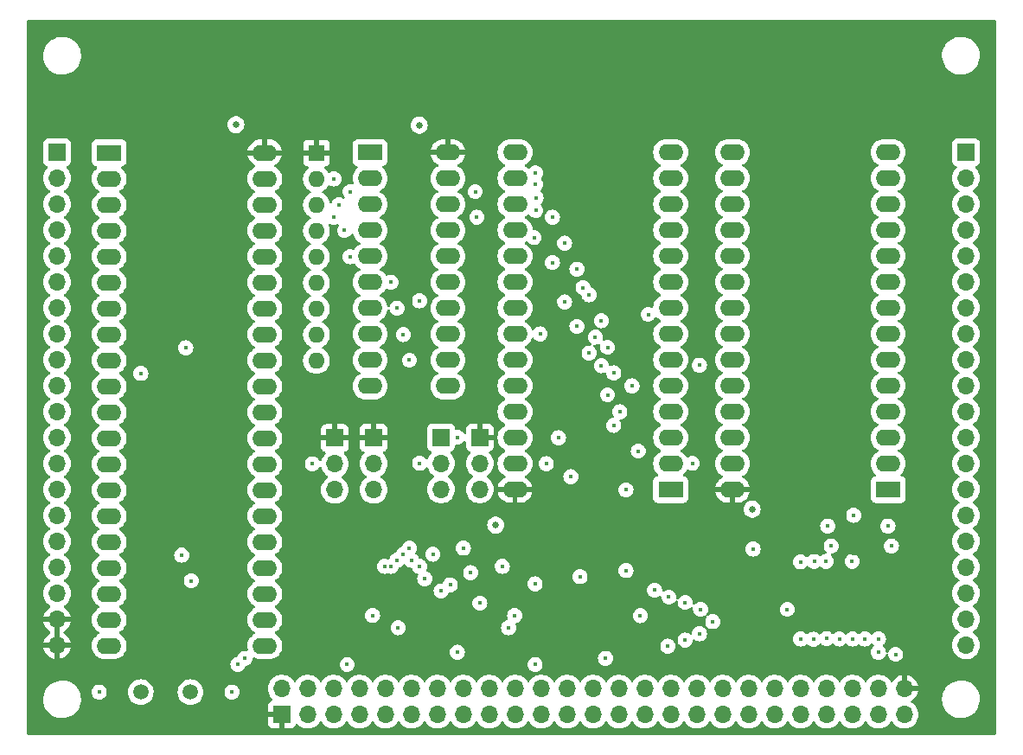
<source format=gbr>
%TF.GenerationSoftware,KiCad,Pcbnew,7.0.7*%
%TF.CreationDate,2023-10-02T10:19:24+01:00*%
%TF.ProjectId,8052-MCU,38303532-2d4d-4435-952e-6b696361645f,0.1*%
%TF.SameCoordinates,Original*%
%TF.FileFunction,Copper,L3,Inr*%
%TF.FilePolarity,Positive*%
%FSLAX46Y46*%
G04 Gerber Fmt 4.6, Leading zero omitted, Abs format (unit mm)*
G04 Created by KiCad (PCBNEW 7.0.7) date 2023-10-02 10:19:24*
%MOMM*%
%LPD*%
G01*
G04 APERTURE LIST*
%TA.AperFunction,ComponentPad*%
%ADD10R,2.400000X1.600000*%
%TD*%
%TA.AperFunction,ComponentPad*%
%ADD11O,2.400000X1.600000*%
%TD*%
%TA.AperFunction,ComponentPad*%
%ADD12R,1.700000X1.700000*%
%TD*%
%TA.AperFunction,ComponentPad*%
%ADD13O,1.700000X1.700000*%
%TD*%
%TA.AperFunction,ComponentPad*%
%ADD14R,1.600000X1.600000*%
%TD*%
%TA.AperFunction,ComponentPad*%
%ADD15O,1.600000X1.600000*%
%TD*%
%TA.AperFunction,ComponentPad*%
%ADD16C,1.500000*%
%TD*%
%TA.AperFunction,ViaPad*%
%ADD17C,0.450000*%
%TD*%
%TA.AperFunction,ViaPad*%
%ADD18C,0.650000*%
%TD*%
G04 APERTURE END LIST*
D10*
%TO.N,GND*%
%TO.C,U2*%
X86650000Y-54975000D03*
D11*
%TO.N,/D0*%
X86650000Y-57515000D03*
%TO.N,/D1*%
X86650000Y-60055000D03*
%TO.N,/D2*%
X86650000Y-62595000D03*
%TO.N,/D3*%
X86650000Y-65135000D03*
%TO.N,/D4*%
X86650000Y-67675000D03*
%TO.N,/D5*%
X86650000Y-70215000D03*
%TO.N,/D6*%
X86650000Y-72755000D03*
%TO.N,/D7*%
X86650000Y-75295000D03*
%TO.N,GND*%
X86650000Y-77835000D03*
%TO.N,/~{LD}*%
X94270000Y-77835000D03*
%TO.N,/A7*%
X94270000Y-75295000D03*
%TO.N,/A6*%
X94270000Y-72755000D03*
%TO.N,/A5*%
X94270000Y-70215000D03*
%TO.N,/A4*%
X94270000Y-67675000D03*
%TO.N,/A3*%
X94270000Y-65135000D03*
%TO.N,/A2*%
X94270000Y-62595000D03*
%TO.N,/A1*%
X94270000Y-60055000D03*
%TO.N,/A0*%
X94270000Y-57515000D03*
%TO.N,+5V*%
X94270000Y-54975000D03*
%TD*%
D12*
%TO.N,/0000H*%
%TO.C,JP2*%
X93600000Y-82870000D03*
D13*
%TO.N,/~{RAM}*%
X93600000Y-85410000D03*
%TO.N,/A15*%
X93600000Y-87950000D03*
%TD*%
D10*
%TO.N,/P1.0*%
%TO.C,U1*%
X61100000Y-55000000D03*
D11*
%TO.N,/P1.1*%
X61100000Y-57540000D03*
%TO.N,/P1.2{slash}PWM*%
X61100000Y-60080000D03*
%TO.N,/P1.3{slash}~{ALEDIS}*%
X61100000Y-62620000D03*
%TO.N,/P1.4{slash}~{PMGPULSE}*%
X61100000Y-65160000D03*
%TO.N,/P1.5{slash}~{PGMEN}*%
X61100000Y-67700000D03*
%TO.N,/P1.6{slash}~{DMA_ACK}*%
X61100000Y-70240000D03*
%TO.N,/P1.7{slash}~{LTP}*%
X61100000Y-72780000D03*
%TO.N,/RESET*%
X61100000Y-75320000D03*
%TO.N,/P3.0{slash}RXD*%
X61100000Y-77860000D03*
%TO.N,/P3.1{slash}TXD*%
X61100000Y-80400000D03*
%TO.N,/P3.2{slash}~{INT0}*%
X61100000Y-82940000D03*
%TO.N,/P3.3{slash}~{INT1}*%
X61100000Y-85480000D03*
%TO.N,/P3.4{slash}T0*%
X61100000Y-88020000D03*
%TO.N,/P3.5{slash}T1*%
X61100000Y-90560000D03*
%TO.N,/~{WR}*%
X61100000Y-93100000D03*
%TO.N,/~{RD}*%
X61100000Y-95640000D03*
%TO.N,Net-(U1-XTAL2)*%
X61100000Y-98180000D03*
%TO.N,Net-(U1-XTAL1)*%
X61100000Y-100720000D03*
%TO.N,GND*%
X61100000Y-103260000D03*
%TO.N,/A8*%
X76340000Y-103260000D03*
%TO.N,/A9*%
X76340000Y-100720000D03*
%TO.N,/A10*%
X76340000Y-98180000D03*
%TO.N,/A11*%
X76340000Y-95640000D03*
%TO.N,/A12*%
X76340000Y-93100000D03*
%TO.N,/A13*%
X76340000Y-90560000D03*
%TO.N,/A14*%
X76340000Y-88020000D03*
%TO.N,/A15*%
X76340000Y-85480000D03*
%TO.N,/~{PSEN}*%
X76340000Y-82940000D03*
%TO.N,/ALE*%
X76340000Y-80400000D03*
%TO.N,/~{EA}*%
X76340000Y-77860000D03*
%TO.N,/D7*%
X76340000Y-75320000D03*
%TO.N,/D6*%
X76340000Y-72780000D03*
%TO.N,/D5*%
X76340000Y-70240000D03*
%TO.N,/D4*%
X76340000Y-67700000D03*
%TO.N,/D3*%
X76340000Y-65160000D03*
%TO.N,/D2*%
X76340000Y-62620000D03*
%TO.N,/D1*%
X76340000Y-60080000D03*
%TO.N,/D0*%
X76340000Y-57540000D03*
%TO.N,+5V*%
X76340000Y-55000000D03*
%TD*%
D12*
%TO.N,+5V*%
%TO.C,JP4*%
X97400000Y-82870000D03*
D13*
%TO.N,/A13{slash}RAM*%
X97400000Y-85410000D03*
%TO.N,/A13*%
X97400000Y-87950000D03*
%TD*%
D10*
%TO.N,/A14*%
%TO.C,U4*%
X137375000Y-87975000D03*
D11*
%TO.N,/A12*%
X137375000Y-85435000D03*
%TO.N,/A7*%
X137375000Y-82895000D03*
%TO.N,/A6*%
X137375000Y-80355000D03*
%TO.N,/A5*%
X137375000Y-77815000D03*
%TO.N,/A4*%
X137375000Y-75275000D03*
%TO.N,/A3*%
X137375000Y-72735000D03*
%TO.N,/A2*%
X137375000Y-70195000D03*
%TO.N,/A1*%
X137375000Y-67655000D03*
%TO.N,/A0*%
X137375000Y-65115000D03*
%TO.N,/D0*%
X137375000Y-62575000D03*
%TO.N,/D1*%
X137375000Y-60035000D03*
%TO.N,/D2*%
X137375000Y-57495000D03*
%TO.N,GND*%
X137375000Y-54955000D03*
%TO.N,/D3*%
X122135000Y-54955000D03*
%TO.N,/D4*%
X122135000Y-57495000D03*
%TO.N,/D5*%
X122135000Y-60035000D03*
%TO.N,/D6*%
X122135000Y-62575000D03*
%TO.N,/D7*%
X122135000Y-65115000D03*
%TO.N,/~{NVRAM}*%
X122135000Y-67655000D03*
%TO.N,/A10*%
X122135000Y-70195000D03*
%TO.N,/RD_ANY*%
X122135000Y-72735000D03*
%TO.N,/A11*%
X122135000Y-75275000D03*
%TO.N,/A9*%
X122135000Y-77815000D03*
%TO.N,/A8*%
X122135000Y-80355000D03*
%TO.N,/A13*%
X122135000Y-82895000D03*
%TO.N,/~{WR_NVRAM}*%
X122135000Y-85435000D03*
%TO.N,+5V*%
X122135000Y-87975000D03*
%TD*%
D12*
%TO.N,unconnected-(J3-Pin_1-Pad1)*%
%TO.C,J3*%
X145000000Y-54940000D03*
D13*
%TO.N,unconnected-(J3-Pin_2-Pad2)*%
X145000000Y-57480000D03*
%TO.N,unconnected-(J3-Pin_3-Pad3)*%
X145000000Y-60020000D03*
%TO.N,unconnected-(J3-Pin_4-Pad4)*%
X145000000Y-62560000D03*
%TO.N,unconnected-(J3-Pin_5-Pad5)*%
X145000000Y-65100000D03*
%TO.N,unconnected-(J3-Pin_6-Pad6)*%
X145000000Y-67640000D03*
%TO.N,unconnected-(J3-Pin_7-Pad7)*%
X145000000Y-70180000D03*
%TO.N,unconnected-(J3-Pin_8-Pad8)*%
X145000000Y-72720000D03*
%TO.N,unconnected-(J3-Pin_9-Pad9)*%
X145000000Y-75260000D03*
%TO.N,unconnected-(J3-Pin_10-Pad10)*%
X145000000Y-77800000D03*
%TO.N,unconnected-(J3-Pin_11-Pad11)*%
X145000000Y-80340000D03*
%TO.N,unconnected-(J3-Pin_12-Pad12)*%
X145000000Y-82880000D03*
%TO.N,unconnected-(J3-Pin_13-Pad13)*%
X145000000Y-85420000D03*
%TO.N,unconnected-(J3-Pin_14-Pad14)*%
X145000000Y-87960000D03*
%TO.N,unconnected-(J3-Pin_15-Pad15)*%
X145000000Y-90500000D03*
%TO.N,unconnected-(J3-Pin_16-Pad16)*%
X145000000Y-93040000D03*
%TO.N,unconnected-(J3-Pin_17-Pad17)*%
X145000000Y-95580000D03*
%TO.N,unconnected-(J3-Pin_18-Pad18)*%
X145000000Y-98120000D03*
%TO.N,unconnected-(J3-Pin_19-Pad19)*%
X145000000Y-100660000D03*
%TO.N,unconnected-(J3-Pin_20-Pad20)*%
X145000000Y-103200000D03*
%TD*%
D12*
%TO.N,/P1.0*%
%TO.C,J2*%
X56000000Y-54950000D03*
D13*
%TO.N,/P1.1*%
X56000000Y-57490000D03*
%TO.N,/P1.2{slash}PWM*%
X56000000Y-60030000D03*
%TO.N,/P1.3{slash}~{ALEDIS}*%
X56000000Y-62570000D03*
%TO.N,/P1.4{slash}~{PMGPULSE}*%
X56000000Y-65110000D03*
%TO.N,/P1.5{slash}~{PGMEN}*%
X56000000Y-67650000D03*
%TO.N,/P1.6{slash}~{DMA_ACK}*%
X56000000Y-70190000D03*
%TO.N,/P1.7{slash}~{LTP}*%
X56000000Y-72730000D03*
%TO.N,GND*%
X56000000Y-75270000D03*
%TO.N,/P3.0{slash}RXD*%
X56000000Y-77810000D03*
%TO.N,/P3.1{slash}TXD*%
X56000000Y-80350000D03*
%TO.N,/P3.2{slash}~{INT0}*%
X56000000Y-82890000D03*
%TO.N,/P3.3{slash}~{INT1}*%
X56000000Y-85430000D03*
%TO.N,/P3.4{slash}T0*%
X56000000Y-87970000D03*
%TO.N,/P3.5{slash}T1*%
X56000000Y-90510000D03*
%TO.N,/~{WR}*%
X56000000Y-93050000D03*
%TO.N,/~{RD}*%
X56000000Y-95590000D03*
%TO.N,GND*%
X56000000Y-98130000D03*
%TO.N,+5V*%
X56000000Y-100670000D03*
X56000000Y-103210000D03*
%TD*%
D12*
%TO.N,+5V*%
%TO.C,J1*%
X78000000Y-110000000D03*
D13*
%TO.N,/D0*%
X78000000Y-107460000D03*
%TO.N,GND*%
X80540000Y-110000000D03*
%TO.N,/D1*%
X80540000Y-107460000D03*
%TO.N,/CLK_EXT*%
X83080000Y-110000000D03*
%TO.N,/D2*%
X83080000Y-107460000D03*
%TO.N,/RESET*%
X85620000Y-110000000D03*
%TO.N,/D3*%
X85620000Y-107460000D03*
%TO.N,/~{WR}*%
X88160000Y-110000000D03*
%TO.N,/D4*%
X88160000Y-107460000D03*
%TO.N,/~{RD}*%
X90700000Y-110000000D03*
%TO.N,/D5*%
X90700000Y-107460000D03*
%TO.N,/ALE*%
X93240000Y-110000000D03*
%TO.N,/D6*%
X93240000Y-107460000D03*
%TO.N,/~{PSEN}*%
X95780000Y-110000000D03*
%TO.N,/D7*%
X95780000Y-107460000D03*
%TO.N,/~{EA}*%
X98320000Y-110000000D03*
%TO.N,/A0*%
X98320000Y-107460000D03*
%TO.N,/~{RAM}*%
X100860000Y-110000000D03*
%TO.N,/A1*%
X100860000Y-107460000D03*
%TO.N,/A13{slash}RAM*%
X103400000Y-110000000D03*
%TO.N,/A2*%
X103400000Y-107460000D03*
%TO.N,/~{WR_NVRAM}*%
X105940000Y-110000000D03*
%TO.N,/A3*%
X105940000Y-107460000D03*
%TO.N,/~{NVRAM}*%
X108480000Y-110000000D03*
%TO.N,/A4*%
X108480000Y-107460000D03*
%TO.N,/RD_ANY*%
X111020000Y-110000000D03*
%TO.N,/A5*%
X111020000Y-107460000D03*
%TO.N,/CS_EX_ROM*%
X113560000Y-110000000D03*
%TO.N,/A6*%
X113560000Y-107460000D03*
%TO.N,/DECODER*%
X116100000Y-110000000D03*
%TO.N,/A7*%
X116100000Y-107460000D03*
%TO.N,/A15*%
X118640000Y-110000000D03*
%TO.N,/A8*%
X118640000Y-107460000D03*
%TO.N,/A14*%
X121180000Y-110000000D03*
%TO.N,/A9*%
X121180000Y-107460000D03*
%TO.N,/A13*%
X123720000Y-110000000D03*
%TO.N,/A10*%
X123720000Y-107460000D03*
%TO.N,/A12*%
X126260000Y-110000000D03*
%TO.N,/A11*%
X126260000Y-107460000D03*
%TO.N,/E000H*%
X128800000Y-110000000D03*
%TO.N,/C000H*%
X128800000Y-107460000D03*
%TO.N,/A000H*%
X131340000Y-110000000D03*
%TO.N,/8000H*%
X131340000Y-107460000D03*
%TO.N,/6000H*%
X133880000Y-110000000D03*
%TO.N,/4000H*%
X133880000Y-107460000D03*
%TO.N,/2000H*%
X136420000Y-110000000D03*
%TO.N,/0000H*%
X136420000Y-107460000D03*
%TO.N,GND*%
X138960000Y-110000000D03*
%TO.N,+5V*%
X138960000Y-107460000D03*
%TD*%
D12*
%TO.N,+5V*%
%TO.C,JP1*%
X87000000Y-82910000D03*
D13*
%TO.N,/~{WR_NVRAM}*%
X87000000Y-85450000D03*
%TO.N,Net-(JP1-B)*%
X87000000Y-87990000D03*
%TD*%
D14*
%TO.N,+5V*%
%TO.C,RN1*%
X81400000Y-55025000D03*
D15*
%TO.N,/D0*%
X81400000Y-57565000D03*
%TO.N,/D1*%
X81400000Y-60105000D03*
%TO.N,/D2*%
X81400000Y-62645000D03*
%TO.N,/D3*%
X81400000Y-65185000D03*
%TO.N,/D4*%
X81400000Y-67725000D03*
%TO.N,/D5*%
X81400000Y-70265000D03*
%TO.N,/D6*%
X81400000Y-72805000D03*
%TO.N,/D7*%
X81400000Y-75345000D03*
%TD*%
D10*
%TO.N,/A14*%
%TO.C,U3*%
X116075000Y-87975000D03*
D11*
%TO.N,/A12*%
X116075000Y-85435000D03*
%TO.N,/A7*%
X116075000Y-82895000D03*
%TO.N,/A6*%
X116075000Y-80355000D03*
%TO.N,/A5*%
X116075000Y-77815000D03*
%TO.N,/A4*%
X116075000Y-75275000D03*
%TO.N,/A3*%
X116075000Y-72735000D03*
%TO.N,/A2*%
X116075000Y-70195000D03*
%TO.N,/A1*%
X116075000Y-67655000D03*
%TO.N,/A0*%
X116075000Y-65115000D03*
%TO.N,/D0*%
X116075000Y-62575000D03*
%TO.N,/D1*%
X116075000Y-60035000D03*
%TO.N,/D2*%
X116075000Y-57495000D03*
%TO.N,GND*%
X116075000Y-54955000D03*
%TO.N,/D3*%
X100835000Y-54955000D03*
%TO.N,/D4*%
X100835000Y-57495000D03*
%TO.N,/D5*%
X100835000Y-60035000D03*
%TO.N,/D6*%
X100835000Y-62575000D03*
%TO.N,/D7*%
X100835000Y-65115000D03*
%TO.N,/~{RAM}*%
X100835000Y-67655000D03*
%TO.N,/A10*%
X100835000Y-70195000D03*
%TO.N,/~{RD}*%
X100835000Y-72735000D03*
%TO.N,/A11*%
X100835000Y-75275000D03*
%TO.N,/A9*%
X100835000Y-77815000D03*
%TO.N,/A8*%
X100835000Y-80355000D03*
%TO.N,/A13{slash}RAM*%
X100835000Y-82895000D03*
%TO.N,/~{WR}*%
X100835000Y-85435000D03*
%TO.N,+5V*%
X100835000Y-87975000D03*
%TD*%
D12*
%TO.N,+5V*%
%TO.C,JP3*%
X83200000Y-82925000D03*
D13*
%TO.N,/~{EA}*%
X83200000Y-85465000D03*
%TO.N,GND*%
X83200000Y-88005000D03*
%TD*%
D16*
%TO.N,Net-(U1-XTAL2)*%
%TO.C,Y1*%
X69075000Y-107800000D03*
%TO.N,Net-(U1-XTAL1)*%
X64195000Y-107800000D03*
%TD*%
D17*
%TO.N,/RESET*%
X102800000Y-97200000D03*
X73700000Y-105100000D03*
X102800000Y-105100000D03*
X84400000Y-105100000D03*
%TO.N,/~{WR}*%
X86900000Y-100300000D03*
X103900000Y-85435000D03*
X100800000Y-100300000D03*
X68200000Y-94400000D03*
%TO.N,/~{RD}*%
X89400000Y-101500000D03*
X69150000Y-96900000D03*
X103300000Y-72735000D03*
X100200000Y-101500000D03*
%TO.N,/A8*%
X115800000Y-103300000D03*
X111100000Y-80350000D03*
%TO.N,/A9*%
X117500000Y-102700000D03*
X112300000Y-77815000D03*
%TO.N,/A10*%
X118900000Y-102100000D03*
X113875000Y-70825000D03*
%TO.N,/A11*%
X120200000Y-100900000D03*
X118900000Y-75800000D03*
%TO.N,/A12*%
X119000000Y-99700000D03*
X118200000Y-85400000D03*
%TO.N,/A13*%
X97400000Y-99100000D03*
X117500000Y-99024500D03*
X112900000Y-84200000D03*
%TO.N,/A14*%
X111700000Y-88000000D03*
X115900000Y-98500000D03*
%TO.N,/A15*%
X93600000Y-97900000D03*
X114500000Y-97824500D03*
%TO.N,/~{PSEN}*%
X94500000Y-97300000D03*
%TO.N,/ALE*%
X92000000Y-96700000D03*
%TO.N,/~{EA}*%
X81000000Y-85450000D03*
X96500000Y-96100000D03*
%TO.N,/A0*%
X102700000Y-63300000D03*
X102900000Y-59400000D03*
%TO.N,/A1*%
X104500000Y-65750000D03*
X104500000Y-61300000D03*
%TO.N,/A2*%
X105700000Y-63850000D03*
X105700000Y-69600000D03*
%TO.N,/A3*%
X106900000Y-66400000D03*
X106900000Y-72000000D03*
%TO.N,/A4*%
X108100000Y-68900000D03*
X108100000Y-74600000D03*
%TO.N,/A5*%
X109300000Y-75850000D03*
X109300000Y-71450000D03*
%TO.N,/A6*%
X109900000Y-74050000D03*
X109900000Y-78700000D03*
%TO.N,/A7*%
X110500000Y-81700000D03*
X110500000Y-76550000D03*
%TO.N,/~{LD}*%
X68600000Y-74100000D03*
%TO.N,/~{RAM}*%
X91500000Y-69500000D03*
X91500000Y-85400000D03*
X99600000Y-95500000D03*
X91500000Y-95500000D03*
%TO.N,/D0*%
X83100000Y-61300000D03*
X97100000Y-61300000D03*
X102875500Y-60650000D03*
X83100000Y-57565000D03*
%TO.N,/D1*%
X102850000Y-58100000D03*
X96950000Y-58800000D03*
X83624500Y-60105000D03*
%TO.N,/D2*%
X84149000Y-62595000D03*
X102850000Y-56970500D03*
%TO.N,/D3*%
X84700000Y-65185000D03*
X84700000Y-58800000D03*
%TO.N,/D4*%
X88700000Y-95500000D03*
X88075500Y-95500000D03*
X88700000Y-67675000D03*
%TO.N,/D5*%
X90700000Y-94900000D03*
X89300000Y-94900000D03*
X89300000Y-70215000D03*
%TO.N,/D6*%
X89900000Y-94300000D03*
X89900000Y-72800000D03*
X92800000Y-94300000D03*
%TO.N,/D7*%
X95780000Y-93700000D03*
X90500000Y-93700000D03*
X90500000Y-75300000D03*
%TO.N,GND*%
X128800000Y-95050000D03*
D18*
X91450000Y-52300000D03*
X98950000Y-91450000D03*
D17*
X138100000Y-104100000D03*
D18*
X73500000Y-52250000D03*
D17*
X137350000Y-91550000D03*
X131450000Y-91550000D03*
X73125000Y-107800000D03*
X124150000Y-93800000D03*
D18*
X124050000Y-89900000D03*
D17*
X134000000Y-90500000D03*
X60125000Y-107800000D03*
X133850000Y-95000000D03*
%TO.N,+5V*%
X128200000Y-94100000D03*
X134000000Y-94200000D03*
X124000000Y-102200000D03*
X138200000Y-100100000D03*
%TO.N,/A13{slash}RAM*%
X105100000Y-82895000D03*
%TO.N,/~{NVRAM}*%
X107200000Y-96500000D03*
X107500000Y-68200000D03*
%TO.N,/RD_ANY*%
X74400000Y-104500000D03*
X109700000Y-104500000D03*
X108700000Y-73050000D03*
%TO.N,/~{WR_NVRAM}*%
X106300000Y-86700000D03*
%TO.N,Net-(JP1-B)*%
X64200000Y-76600000D03*
%TO.N,/0000H*%
X136420000Y-102580000D03*
X137700000Y-93500000D03*
X136420000Y-103900000D03*
X95200000Y-103900000D03*
X95200000Y-82850000D03*
%TO.N,/CS_EX_ROM*%
X111700000Y-95900000D03*
%TO.N,/8000H*%
X131800000Y-93500000D03*
X131340000Y-102560000D03*
%TO.N,/E000H*%
X130130000Y-95000000D03*
%TO.N,/C000H*%
X128800000Y-102600000D03*
%TO.N,/A000H*%
X130050000Y-102630000D03*
%TO.N,/6000H*%
X132600000Y-102600000D03*
%TO.N,/4000H*%
X133900000Y-102600000D03*
%TO.N,/2000H*%
X135100000Y-102600000D03*
%TO.N,/DECODER*%
X127500000Y-99700000D03*
X113100000Y-100324500D03*
X131300000Y-95000000D03*
%TD*%
%TA.AperFunction,Conductor*%
%TO.N,+5V*%
G36*
X56177510Y-101169507D02*
G01*
X56230314Y-101215261D01*
X56249999Y-101282301D01*
X56250000Y-101820000D01*
X56249999Y-102597698D01*
X56230314Y-102664738D01*
X56177510Y-102710492D01*
X56108353Y-102720436D01*
X56035764Y-102710000D01*
X56035763Y-102710000D01*
X55964237Y-102710000D01*
X55964233Y-102710000D01*
X55891645Y-102720436D01*
X55822487Y-102710492D01*
X55769684Y-102664736D01*
X55750000Y-102597698D01*
X55750000Y-101282301D01*
X55769685Y-101215262D01*
X55822489Y-101169507D01*
X55891647Y-101159563D01*
X55964237Y-101170000D01*
X55964238Y-101170000D01*
X56035762Y-101170000D01*
X56035763Y-101170000D01*
X56108352Y-101159563D01*
X56177510Y-101169507D01*
G37*
%TD.AperFunction*%
%TA.AperFunction,Conductor*%
G36*
X147917539Y-42045185D02*
G01*
X147963294Y-42097989D01*
X147974500Y-42149500D01*
X147974500Y-111850500D01*
X147954815Y-111917539D01*
X147902011Y-111963294D01*
X147850500Y-111974500D01*
X53149500Y-111974500D01*
X53082461Y-111954815D01*
X53036706Y-111902011D01*
X53025500Y-111850500D01*
X53025500Y-108567763D01*
X54645787Y-108567763D01*
X54675413Y-108837013D01*
X54675415Y-108837024D01*
X54737048Y-109072773D01*
X54743928Y-109099088D01*
X54849870Y-109348390D01*
X54854506Y-109355986D01*
X54990979Y-109579605D01*
X54990986Y-109579615D01*
X55164253Y-109787819D01*
X55164259Y-109787824D01*
X55320830Y-109928111D01*
X55365998Y-109968582D01*
X55591910Y-110118044D01*
X55837176Y-110233020D01*
X55837183Y-110233022D01*
X55837185Y-110233023D01*
X56096557Y-110311057D01*
X56096564Y-110311058D01*
X56096569Y-110311060D01*
X56364561Y-110350500D01*
X56364566Y-110350500D01*
X56567636Y-110350500D01*
X56619133Y-110346730D01*
X56770156Y-110335677D01*
X56882758Y-110310593D01*
X57034546Y-110276782D01*
X57034548Y-110276781D01*
X57034553Y-110276780D01*
X57287558Y-110180014D01*
X57523777Y-110047441D01*
X57738177Y-109881888D01*
X57926186Y-109686881D01*
X58083799Y-109466579D01*
X58168823Y-109301206D01*
X58207649Y-109225690D01*
X58207651Y-109225684D01*
X58207656Y-109225675D01*
X58295118Y-108969305D01*
X58344319Y-108702933D01*
X58354212Y-108432235D01*
X58324586Y-108162982D01*
X58256072Y-107900912D01*
X58213190Y-107800003D01*
X59386859Y-107800003D01*
X59405364Y-107964246D01*
X59459958Y-108120268D01*
X59486800Y-108162986D01*
X59547898Y-108260223D01*
X59664777Y-108377102D01*
X59747558Y-108429117D01*
X59801333Y-108462906D01*
X59804733Y-108465042D01*
X59960748Y-108519634D01*
X59960751Y-108519634D01*
X59960753Y-108519635D01*
X60124996Y-108538141D01*
X60125000Y-108538141D01*
X60125004Y-108538141D01*
X60289246Y-108519635D01*
X60289247Y-108519634D01*
X60289252Y-108519634D01*
X60445267Y-108465042D01*
X60585223Y-108377102D01*
X60702102Y-108260223D01*
X60790042Y-108120267D01*
X60844634Y-107964252D01*
X60845113Y-107960000D01*
X60863141Y-107800003D01*
X60863141Y-107800002D01*
X62931693Y-107800002D01*
X62950884Y-108019365D01*
X62950885Y-108019372D01*
X62953919Y-108030695D01*
X63007880Y-108232076D01*
X63007881Y-108232079D01*
X63007882Y-108232081D01*
X63038283Y-108297276D01*
X63100944Y-108431654D01*
X63227251Y-108612038D01*
X63382962Y-108767749D01*
X63563346Y-108894056D01*
X63762924Y-108987120D01*
X63975629Y-109044115D01*
X64132322Y-109057823D01*
X64194998Y-109063307D01*
X64195000Y-109063307D01*
X64195002Y-109063307D01*
X64249842Y-109058509D01*
X64414371Y-109044115D01*
X64627076Y-108987120D01*
X64826654Y-108894056D01*
X65007038Y-108767749D01*
X65162749Y-108612038D01*
X65289056Y-108431654D01*
X65382120Y-108232076D01*
X65439115Y-108019371D01*
X65458307Y-107800002D01*
X67811693Y-107800002D01*
X67830884Y-108019365D01*
X67830885Y-108019372D01*
X67833919Y-108030695D01*
X67887880Y-108232076D01*
X67887881Y-108232079D01*
X67887882Y-108232081D01*
X67918283Y-108297276D01*
X67980944Y-108431654D01*
X68107251Y-108612038D01*
X68262962Y-108767749D01*
X68443346Y-108894056D01*
X68642924Y-108987120D01*
X68855629Y-109044115D01*
X69012322Y-109057823D01*
X69074998Y-109063307D01*
X69075000Y-109063307D01*
X69075002Y-109063307D01*
X69129842Y-109058509D01*
X69294371Y-109044115D01*
X69507076Y-108987120D01*
X69706654Y-108894056D01*
X69887038Y-108767749D01*
X70042749Y-108612038D01*
X70169056Y-108431654D01*
X70262120Y-108232076D01*
X70319115Y-108019371D01*
X70338307Y-107800003D01*
X72386859Y-107800003D01*
X72405364Y-107964246D01*
X72459958Y-108120268D01*
X72486800Y-108162986D01*
X72547898Y-108260223D01*
X72664777Y-108377102D01*
X72747558Y-108429117D01*
X72801333Y-108462906D01*
X72804733Y-108465042D01*
X72960748Y-108519634D01*
X72960751Y-108519634D01*
X72960753Y-108519635D01*
X73124996Y-108538141D01*
X73125000Y-108538141D01*
X73125004Y-108538141D01*
X73289246Y-108519635D01*
X73289247Y-108519634D01*
X73289252Y-108519634D01*
X73445267Y-108465042D01*
X73585223Y-108377102D01*
X73702102Y-108260223D01*
X73790042Y-108120267D01*
X73844634Y-107964252D01*
X73845113Y-107960000D01*
X73863141Y-107800003D01*
X73863141Y-107799996D01*
X73844635Y-107635753D01*
X73844634Y-107635751D01*
X73844634Y-107635748D01*
X73790042Y-107479733D01*
X73777646Y-107460005D01*
X76636844Y-107460005D01*
X76655434Y-107684359D01*
X76655436Y-107684371D01*
X76710703Y-107902614D01*
X76801140Y-108108792D01*
X76836547Y-108162986D01*
X76924278Y-108297268D01*
X77075707Y-108461762D01*
X77106629Y-108524415D01*
X77098769Y-108593841D01*
X77054622Y-108647997D01*
X77027811Y-108661926D01*
X76907912Y-108706646D01*
X76907906Y-108706649D01*
X76792812Y-108792809D01*
X76792809Y-108792812D01*
X76706649Y-108907906D01*
X76706645Y-108907913D01*
X76656403Y-109042620D01*
X76656401Y-109042627D01*
X76650000Y-109102155D01*
X76650000Y-109750000D01*
X77386653Y-109750000D01*
X77453692Y-109769685D01*
X77499447Y-109822489D01*
X77509391Y-109891647D01*
X77505631Y-109908933D01*
X77500000Y-109928111D01*
X77500000Y-110071888D01*
X77505631Y-110091067D01*
X77505630Y-110160936D01*
X77467855Y-110219714D01*
X77404299Y-110248738D01*
X77386653Y-110250000D01*
X76650000Y-110250000D01*
X76650000Y-110897844D01*
X76656401Y-110957372D01*
X76656403Y-110957379D01*
X76706645Y-111092086D01*
X76706649Y-111092093D01*
X76792809Y-111207187D01*
X76792812Y-111207190D01*
X76907906Y-111293350D01*
X76907913Y-111293354D01*
X77042620Y-111343596D01*
X77042627Y-111343598D01*
X77102155Y-111349999D01*
X77102172Y-111350000D01*
X77750000Y-111350000D01*
X77750000Y-110612301D01*
X77769685Y-110545262D01*
X77822489Y-110499507D01*
X77891647Y-110489563D01*
X77964237Y-110500000D01*
X77964238Y-110500000D01*
X78035762Y-110500000D01*
X78035763Y-110500000D01*
X78108353Y-110489563D01*
X78177512Y-110499507D01*
X78230315Y-110545262D01*
X78250000Y-110612301D01*
X78250000Y-111350000D01*
X78897828Y-111350000D01*
X78897844Y-111349999D01*
X78957372Y-111343598D01*
X78957379Y-111343596D01*
X79092086Y-111293354D01*
X79092093Y-111293350D01*
X79207187Y-111207190D01*
X79207190Y-111207187D01*
X79293350Y-111092093D01*
X79293354Y-111092086D01*
X79339681Y-110967877D01*
X79381552Y-110911943D01*
X79447016Y-110887526D01*
X79515289Y-110902377D01*
X79547089Y-110927223D01*
X79616760Y-111002906D01*
X79794424Y-111141189D01*
X79794425Y-111141189D01*
X79794427Y-111141191D01*
X79916378Y-111207187D01*
X79992426Y-111248342D01*
X80205365Y-111321444D01*
X80427431Y-111358500D01*
X80652569Y-111358500D01*
X80874635Y-111321444D01*
X81087574Y-111248342D01*
X81285576Y-111141189D01*
X81463240Y-111002906D01*
X81615722Y-110837268D01*
X81706193Y-110698790D01*
X81759338Y-110653437D01*
X81828569Y-110644013D01*
X81891905Y-110673515D01*
X81913804Y-110698787D01*
X82004278Y-110837268D01*
X82004283Y-110837273D01*
X82004284Y-110837276D01*
X82124513Y-110967877D01*
X82156760Y-111002906D01*
X82334424Y-111141189D01*
X82334425Y-111141189D01*
X82334427Y-111141191D01*
X82456378Y-111207187D01*
X82532426Y-111248342D01*
X82745365Y-111321444D01*
X82967431Y-111358500D01*
X83192569Y-111358500D01*
X83414635Y-111321444D01*
X83627574Y-111248342D01*
X83825576Y-111141189D01*
X84003240Y-111002906D01*
X84155722Y-110837268D01*
X84246193Y-110698790D01*
X84299338Y-110653437D01*
X84368569Y-110644013D01*
X84431905Y-110673515D01*
X84453804Y-110698787D01*
X84544278Y-110837268D01*
X84544283Y-110837273D01*
X84544284Y-110837276D01*
X84664513Y-110967877D01*
X84696760Y-111002906D01*
X84874424Y-111141189D01*
X84874425Y-111141189D01*
X84874427Y-111141191D01*
X84996378Y-111207187D01*
X85072426Y-111248342D01*
X85285365Y-111321444D01*
X85507431Y-111358500D01*
X85732569Y-111358500D01*
X85954635Y-111321444D01*
X86167574Y-111248342D01*
X86365576Y-111141189D01*
X86543240Y-111002906D01*
X86695722Y-110837268D01*
X86786193Y-110698790D01*
X86839338Y-110653437D01*
X86908569Y-110644013D01*
X86971905Y-110673515D01*
X86993804Y-110698787D01*
X87084278Y-110837268D01*
X87084283Y-110837273D01*
X87084284Y-110837276D01*
X87204513Y-110967877D01*
X87236760Y-111002906D01*
X87414424Y-111141189D01*
X87414425Y-111141189D01*
X87414427Y-111141191D01*
X87536378Y-111207187D01*
X87612426Y-111248342D01*
X87825365Y-111321444D01*
X88047431Y-111358500D01*
X88272569Y-111358500D01*
X88494635Y-111321444D01*
X88707574Y-111248342D01*
X88905576Y-111141189D01*
X89083240Y-111002906D01*
X89235722Y-110837268D01*
X89326193Y-110698790D01*
X89379338Y-110653437D01*
X89448569Y-110644013D01*
X89511905Y-110673515D01*
X89533804Y-110698787D01*
X89624278Y-110837268D01*
X89624283Y-110837273D01*
X89624284Y-110837276D01*
X89744513Y-110967877D01*
X89776760Y-111002906D01*
X89954424Y-111141189D01*
X89954425Y-111141189D01*
X89954427Y-111141191D01*
X90076378Y-111207187D01*
X90152426Y-111248342D01*
X90365365Y-111321444D01*
X90587431Y-111358500D01*
X90812569Y-111358500D01*
X91034635Y-111321444D01*
X91247574Y-111248342D01*
X91445576Y-111141189D01*
X91623240Y-111002906D01*
X91775722Y-110837268D01*
X91866193Y-110698790D01*
X91919338Y-110653437D01*
X91988569Y-110644013D01*
X92051905Y-110673515D01*
X92073804Y-110698787D01*
X92164278Y-110837268D01*
X92164283Y-110837273D01*
X92164284Y-110837276D01*
X92284513Y-110967877D01*
X92316760Y-111002906D01*
X92494424Y-111141189D01*
X92494425Y-111141189D01*
X92494427Y-111141191D01*
X92616378Y-111207187D01*
X92692426Y-111248342D01*
X92905365Y-111321444D01*
X93127431Y-111358500D01*
X93352569Y-111358500D01*
X93574635Y-111321444D01*
X93787574Y-111248342D01*
X93985576Y-111141189D01*
X94163240Y-111002906D01*
X94315722Y-110837268D01*
X94406193Y-110698790D01*
X94459338Y-110653437D01*
X94528569Y-110644013D01*
X94591905Y-110673515D01*
X94613804Y-110698787D01*
X94704278Y-110837268D01*
X94704283Y-110837273D01*
X94704284Y-110837276D01*
X94824513Y-110967877D01*
X94856760Y-111002906D01*
X95034424Y-111141189D01*
X95034425Y-111141189D01*
X95034427Y-111141191D01*
X95156378Y-111207187D01*
X95232426Y-111248342D01*
X95445365Y-111321444D01*
X95667431Y-111358500D01*
X95892569Y-111358500D01*
X96114635Y-111321444D01*
X96327574Y-111248342D01*
X96525576Y-111141189D01*
X96703240Y-111002906D01*
X96855722Y-110837268D01*
X96946193Y-110698790D01*
X96999338Y-110653437D01*
X97068569Y-110644013D01*
X97131905Y-110673515D01*
X97153804Y-110698787D01*
X97244278Y-110837268D01*
X97244283Y-110837273D01*
X97244284Y-110837276D01*
X97364513Y-110967877D01*
X97396760Y-111002906D01*
X97574424Y-111141189D01*
X97574425Y-111141189D01*
X97574427Y-111141191D01*
X97696378Y-111207187D01*
X97772426Y-111248342D01*
X97985365Y-111321444D01*
X98207431Y-111358500D01*
X98432569Y-111358500D01*
X98654635Y-111321444D01*
X98867574Y-111248342D01*
X99065576Y-111141189D01*
X99243240Y-111002906D01*
X99395722Y-110837268D01*
X99486193Y-110698791D01*
X99539336Y-110653437D01*
X99608567Y-110644013D01*
X99671903Y-110673515D01*
X99693807Y-110698793D01*
X99784276Y-110837265D01*
X99784284Y-110837276D01*
X99904513Y-110967877D01*
X99936760Y-111002906D01*
X100114424Y-111141189D01*
X100114425Y-111141189D01*
X100114427Y-111141191D01*
X100236378Y-111207187D01*
X100312426Y-111248342D01*
X100525365Y-111321444D01*
X100747431Y-111358500D01*
X100972569Y-111358500D01*
X101194635Y-111321444D01*
X101407574Y-111248342D01*
X101605576Y-111141189D01*
X101783240Y-111002906D01*
X101935722Y-110837268D01*
X102026193Y-110698790D01*
X102079338Y-110653437D01*
X102148569Y-110644013D01*
X102211905Y-110673515D01*
X102233804Y-110698787D01*
X102324278Y-110837268D01*
X102324283Y-110837273D01*
X102324284Y-110837276D01*
X102444513Y-110967877D01*
X102476760Y-111002906D01*
X102654424Y-111141189D01*
X102654425Y-111141189D01*
X102654427Y-111141191D01*
X102776378Y-111207187D01*
X102852426Y-111248342D01*
X103065365Y-111321444D01*
X103287431Y-111358500D01*
X103512569Y-111358500D01*
X103734635Y-111321444D01*
X103947574Y-111248342D01*
X104145576Y-111141189D01*
X104323240Y-111002906D01*
X104475722Y-110837268D01*
X104566193Y-110698790D01*
X104619338Y-110653437D01*
X104688569Y-110644013D01*
X104751905Y-110673515D01*
X104773804Y-110698787D01*
X104864278Y-110837268D01*
X104864283Y-110837273D01*
X104864284Y-110837276D01*
X104984513Y-110967877D01*
X105016760Y-111002906D01*
X105194424Y-111141189D01*
X105194425Y-111141189D01*
X105194427Y-111141191D01*
X105316378Y-111207187D01*
X105392426Y-111248342D01*
X105605365Y-111321444D01*
X105827431Y-111358500D01*
X106052569Y-111358500D01*
X106274635Y-111321444D01*
X106487574Y-111248342D01*
X106685576Y-111141189D01*
X106863240Y-111002906D01*
X107015722Y-110837268D01*
X107106193Y-110698790D01*
X107159338Y-110653437D01*
X107228569Y-110644013D01*
X107291905Y-110673515D01*
X107313804Y-110698787D01*
X107404278Y-110837268D01*
X107404283Y-110837273D01*
X107404284Y-110837276D01*
X107524513Y-110967877D01*
X107556760Y-111002906D01*
X107734424Y-111141189D01*
X107734425Y-111141189D01*
X107734427Y-111141191D01*
X107856378Y-111207187D01*
X107932426Y-111248342D01*
X108145365Y-111321444D01*
X108367431Y-111358500D01*
X108592569Y-111358500D01*
X108814635Y-111321444D01*
X109027574Y-111248342D01*
X109225576Y-111141189D01*
X109403240Y-111002906D01*
X109555722Y-110837268D01*
X109646193Y-110698790D01*
X109699338Y-110653437D01*
X109768569Y-110644013D01*
X109831905Y-110673515D01*
X109853804Y-110698787D01*
X109944278Y-110837268D01*
X109944283Y-110837273D01*
X109944284Y-110837276D01*
X110064513Y-110967877D01*
X110096760Y-111002906D01*
X110274424Y-111141189D01*
X110274425Y-111141189D01*
X110274427Y-111141191D01*
X110396378Y-111207187D01*
X110472426Y-111248342D01*
X110685365Y-111321444D01*
X110907431Y-111358500D01*
X111132569Y-111358500D01*
X111354635Y-111321444D01*
X111567574Y-111248342D01*
X111765576Y-111141189D01*
X111943240Y-111002906D01*
X112095722Y-110837268D01*
X112186193Y-110698790D01*
X112239338Y-110653437D01*
X112308569Y-110644013D01*
X112371905Y-110673515D01*
X112393804Y-110698787D01*
X112484278Y-110837268D01*
X112484283Y-110837273D01*
X112484284Y-110837276D01*
X112604513Y-110967877D01*
X112636760Y-111002906D01*
X112814424Y-111141189D01*
X112814425Y-111141189D01*
X112814427Y-111141191D01*
X112936378Y-111207187D01*
X113012426Y-111248342D01*
X113225365Y-111321444D01*
X113447431Y-111358500D01*
X113672569Y-111358500D01*
X113894635Y-111321444D01*
X114107574Y-111248342D01*
X114305576Y-111141189D01*
X114483240Y-111002906D01*
X114635722Y-110837268D01*
X114726193Y-110698790D01*
X114779338Y-110653437D01*
X114848569Y-110644013D01*
X114911905Y-110673515D01*
X114933804Y-110698787D01*
X115024278Y-110837268D01*
X115024283Y-110837273D01*
X115024284Y-110837276D01*
X115144513Y-110967877D01*
X115176760Y-111002906D01*
X115354424Y-111141189D01*
X115354425Y-111141189D01*
X115354427Y-111141191D01*
X115476378Y-111207187D01*
X115552426Y-111248342D01*
X115765365Y-111321444D01*
X115987431Y-111358500D01*
X116212569Y-111358500D01*
X116434635Y-111321444D01*
X116647574Y-111248342D01*
X116845576Y-111141189D01*
X117023240Y-111002906D01*
X117175722Y-110837268D01*
X117266193Y-110698790D01*
X117319338Y-110653437D01*
X117388569Y-110644013D01*
X117451905Y-110673515D01*
X117473804Y-110698787D01*
X117564278Y-110837268D01*
X117564283Y-110837273D01*
X117564284Y-110837276D01*
X117684513Y-110967877D01*
X117716760Y-111002906D01*
X117894424Y-111141189D01*
X117894425Y-111141189D01*
X117894427Y-111141191D01*
X118016378Y-111207187D01*
X118092426Y-111248342D01*
X118305365Y-111321444D01*
X118527431Y-111358500D01*
X118752569Y-111358500D01*
X118974635Y-111321444D01*
X119187574Y-111248342D01*
X119385576Y-111141189D01*
X119563240Y-111002906D01*
X119715722Y-110837268D01*
X119806193Y-110698790D01*
X119859338Y-110653437D01*
X119928569Y-110644013D01*
X119991905Y-110673515D01*
X120013804Y-110698787D01*
X120104278Y-110837268D01*
X120104283Y-110837273D01*
X120104284Y-110837276D01*
X120224513Y-110967877D01*
X120256760Y-111002906D01*
X120434424Y-111141189D01*
X120434425Y-111141189D01*
X120434427Y-111141191D01*
X120556378Y-111207187D01*
X120632426Y-111248342D01*
X120845365Y-111321444D01*
X121067431Y-111358500D01*
X121292569Y-111358500D01*
X121514635Y-111321444D01*
X121727574Y-111248342D01*
X121925576Y-111141189D01*
X122103240Y-111002906D01*
X122255722Y-110837268D01*
X122346193Y-110698790D01*
X122399338Y-110653437D01*
X122468569Y-110644013D01*
X122531905Y-110673515D01*
X122553804Y-110698787D01*
X122644278Y-110837268D01*
X122644283Y-110837273D01*
X122644284Y-110837276D01*
X122764513Y-110967877D01*
X122796760Y-111002906D01*
X122974424Y-111141189D01*
X122974425Y-111141189D01*
X122974427Y-111141191D01*
X123096378Y-111207187D01*
X123172426Y-111248342D01*
X123385365Y-111321444D01*
X123607431Y-111358500D01*
X123832569Y-111358500D01*
X124054635Y-111321444D01*
X124267574Y-111248342D01*
X124465576Y-111141189D01*
X124643240Y-111002906D01*
X124795722Y-110837268D01*
X124886193Y-110698790D01*
X124939338Y-110653437D01*
X125008569Y-110644013D01*
X125071905Y-110673515D01*
X125093804Y-110698787D01*
X125184278Y-110837268D01*
X125184283Y-110837273D01*
X125184284Y-110837276D01*
X125304513Y-110967877D01*
X125336760Y-111002906D01*
X125514424Y-111141189D01*
X125514425Y-111141189D01*
X125514427Y-111141191D01*
X125636378Y-111207187D01*
X125712426Y-111248342D01*
X125925365Y-111321444D01*
X126147431Y-111358500D01*
X126372569Y-111358500D01*
X126594635Y-111321444D01*
X126807574Y-111248342D01*
X127005576Y-111141189D01*
X127183240Y-111002906D01*
X127335722Y-110837268D01*
X127426193Y-110698790D01*
X127479338Y-110653437D01*
X127548569Y-110644013D01*
X127611905Y-110673515D01*
X127633804Y-110698787D01*
X127724278Y-110837268D01*
X127724283Y-110837273D01*
X127724284Y-110837276D01*
X127844513Y-110967877D01*
X127876760Y-111002906D01*
X128054424Y-111141189D01*
X128054425Y-111141189D01*
X128054427Y-111141191D01*
X128176378Y-111207187D01*
X128252426Y-111248342D01*
X128465365Y-111321444D01*
X128687431Y-111358500D01*
X128912569Y-111358500D01*
X129134635Y-111321444D01*
X129347574Y-111248342D01*
X129545576Y-111141189D01*
X129723240Y-111002906D01*
X129875722Y-110837268D01*
X129966193Y-110698790D01*
X130019338Y-110653437D01*
X130088569Y-110644013D01*
X130151905Y-110673515D01*
X130173804Y-110698787D01*
X130264278Y-110837268D01*
X130264283Y-110837273D01*
X130264284Y-110837276D01*
X130384513Y-110967877D01*
X130416760Y-111002906D01*
X130594424Y-111141189D01*
X130594425Y-111141189D01*
X130594427Y-111141191D01*
X130716378Y-111207187D01*
X130792426Y-111248342D01*
X131005365Y-111321444D01*
X131227431Y-111358500D01*
X131452569Y-111358500D01*
X131674635Y-111321444D01*
X131887574Y-111248342D01*
X132085576Y-111141189D01*
X132263240Y-111002906D01*
X132415722Y-110837268D01*
X132506193Y-110698790D01*
X132559338Y-110653437D01*
X132628569Y-110644013D01*
X132691905Y-110673515D01*
X132713804Y-110698787D01*
X132804278Y-110837268D01*
X132804283Y-110837273D01*
X132804284Y-110837276D01*
X132924513Y-110967877D01*
X132956760Y-111002906D01*
X133134424Y-111141189D01*
X133134425Y-111141189D01*
X133134427Y-111141191D01*
X133256378Y-111207187D01*
X133332426Y-111248342D01*
X133545365Y-111321444D01*
X133767431Y-111358500D01*
X133992569Y-111358500D01*
X134214635Y-111321444D01*
X134427574Y-111248342D01*
X134625576Y-111141189D01*
X134803240Y-111002906D01*
X134955722Y-110837268D01*
X135046193Y-110698790D01*
X135099338Y-110653437D01*
X135168569Y-110644013D01*
X135231905Y-110673515D01*
X135253804Y-110698787D01*
X135344278Y-110837268D01*
X135344283Y-110837273D01*
X135344284Y-110837276D01*
X135464513Y-110967877D01*
X135496760Y-111002906D01*
X135674424Y-111141189D01*
X135674425Y-111141189D01*
X135674427Y-111141191D01*
X135796378Y-111207187D01*
X135872426Y-111248342D01*
X136085365Y-111321444D01*
X136307431Y-111358500D01*
X136532569Y-111358500D01*
X136754635Y-111321444D01*
X136967574Y-111248342D01*
X137165576Y-111141189D01*
X137343240Y-111002906D01*
X137495722Y-110837268D01*
X137586193Y-110698790D01*
X137639338Y-110653437D01*
X137708569Y-110644013D01*
X137771905Y-110673515D01*
X137793804Y-110698787D01*
X137884278Y-110837268D01*
X137884283Y-110837273D01*
X137884284Y-110837276D01*
X138004513Y-110967877D01*
X138036760Y-111002906D01*
X138214424Y-111141189D01*
X138214425Y-111141189D01*
X138214427Y-111141191D01*
X138336378Y-111207187D01*
X138412426Y-111248342D01*
X138625365Y-111321444D01*
X138847431Y-111358500D01*
X139072569Y-111358500D01*
X139294635Y-111321444D01*
X139507574Y-111248342D01*
X139705576Y-111141189D01*
X139883240Y-111002906D01*
X140035722Y-110837268D01*
X140158860Y-110648791D01*
X140249296Y-110442616D01*
X140304564Y-110224368D01*
X140305768Y-110209844D01*
X140323156Y-110000005D01*
X140323156Y-109999994D01*
X140304565Y-109775640D01*
X140304563Y-109775628D01*
X140277612Y-109669202D01*
X140249296Y-109557384D01*
X140158860Y-109351209D01*
X140157018Y-109348390D01*
X140035723Y-109162734D01*
X140035715Y-109162723D01*
X139883243Y-108997097D01*
X139883238Y-108997092D01*
X139764797Y-108904905D01*
X139705577Y-108858811D01*
X139662303Y-108835393D01*
X139612713Y-108786173D01*
X139597605Y-108717957D01*
X139621775Y-108652401D01*
X139650198Y-108624763D01*
X139731602Y-108567763D01*
X142645787Y-108567763D01*
X142675413Y-108837013D01*
X142675415Y-108837024D01*
X142737048Y-109072773D01*
X142743928Y-109099088D01*
X142849870Y-109348390D01*
X142854506Y-109355986D01*
X142990979Y-109579605D01*
X142990986Y-109579615D01*
X143164253Y-109787819D01*
X143164259Y-109787824D01*
X143320830Y-109928111D01*
X143365998Y-109968582D01*
X143591910Y-110118044D01*
X143837176Y-110233020D01*
X143837183Y-110233022D01*
X143837185Y-110233023D01*
X144096557Y-110311057D01*
X144096564Y-110311058D01*
X144096569Y-110311060D01*
X144364561Y-110350500D01*
X144364566Y-110350500D01*
X144567636Y-110350500D01*
X144619133Y-110346730D01*
X144770156Y-110335677D01*
X144882758Y-110310593D01*
X145034546Y-110276782D01*
X145034548Y-110276781D01*
X145034553Y-110276780D01*
X145287558Y-110180014D01*
X145523777Y-110047441D01*
X145738177Y-109881888D01*
X145926186Y-109686881D01*
X146083799Y-109466579D01*
X146168823Y-109301206D01*
X146207649Y-109225690D01*
X146207651Y-109225684D01*
X146207656Y-109225675D01*
X146295118Y-108969305D01*
X146344319Y-108702933D01*
X146354212Y-108432235D01*
X146324586Y-108162982D01*
X146256072Y-107900912D01*
X146150130Y-107651610D01*
X146009018Y-107420390D01*
X145982155Y-107388111D01*
X145835746Y-107212180D01*
X145835740Y-107212175D01*
X145634002Y-107031418D01*
X145408092Y-106881957D01*
X145335011Y-106847698D01*
X145162824Y-106766980D01*
X145162819Y-106766978D01*
X145162814Y-106766976D01*
X144903442Y-106688942D01*
X144903428Y-106688939D01*
X144787791Y-106671921D01*
X144635439Y-106649500D01*
X144432369Y-106649500D01*
X144432364Y-106649500D01*
X144229844Y-106664323D01*
X144229831Y-106664325D01*
X143965453Y-106723217D01*
X143965446Y-106723220D01*
X143712439Y-106819987D01*
X143476226Y-106952557D01*
X143476224Y-106952558D01*
X143476223Y-106952559D01*
X143430377Y-106987960D01*
X143261822Y-107118112D01*
X143073822Y-107313109D01*
X143073816Y-107313116D01*
X142916202Y-107533419D01*
X142916199Y-107533424D01*
X142792350Y-107774309D01*
X142792343Y-107774327D01*
X142704884Y-108030685D01*
X142704881Y-108030699D01*
X142690604Y-108107994D01*
X142667685Y-108232081D01*
X142655681Y-108297068D01*
X142655680Y-108297075D01*
X142645787Y-108567763D01*
X139731602Y-108567763D01*
X139831079Y-108498108D01*
X139998105Y-108331082D01*
X140133600Y-108137578D01*
X140233429Y-107923492D01*
X140233432Y-107923486D01*
X140290636Y-107710000D01*
X139573347Y-107710000D01*
X139506308Y-107690315D01*
X139460553Y-107637511D01*
X139450609Y-107568353D01*
X139454369Y-107551067D01*
X139459550Y-107533421D01*
X139460000Y-107531889D01*
X139460000Y-107388111D01*
X139454368Y-107368933D01*
X139454370Y-107299064D01*
X139492145Y-107240286D01*
X139555701Y-107211262D01*
X139573347Y-107210000D01*
X140290636Y-107210000D01*
X140290635Y-107209999D01*
X140233432Y-106996513D01*
X140233429Y-106996507D01*
X140133600Y-106782422D01*
X140133599Y-106782420D01*
X139998113Y-106588926D01*
X139998108Y-106588920D01*
X139831082Y-106421894D01*
X139637578Y-106286399D01*
X139423492Y-106186570D01*
X139423486Y-106186567D01*
X139210000Y-106129364D01*
X139210000Y-106847698D01*
X139190315Y-106914737D01*
X139137511Y-106960492D01*
X139068355Y-106970436D01*
X138995766Y-106960000D01*
X138995763Y-106960000D01*
X138924237Y-106960000D01*
X138924233Y-106960000D01*
X138851645Y-106970436D01*
X138782487Y-106960492D01*
X138729684Y-106914736D01*
X138710000Y-106847698D01*
X138710000Y-106129364D01*
X138709999Y-106129364D01*
X138496513Y-106186567D01*
X138496507Y-106186570D01*
X138282422Y-106286399D01*
X138282420Y-106286400D01*
X138088926Y-106421886D01*
X138088920Y-106421891D01*
X137921891Y-106588920D01*
X137921890Y-106588922D01*
X137795131Y-106769952D01*
X137740554Y-106813577D01*
X137671055Y-106820769D01*
X137608701Y-106789247D01*
X137589752Y-106766656D01*
X137495722Y-106622732D01*
X137495715Y-106622725D01*
X137495715Y-106622723D01*
X137343243Y-106457097D01*
X137343238Y-106457092D01*
X137165577Y-106318812D01*
X137165572Y-106318808D01*
X136967580Y-106211661D01*
X136967577Y-106211659D01*
X136967574Y-106211658D01*
X136967571Y-106211657D01*
X136967569Y-106211656D01*
X136754637Y-106138556D01*
X136532569Y-106101500D01*
X136307431Y-106101500D01*
X136085362Y-106138556D01*
X135872430Y-106211656D01*
X135872419Y-106211661D01*
X135674427Y-106318808D01*
X135674422Y-106318812D01*
X135496761Y-106457092D01*
X135496756Y-106457097D01*
X135344284Y-106622723D01*
X135344276Y-106622734D01*
X135253808Y-106761206D01*
X135200662Y-106806562D01*
X135131431Y-106815986D01*
X135068095Y-106786484D01*
X135046192Y-106761206D01*
X134955723Y-106622734D01*
X134955715Y-106622723D01*
X134803243Y-106457097D01*
X134803238Y-106457092D01*
X134625577Y-106318812D01*
X134625572Y-106318808D01*
X134427580Y-106211661D01*
X134427577Y-106211659D01*
X134427574Y-106211658D01*
X134427571Y-106211657D01*
X134427569Y-106211656D01*
X134214637Y-106138556D01*
X133992569Y-106101500D01*
X133767431Y-106101500D01*
X133545362Y-106138556D01*
X133332430Y-106211656D01*
X133332419Y-106211661D01*
X133134427Y-106318808D01*
X133134422Y-106318812D01*
X132956761Y-106457092D01*
X132956756Y-106457097D01*
X132804284Y-106622723D01*
X132804276Y-106622734D01*
X132713808Y-106761206D01*
X132660662Y-106806562D01*
X132591431Y-106815986D01*
X132528095Y-106786484D01*
X132506192Y-106761206D01*
X132415723Y-106622734D01*
X132415715Y-106622723D01*
X132263243Y-106457097D01*
X132263238Y-106457092D01*
X132085577Y-106318812D01*
X132085572Y-106318808D01*
X131887580Y-106211661D01*
X131887577Y-106211659D01*
X131887574Y-106211658D01*
X131887571Y-106211657D01*
X131887569Y-106211656D01*
X131674637Y-106138556D01*
X131452569Y-106101500D01*
X131227431Y-106101500D01*
X131005362Y-106138556D01*
X130792430Y-106211656D01*
X130792419Y-106211661D01*
X130594427Y-106318808D01*
X130594422Y-106318812D01*
X130416761Y-106457092D01*
X130416756Y-106457097D01*
X130264284Y-106622723D01*
X130264276Y-106622734D01*
X130173808Y-106761206D01*
X130120662Y-106806562D01*
X130051431Y-106815986D01*
X129988095Y-106786484D01*
X129966192Y-106761206D01*
X129875723Y-106622734D01*
X129875715Y-106622723D01*
X129723243Y-106457097D01*
X129723238Y-106457092D01*
X129545577Y-106318812D01*
X129545572Y-106318808D01*
X129347580Y-106211661D01*
X129347577Y-106211659D01*
X129347574Y-106211658D01*
X129347571Y-106211657D01*
X129347569Y-106211656D01*
X129134637Y-106138556D01*
X128912569Y-106101500D01*
X128687431Y-106101500D01*
X128465362Y-106138556D01*
X128252430Y-106211656D01*
X128252419Y-106211661D01*
X128054427Y-106318808D01*
X128054422Y-106318812D01*
X127876761Y-106457092D01*
X127876756Y-106457097D01*
X127724284Y-106622723D01*
X127724276Y-106622734D01*
X127633808Y-106761206D01*
X127580662Y-106806562D01*
X127511431Y-106815986D01*
X127448095Y-106786484D01*
X127426192Y-106761206D01*
X127335723Y-106622734D01*
X127335715Y-106622723D01*
X127183243Y-106457097D01*
X127183238Y-106457092D01*
X127005577Y-106318812D01*
X127005572Y-106318808D01*
X126807580Y-106211661D01*
X126807577Y-106211659D01*
X126807574Y-106211658D01*
X126807571Y-106211657D01*
X126807569Y-106211656D01*
X126594637Y-106138556D01*
X126372569Y-106101500D01*
X126147431Y-106101500D01*
X125925362Y-106138556D01*
X125712430Y-106211656D01*
X125712419Y-106211661D01*
X125514427Y-106318808D01*
X125514422Y-106318812D01*
X125336761Y-106457092D01*
X125336756Y-106457097D01*
X125184284Y-106622723D01*
X125184276Y-106622734D01*
X125093808Y-106761206D01*
X125040662Y-106806562D01*
X124971431Y-106815986D01*
X124908095Y-106786484D01*
X124886192Y-106761206D01*
X124795723Y-106622734D01*
X124795715Y-106622723D01*
X124643243Y-106457097D01*
X124643238Y-106457092D01*
X124465577Y-106318812D01*
X124465572Y-106318808D01*
X124267580Y-106211661D01*
X124267577Y-106211659D01*
X124267574Y-106211658D01*
X124267571Y-106211657D01*
X124267569Y-106211656D01*
X124054637Y-106138556D01*
X123832569Y-106101500D01*
X123607431Y-106101500D01*
X123385362Y-106138556D01*
X123172430Y-106211656D01*
X123172419Y-106211661D01*
X122974427Y-106318808D01*
X122974422Y-106318812D01*
X122796761Y-106457092D01*
X122796756Y-106457097D01*
X122644284Y-106622723D01*
X122644276Y-106622734D01*
X122553808Y-106761206D01*
X122500662Y-106806562D01*
X122431431Y-106815986D01*
X122368095Y-106786484D01*
X122346192Y-106761206D01*
X122255723Y-106622734D01*
X122255715Y-106622723D01*
X122103243Y-106457097D01*
X122103238Y-106457092D01*
X121925577Y-106318812D01*
X121925572Y-106318808D01*
X121727580Y-106211661D01*
X121727577Y-106211659D01*
X121727574Y-106211658D01*
X121727571Y-106211657D01*
X121727569Y-106211656D01*
X121514637Y-106138556D01*
X121292569Y-106101500D01*
X121067431Y-106101500D01*
X120845362Y-106138556D01*
X120632430Y-106211656D01*
X120632419Y-106211661D01*
X120434427Y-106318808D01*
X120434422Y-106318812D01*
X120256761Y-106457092D01*
X120256756Y-106457097D01*
X120104284Y-106622723D01*
X120104276Y-106622734D01*
X120013808Y-106761206D01*
X119960662Y-106806562D01*
X119891431Y-106815986D01*
X119828095Y-106786484D01*
X119806192Y-106761206D01*
X119715723Y-106622734D01*
X119715715Y-106622723D01*
X119563243Y-106457097D01*
X119563238Y-106457092D01*
X119385577Y-106318812D01*
X119385572Y-106318808D01*
X119187580Y-106211661D01*
X119187577Y-106211659D01*
X119187574Y-106211658D01*
X119187571Y-106211657D01*
X119187569Y-106211656D01*
X118974637Y-106138556D01*
X118752569Y-106101500D01*
X118527431Y-106101500D01*
X118305362Y-106138556D01*
X118092430Y-106211656D01*
X118092419Y-106211661D01*
X117894427Y-106318808D01*
X117894422Y-106318812D01*
X117716761Y-106457092D01*
X117716756Y-106457097D01*
X117564284Y-106622723D01*
X117564276Y-106622734D01*
X117473808Y-106761206D01*
X117420662Y-106806562D01*
X117351431Y-106815986D01*
X117288095Y-106786484D01*
X117266192Y-106761206D01*
X117175723Y-106622734D01*
X117175715Y-106622723D01*
X117023243Y-106457097D01*
X117023238Y-106457092D01*
X116845577Y-106318812D01*
X116845572Y-106318808D01*
X116647580Y-106211661D01*
X116647577Y-106211659D01*
X116647574Y-106211658D01*
X116647571Y-106211657D01*
X116647569Y-106211656D01*
X116434637Y-106138556D01*
X116212569Y-106101500D01*
X115987431Y-106101500D01*
X115765362Y-106138556D01*
X115552430Y-106211656D01*
X115552419Y-106211661D01*
X115354427Y-106318808D01*
X115354422Y-106318812D01*
X115176761Y-106457092D01*
X115176756Y-106457097D01*
X115024284Y-106622723D01*
X115024276Y-106622734D01*
X114933808Y-106761206D01*
X114880662Y-106806562D01*
X114811431Y-106815986D01*
X114748095Y-106786484D01*
X114726192Y-106761206D01*
X114635723Y-106622734D01*
X114635715Y-106622723D01*
X114483243Y-106457097D01*
X114483238Y-106457092D01*
X114305577Y-106318812D01*
X114305572Y-106318808D01*
X114107580Y-106211661D01*
X114107577Y-106211659D01*
X114107574Y-106211658D01*
X114107571Y-106211657D01*
X114107569Y-106211656D01*
X113894637Y-106138556D01*
X113672569Y-106101500D01*
X113447431Y-106101500D01*
X113225362Y-106138556D01*
X113012430Y-106211656D01*
X113012419Y-106211661D01*
X112814427Y-106318808D01*
X112814422Y-106318812D01*
X112636761Y-106457092D01*
X112636756Y-106457097D01*
X112484284Y-106622723D01*
X112484276Y-106622734D01*
X112393808Y-106761206D01*
X112340662Y-106806562D01*
X112271431Y-106815986D01*
X112208095Y-106786484D01*
X112186192Y-106761206D01*
X112095723Y-106622734D01*
X112095715Y-106622723D01*
X111943243Y-106457097D01*
X111943238Y-106457092D01*
X111765577Y-106318812D01*
X111765572Y-106318808D01*
X111567580Y-106211661D01*
X111567577Y-106211659D01*
X111567574Y-106211658D01*
X111567571Y-106211657D01*
X111567569Y-106211656D01*
X111354637Y-106138556D01*
X111132569Y-106101500D01*
X110907431Y-106101500D01*
X110685362Y-106138556D01*
X110472430Y-106211656D01*
X110472419Y-106211661D01*
X110274427Y-106318808D01*
X110274422Y-106318812D01*
X110096761Y-106457092D01*
X110096756Y-106457097D01*
X109944284Y-106622723D01*
X109944276Y-106622734D01*
X109853808Y-106761206D01*
X109800662Y-106806562D01*
X109731431Y-106815986D01*
X109668095Y-106786484D01*
X109646192Y-106761206D01*
X109555723Y-106622734D01*
X109555715Y-106622723D01*
X109403243Y-106457097D01*
X109403238Y-106457092D01*
X109225577Y-106318812D01*
X109225572Y-106318808D01*
X109027580Y-106211661D01*
X109027577Y-106211659D01*
X109027574Y-106211658D01*
X109027571Y-106211657D01*
X109027569Y-106211656D01*
X108814637Y-106138556D01*
X108592569Y-106101500D01*
X108367431Y-106101500D01*
X108145362Y-106138556D01*
X107932430Y-106211656D01*
X107932419Y-106211661D01*
X107734427Y-106318808D01*
X107734422Y-106318812D01*
X107556761Y-106457092D01*
X107556756Y-106457097D01*
X107404284Y-106622723D01*
X107404276Y-106622734D01*
X107313808Y-106761206D01*
X107260662Y-106806562D01*
X107191431Y-106815986D01*
X107128095Y-106786484D01*
X107106192Y-106761206D01*
X107015723Y-106622734D01*
X107015715Y-106622723D01*
X106863243Y-106457097D01*
X106863238Y-106457092D01*
X106685577Y-106318812D01*
X106685572Y-106318808D01*
X106487580Y-106211661D01*
X106487577Y-106211659D01*
X106487574Y-106211658D01*
X106487571Y-106211657D01*
X106487569Y-106211656D01*
X106274637Y-106138556D01*
X106052569Y-106101500D01*
X105827431Y-106101500D01*
X105605362Y-106138556D01*
X105392430Y-106211656D01*
X105392419Y-106211661D01*
X105194427Y-106318808D01*
X105194422Y-106318812D01*
X105016761Y-106457092D01*
X105016756Y-106457097D01*
X104864284Y-106622723D01*
X104864276Y-106622734D01*
X104773808Y-106761206D01*
X104720662Y-106806562D01*
X104651431Y-106815986D01*
X104588095Y-106786484D01*
X104566192Y-106761206D01*
X104475723Y-106622734D01*
X104475715Y-106622723D01*
X104323243Y-106457097D01*
X104323238Y-106457092D01*
X104145577Y-106318812D01*
X104145572Y-106318808D01*
X103947580Y-106211661D01*
X103947577Y-106211659D01*
X103947574Y-106211658D01*
X103947571Y-106211657D01*
X103947569Y-106211656D01*
X103734637Y-106138556D01*
X103512569Y-106101500D01*
X103287431Y-106101500D01*
X103065362Y-106138556D01*
X102852430Y-106211656D01*
X102852419Y-106211661D01*
X102654427Y-106318808D01*
X102654422Y-106318812D01*
X102476761Y-106457092D01*
X102476756Y-106457097D01*
X102324284Y-106622723D01*
X102324276Y-106622734D01*
X102233808Y-106761206D01*
X102180662Y-106806562D01*
X102111431Y-106815986D01*
X102048095Y-106786484D01*
X102026192Y-106761206D01*
X101935723Y-106622734D01*
X101935715Y-106622723D01*
X101783243Y-106457097D01*
X101783238Y-106457092D01*
X101605577Y-106318812D01*
X101605572Y-106318808D01*
X101407580Y-106211661D01*
X101407577Y-106211659D01*
X101407574Y-106211658D01*
X101407571Y-106211657D01*
X101407569Y-106211656D01*
X101194637Y-106138556D01*
X100972569Y-106101500D01*
X100747431Y-106101500D01*
X100525362Y-106138556D01*
X100312430Y-106211656D01*
X100312419Y-106211661D01*
X100114427Y-106318808D01*
X100114422Y-106318812D01*
X99936761Y-106457092D01*
X99936756Y-106457097D01*
X99784284Y-106622723D01*
X99784276Y-106622734D01*
X99693808Y-106761206D01*
X99640662Y-106806562D01*
X99571431Y-106815986D01*
X99508095Y-106786484D01*
X99486192Y-106761206D01*
X99395723Y-106622734D01*
X99395715Y-106622723D01*
X99243243Y-106457097D01*
X99243238Y-106457092D01*
X99065577Y-106318812D01*
X99065572Y-106318808D01*
X98867580Y-106211661D01*
X98867577Y-106211659D01*
X98867574Y-106211658D01*
X98867571Y-106211657D01*
X98867569Y-106211656D01*
X98654637Y-106138556D01*
X98432569Y-106101500D01*
X98207431Y-106101500D01*
X97985362Y-106138556D01*
X97772430Y-106211656D01*
X97772419Y-106211661D01*
X97574427Y-106318808D01*
X97574422Y-106318812D01*
X97396761Y-106457092D01*
X97396756Y-106457097D01*
X97244284Y-106622723D01*
X97244276Y-106622734D01*
X97153808Y-106761206D01*
X97100662Y-106806562D01*
X97031431Y-106815986D01*
X96968095Y-106786484D01*
X96946192Y-106761206D01*
X96855723Y-106622734D01*
X96855715Y-106622723D01*
X96703243Y-106457097D01*
X96703238Y-106457092D01*
X96525577Y-106318812D01*
X96525572Y-106318808D01*
X96327580Y-106211661D01*
X96327577Y-106211659D01*
X96327574Y-106211658D01*
X96327571Y-106211657D01*
X96327569Y-106211656D01*
X96114637Y-106138556D01*
X95892569Y-106101500D01*
X95667431Y-106101500D01*
X95445362Y-106138556D01*
X95232430Y-106211656D01*
X95232419Y-106211661D01*
X95034427Y-106318808D01*
X95034422Y-106318812D01*
X94856761Y-106457092D01*
X94856756Y-106457097D01*
X94704284Y-106622723D01*
X94704276Y-106622734D01*
X94613808Y-106761206D01*
X94560662Y-106806562D01*
X94491431Y-106815986D01*
X94428095Y-106786484D01*
X94406192Y-106761206D01*
X94315723Y-106622734D01*
X94315715Y-106622723D01*
X94163243Y-106457097D01*
X94163238Y-106457092D01*
X93985577Y-106318812D01*
X93985572Y-106318808D01*
X93787580Y-106211661D01*
X93787577Y-106211659D01*
X93787574Y-106211658D01*
X93787571Y-106211657D01*
X93787569Y-106211656D01*
X93574637Y-106138556D01*
X93352569Y-106101500D01*
X93127431Y-106101500D01*
X92905362Y-106138556D01*
X92692430Y-106211656D01*
X92692419Y-106211661D01*
X92494427Y-106318808D01*
X92494422Y-106318812D01*
X92316761Y-106457092D01*
X92316756Y-106457097D01*
X92164284Y-106622723D01*
X92164276Y-106622734D01*
X92073808Y-106761206D01*
X92020662Y-106806562D01*
X91951431Y-106815986D01*
X91888095Y-106786484D01*
X91866192Y-106761206D01*
X91775723Y-106622734D01*
X91775715Y-106622723D01*
X91623243Y-106457097D01*
X91623238Y-106457092D01*
X91445577Y-106318812D01*
X91445572Y-106318808D01*
X91247580Y-106211661D01*
X91247577Y-106211659D01*
X91247574Y-106211658D01*
X91247571Y-106211657D01*
X91247569Y-106211656D01*
X91034637Y-106138556D01*
X90812569Y-106101500D01*
X90587431Y-106101500D01*
X90365362Y-106138556D01*
X90152430Y-106211656D01*
X90152419Y-106211661D01*
X89954427Y-106318808D01*
X89954422Y-106318812D01*
X89776761Y-106457092D01*
X89776756Y-106457097D01*
X89624284Y-106622723D01*
X89624276Y-106622734D01*
X89533808Y-106761206D01*
X89480662Y-106806562D01*
X89411431Y-106815986D01*
X89348095Y-106786484D01*
X89326192Y-106761206D01*
X89235723Y-106622734D01*
X89235715Y-106622723D01*
X89083243Y-106457097D01*
X89083238Y-106457092D01*
X88905577Y-106318812D01*
X88905572Y-106318808D01*
X88707580Y-106211661D01*
X88707577Y-106211659D01*
X88707574Y-106211658D01*
X88707571Y-106211657D01*
X88707569Y-106211656D01*
X88494637Y-106138556D01*
X88272569Y-106101500D01*
X88047431Y-106101500D01*
X87825362Y-106138556D01*
X87612430Y-106211656D01*
X87612419Y-106211661D01*
X87414427Y-106318808D01*
X87414422Y-106318812D01*
X87236761Y-106457092D01*
X87236756Y-106457097D01*
X87084284Y-106622723D01*
X87084276Y-106622734D01*
X86993808Y-106761206D01*
X86940662Y-106806562D01*
X86871431Y-106815986D01*
X86808095Y-106786484D01*
X86786192Y-106761206D01*
X86695723Y-106622734D01*
X86695715Y-106622723D01*
X86543243Y-106457097D01*
X86543238Y-106457092D01*
X86365577Y-106318812D01*
X86365572Y-106318808D01*
X86167580Y-106211661D01*
X86167577Y-106211659D01*
X86167574Y-106211658D01*
X86167571Y-106211657D01*
X86167569Y-106211656D01*
X85954637Y-106138556D01*
X85732569Y-106101500D01*
X85507431Y-106101500D01*
X85285362Y-106138556D01*
X85072430Y-106211656D01*
X85072419Y-106211661D01*
X84874427Y-106318808D01*
X84874422Y-106318812D01*
X84696761Y-106457092D01*
X84696756Y-106457097D01*
X84544284Y-106622723D01*
X84544276Y-106622734D01*
X84453808Y-106761206D01*
X84400662Y-106806562D01*
X84331431Y-106815986D01*
X84268095Y-106786484D01*
X84246192Y-106761206D01*
X84155723Y-106622734D01*
X84155715Y-106622723D01*
X84003243Y-106457097D01*
X84003238Y-106457092D01*
X83825577Y-106318812D01*
X83825572Y-106318808D01*
X83627580Y-106211661D01*
X83627577Y-106211659D01*
X83627574Y-106211658D01*
X83627571Y-106211657D01*
X83627569Y-106211656D01*
X83414637Y-106138556D01*
X83192569Y-106101500D01*
X82967431Y-106101500D01*
X82745362Y-106138556D01*
X82532430Y-106211656D01*
X82532419Y-106211661D01*
X82334427Y-106318808D01*
X82334422Y-106318812D01*
X82156761Y-106457092D01*
X82156756Y-106457097D01*
X82004284Y-106622723D01*
X82004276Y-106622734D01*
X81913808Y-106761206D01*
X81860662Y-106806562D01*
X81791431Y-106815986D01*
X81728095Y-106786484D01*
X81706192Y-106761206D01*
X81615723Y-106622734D01*
X81615715Y-106622723D01*
X81463243Y-106457097D01*
X81463238Y-106457092D01*
X81285577Y-106318812D01*
X81285572Y-106318808D01*
X81087580Y-106211661D01*
X81087577Y-106211659D01*
X81087574Y-106211658D01*
X81087571Y-106211657D01*
X81087569Y-106211656D01*
X80874637Y-106138556D01*
X80652569Y-106101500D01*
X80427431Y-106101500D01*
X80205362Y-106138556D01*
X79992430Y-106211656D01*
X79992419Y-106211661D01*
X79794427Y-106318808D01*
X79794422Y-106318812D01*
X79616761Y-106457092D01*
X79616756Y-106457097D01*
X79464284Y-106622723D01*
X79464276Y-106622734D01*
X79373808Y-106761206D01*
X79320662Y-106806562D01*
X79251431Y-106815986D01*
X79188095Y-106786484D01*
X79166192Y-106761206D01*
X79075723Y-106622734D01*
X79075715Y-106622723D01*
X78923243Y-106457097D01*
X78923238Y-106457092D01*
X78745577Y-106318812D01*
X78745572Y-106318808D01*
X78547580Y-106211661D01*
X78547577Y-106211659D01*
X78547574Y-106211658D01*
X78547571Y-106211657D01*
X78547569Y-106211656D01*
X78334637Y-106138556D01*
X78112569Y-106101500D01*
X77887431Y-106101500D01*
X77665362Y-106138556D01*
X77452430Y-106211656D01*
X77452419Y-106211661D01*
X77254427Y-106318808D01*
X77254422Y-106318812D01*
X77076761Y-106457092D01*
X77076756Y-106457097D01*
X76924284Y-106622723D01*
X76924276Y-106622734D01*
X76801140Y-106811207D01*
X76710703Y-107017385D01*
X76655436Y-107235628D01*
X76655434Y-107235640D01*
X76636844Y-107459994D01*
X76636844Y-107460005D01*
X73777646Y-107460005D01*
X73702102Y-107339777D01*
X73585223Y-107222898D01*
X73568165Y-107212180D01*
X73445268Y-107134958D01*
X73289246Y-107080364D01*
X73125004Y-107061859D01*
X73124996Y-107061859D01*
X72960753Y-107080364D01*
X72804731Y-107134958D01*
X72664776Y-107222898D01*
X72547898Y-107339776D01*
X72459958Y-107479731D01*
X72405364Y-107635753D01*
X72386859Y-107799996D01*
X72386859Y-107800003D01*
X70338307Y-107800003D01*
X70338307Y-107800000D01*
X70336059Y-107774309D01*
X70324091Y-107637511D01*
X70319115Y-107580629D01*
X70262120Y-107367924D01*
X70169056Y-107168347D01*
X70169054Y-107168344D01*
X70169053Y-107168342D01*
X70063351Y-107017385D01*
X70042749Y-106987962D01*
X69887038Y-106832251D01*
X69706654Y-106705944D01*
X69670189Y-106688940D01*
X69507081Y-106612882D01*
X69507079Y-106612881D01*
X69507076Y-106612880D01*
X69355777Y-106572339D01*
X69294372Y-106555885D01*
X69294365Y-106555884D01*
X69075002Y-106536693D01*
X69074998Y-106536693D01*
X68855634Y-106555884D01*
X68855627Y-106555885D01*
X68642920Y-106612881D01*
X68443346Y-106705944D01*
X68443342Y-106705946D01*
X68262967Y-106832247D01*
X68262960Y-106832252D01*
X68107252Y-106987960D01*
X68107247Y-106987967D01*
X67980946Y-107168342D01*
X67980944Y-107168346D01*
X67887881Y-107367920D01*
X67830885Y-107580627D01*
X67830884Y-107580634D01*
X67811693Y-107799997D01*
X67811693Y-107800002D01*
X65458307Y-107800002D01*
X65458307Y-107800000D01*
X65456059Y-107774309D01*
X65444091Y-107637511D01*
X65439115Y-107580629D01*
X65382120Y-107367924D01*
X65289056Y-107168347D01*
X65289054Y-107168344D01*
X65289053Y-107168342D01*
X65183351Y-107017385D01*
X65162749Y-106987962D01*
X65007038Y-106832251D01*
X64826654Y-106705944D01*
X64790189Y-106688940D01*
X64627081Y-106612882D01*
X64627079Y-106612881D01*
X64627076Y-106612880D01*
X64475777Y-106572339D01*
X64414372Y-106555885D01*
X64414365Y-106555884D01*
X64195002Y-106536693D01*
X64194998Y-106536693D01*
X63975634Y-106555884D01*
X63975627Y-106555885D01*
X63762920Y-106612881D01*
X63563346Y-106705944D01*
X63563342Y-106705946D01*
X63382967Y-106832247D01*
X63382960Y-106832252D01*
X63227252Y-106987960D01*
X63227247Y-106987967D01*
X63100946Y-107168342D01*
X63100944Y-107168346D01*
X63007881Y-107367920D01*
X62950885Y-107580627D01*
X62950884Y-107580634D01*
X62931693Y-107799997D01*
X62931693Y-107800002D01*
X60863141Y-107800002D01*
X60863141Y-107799996D01*
X60844635Y-107635753D01*
X60844634Y-107635751D01*
X60844634Y-107635748D01*
X60790042Y-107479733D01*
X60702102Y-107339777D01*
X60585223Y-107222898D01*
X60568165Y-107212180D01*
X60445268Y-107134958D01*
X60289246Y-107080364D01*
X60125004Y-107061859D01*
X60124996Y-107061859D01*
X59960753Y-107080364D01*
X59804731Y-107134958D01*
X59664776Y-107222898D01*
X59547898Y-107339776D01*
X59459958Y-107479731D01*
X59405364Y-107635753D01*
X59386859Y-107799996D01*
X59386859Y-107800003D01*
X58213190Y-107800003D01*
X58150130Y-107651610D01*
X58009018Y-107420390D01*
X57982155Y-107388111D01*
X57835746Y-107212180D01*
X57835740Y-107212175D01*
X57634002Y-107031418D01*
X57408092Y-106881957D01*
X57335011Y-106847698D01*
X57162824Y-106766980D01*
X57162819Y-106766978D01*
X57162814Y-106766976D01*
X56903442Y-106688942D01*
X56903428Y-106688939D01*
X56787791Y-106671921D01*
X56635439Y-106649500D01*
X56432369Y-106649500D01*
X56432364Y-106649500D01*
X56229844Y-106664323D01*
X56229831Y-106664325D01*
X55965453Y-106723217D01*
X55965446Y-106723220D01*
X55712439Y-106819987D01*
X55476226Y-106952557D01*
X55476224Y-106952558D01*
X55476223Y-106952559D01*
X55430377Y-106987960D01*
X55261822Y-107118112D01*
X55073822Y-107313109D01*
X55073816Y-107313116D01*
X54916202Y-107533419D01*
X54916199Y-107533424D01*
X54792350Y-107774309D01*
X54792343Y-107774327D01*
X54704884Y-108030685D01*
X54704881Y-108030699D01*
X54690604Y-108107994D01*
X54667685Y-108232081D01*
X54655681Y-108297068D01*
X54655680Y-108297075D01*
X54645787Y-108567763D01*
X53025500Y-108567763D01*
X53025500Y-105100003D01*
X72961859Y-105100003D01*
X72980364Y-105264246D01*
X73034958Y-105420268D01*
X73122898Y-105560223D01*
X73239777Y-105677102D01*
X73379733Y-105765042D01*
X73535748Y-105819634D01*
X73535751Y-105819634D01*
X73535753Y-105819635D01*
X73699996Y-105838141D01*
X73700000Y-105838141D01*
X73700004Y-105838141D01*
X73864246Y-105819635D01*
X73864247Y-105819634D01*
X73864252Y-105819634D01*
X74020267Y-105765042D01*
X74160223Y-105677102D01*
X74277102Y-105560223D01*
X74365042Y-105420267D01*
X74404219Y-105308304D01*
X74444938Y-105251532D01*
X74507373Y-105226042D01*
X74564252Y-105219634D01*
X74564254Y-105219633D01*
X74564259Y-105219632D01*
X74646830Y-105190738D01*
X74720267Y-105165042D01*
X74823776Y-105100003D01*
X83661859Y-105100003D01*
X83680364Y-105264246D01*
X83734958Y-105420268D01*
X83822898Y-105560223D01*
X83939777Y-105677102D01*
X84079733Y-105765042D01*
X84235748Y-105819634D01*
X84235751Y-105819634D01*
X84235753Y-105819635D01*
X84399996Y-105838141D01*
X84400000Y-105838141D01*
X84400004Y-105838141D01*
X84564246Y-105819635D01*
X84564247Y-105819634D01*
X84564252Y-105819634D01*
X84720267Y-105765042D01*
X84860223Y-105677102D01*
X84977102Y-105560223D01*
X85065042Y-105420267D01*
X85119634Y-105264252D01*
X85119635Y-105264246D01*
X85138141Y-105100003D01*
X102061859Y-105100003D01*
X102080364Y-105264246D01*
X102134958Y-105420268D01*
X102222897Y-105560223D01*
X102222898Y-105560223D01*
X102339777Y-105677102D01*
X102479733Y-105765042D01*
X102635748Y-105819634D01*
X102635751Y-105819634D01*
X102635753Y-105819635D01*
X102799996Y-105838141D01*
X102800000Y-105838141D01*
X102800004Y-105838141D01*
X102964246Y-105819635D01*
X102964247Y-105819634D01*
X102964252Y-105819634D01*
X103120267Y-105765042D01*
X103260223Y-105677102D01*
X103377102Y-105560223D01*
X103465042Y-105420267D01*
X103519634Y-105264252D01*
X103519635Y-105264246D01*
X103538141Y-105100003D01*
X103538141Y-105099996D01*
X103519635Y-104935753D01*
X103519634Y-104935751D01*
X103519634Y-104935748D01*
X103465042Y-104779733D01*
X103455810Y-104765041D01*
X103400554Y-104677101D01*
X103377102Y-104639777D01*
X103260223Y-104522898D01*
X103223786Y-104500003D01*
X108961859Y-104500003D01*
X108980364Y-104664246D01*
X109034958Y-104820268D01*
X109122897Y-104960223D01*
X109122898Y-104960223D01*
X109239777Y-105077102D01*
X109379733Y-105165042D01*
X109535748Y-105219634D01*
X109535751Y-105219634D01*
X109535753Y-105219635D01*
X109699996Y-105238141D01*
X109700000Y-105238141D01*
X109700004Y-105238141D01*
X109864246Y-105219635D01*
X109864247Y-105219634D01*
X109864252Y-105219634D01*
X110020267Y-105165042D01*
X110160223Y-105077102D01*
X110277102Y-104960223D01*
X110365042Y-104820267D01*
X110419634Y-104664252D01*
X110422576Y-104638141D01*
X110438141Y-104500003D01*
X110438141Y-104499996D01*
X110419635Y-104335753D01*
X110419634Y-104335751D01*
X110419634Y-104335748D01*
X110365042Y-104179733D01*
X110277102Y-104039777D01*
X110160223Y-103922898D01*
X110150431Y-103916745D01*
X110020268Y-103834958D01*
X109864246Y-103780364D01*
X109700004Y-103761859D01*
X109699996Y-103761859D01*
X109535753Y-103780364D01*
X109379731Y-103834958D01*
X109239776Y-103922898D01*
X109122898Y-104039776D01*
X109034958Y-104179731D01*
X108980364Y-104335753D01*
X108961859Y-104499996D01*
X108961859Y-104500003D01*
X103223786Y-104500003D01*
X103214681Y-104494282D01*
X103120268Y-104434958D01*
X102964246Y-104380364D01*
X102800004Y-104361859D01*
X102799996Y-104361859D01*
X102635753Y-104380364D01*
X102479731Y-104434958D01*
X102339776Y-104522898D01*
X102222898Y-104639776D01*
X102134958Y-104779731D01*
X102080364Y-104935753D01*
X102061859Y-105099996D01*
X102061859Y-105100003D01*
X85138141Y-105100003D01*
X85138141Y-105099996D01*
X85119635Y-104935753D01*
X85119634Y-104935751D01*
X85119634Y-104935748D01*
X85065042Y-104779733D01*
X85055810Y-104765041D01*
X85000554Y-104677101D01*
X84977102Y-104639777D01*
X84860223Y-104522898D01*
X84814681Y-104494282D01*
X84720268Y-104434958D01*
X84564246Y-104380364D01*
X84400004Y-104361859D01*
X84399996Y-104361859D01*
X84235753Y-104380364D01*
X84079731Y-104434958D01*
X83939776Y-104522898D01*
X83822898Y-104639776D01*
X83734958Y-104779731D01*
X83680364Y-104935753D01*
X83661859Y-105099996D01*
X83661859Y-105100003D01*
X74823776Y-105100003D01*
X74860223Y-105077102D01*
X74977102Y-104960223D01*
X75065042Y-104820267D01*
X75119634Y-104664252D01*
X75122576Y-104638141D01*
X75137044Y-104509739D01*
X75164110Y-104445325D01*
X75221705Y-104405769D01*
X75291542Y-104403632D01*
X75312661Y-104411237D01*
X75490757Y-104494284D01*
X75711913Y-104553543D01*
X75882873Y-104568500D01*
X76797127Y-104568500D01*
X76968087Y-104553543D01*
X77189243Y-104494284D01*
X77396749Y-104397523D01*
X77584300Y-104266198D01*
X77746198Y-104104300D01*
X77877523Y-103916749D01*
X77885332Y-103900003D01*
X94461859Y-103900003D01*
X94480364Y-104064246D01*
X94534958Y-104220268D01*
X94610937Y-104341187D01*
X94622898Y-104360223D01*
X94739777Y-104477102D01*
X94810347Y-104521444D01*
X94872063Y-104560223D01*
X94879733Y-104565042D01*
X95035748Y-104619634D01*
X95035751Y-104619634D01*
X95035753Y-104619635D01*
X95199996Y-104638141D01*
X95200000Y-104638141D01*
X95200004Y-104638141D01*
X95364246Y-104619635D01*
X95364247Y-104619634D01*
X95364252Y-104619634D01*
X95520267Y-104565042D01*
X95660223Y-104477102D01*
X95777102Y-104360223D01*
X95865042Y-104220267D01*
X95919634Y-104064252D01*
X95922674Y-104037276D01*
X95938141Y-103900003D01*
X95938141Y-103899996D01*
X95919635Y-103735753D01*
X95919634Y-103735751D01*
X95919634Y-103735748D01*
X95865042Y-103579733D01*
X95777102Y-103439777D01*
X95660223Y-103322898D01*
X95623786Y-103300003D01*
X115061859Y-103300003D01*
X115080364Y-103464246D01*
X115134958Y-103620268D01*
X115217134Y-103751050D01*
X115222898Y-103760223D01*
X115339777Y-103877102D01*
X115402869Y-103916745D01*
X115477614Y-103963711D01*
X115479733Y-103965042D01*
X115635748Y-104019634D01*
X115635751Y-104019634D01*
X115635753Y-104019635D01*
X115799996Y-104038141D01*
X115800000Y-104038141D01*
X115800004Y-104038141D01*
X115964246Y-104019635D01*
X115964247Y-104019634D01*
X115964252Y-104019634D01*
X116120267Y-103965042D01*
X116260223Y-103877102D01*
X116377102Y-103760223D01*
X116465042Y-103620267D01*
X116519634Y-103464252D01*
X116520113Y-103460000D01*
X116538141Y-103300003D01*
X116538141Y-103299996D01*
X116519635Y-103135753D01*
X116519634Y-103135751D01*
X116519634Y-103135748D01*
X116465042Y-102979733D01*
X116377102Y-102839777D01*
X116260223Y-102722898D01*
X116223786Y-102700003D01*
X116761859Y-102700003D01*
X116780364Y-102864246D01*
X116834958Y-103020268D01*
X116908370Y-103137102D01*
X116922898Y-103160223D01*
X117039777Y-103277102D01*
X117179733Y-103365042D01*
X117335748Y-103419634D01*
X117335751Y-103419634D01*
X117335753Y-103419635D01*
X117499996Y-103438141D01*
X117500000Y-103438141D01*
X117500004Y-103438141D01*
X117664246Y-103419635D01*
X117664247Y-103419634D01*
X117664252Y-103419634D01*
X117820267Y-103365042D01*
X117960223Y-103277102D01*
X118077102Y-103160223D01*
X118165042Y-103020267D01*
X118219634Y-102864252D01*
X118232048Y-102754071D01*
X118259114Y-102689658D01*
X118316708Y-102650103D01*
X118386545Y-102647964D01*
X118432922Y-102674530D01*
X118434334Y-102672761D01*
X118439776Y-102677101D01*
X118439777Y-102677102D01*
X118459760Y-102689658D01*
X118578475Y-102764252D01*
X118579733Y-102765042D01*
X118735748Y-102819634D01*
X118735751Y-102819634D01*
X118735753Y-102819635D01*
X118899996Y-102838141D01*
X118900000Y-102838141D01*
X118900004Y-102838141D01*
X119064246Y-102819635D01*
X119064247Y-102819634D01*
X119064252Y-102819634D01*
X119220267Y-102765042D01*
X119360223Y-102677102D01*
X119437322Y-102600003D01*
X128061859Y-102600003D01*
X128080364Y-102764246D01*
X128080365Y-102764251D01*
X128080366Y-102764252D01*
X128087643Y-102785048D01*
X128134958Y-102920268D01*
X128209267Y-103038529D01*
X128222898Y-103060223D01*
X128339777Y-103177102D01*
X128376219Y-103200000D01*
X128471708Y-103260000D01*
X128479733Y-103265042D01*
X128635748Y-103319634D01*
X128635751Y-103319634D01*
X128635753Y-103319635D01*
X128799996Y-103338141D01*
X128800000Y-103338141D01*
X128800004Y-103338141D01*
X128964246Y-103319635D01*
X128964247Y-103319634D01*
X128964252Y-103319634D01*
X129120267Y-103265042D01*
X129260223Y-103177102D01*
X129322319Y-103115005D01*
X129383642Y-103081521D01*
X129453334Y-103086505D01*
X129497681Y-103115006D01*
X129589777Y-103207102D01*
X129634110Y-103234958D01*
X129701181Y-103277102D01*
X129729733Y-103295042D01*
X129885748Y-103349634D01*
X129885751Y-103349634D01*
X129885753Y-103349635D01*
X130049996Y-103368141D01*
X130050000Y-103368141D01*
X130050004Y-103368141D01*
X130214246Y-103349635D01*
X130214247Y-103349634D01*
X130214252Y-103349634D01*
X130370267Y-103295042D01*
X130510223Y-103207102D01*
X130627102Y-103090223D01*
X130627105Y-103090217D01*
X130631445Y-103084777D01*
X130633819Y-103086670D01*
X130675933Y-103049293D01*
X130744969Y-103038529D01*
X130808865Y-103066797D01*
X130816461Y-103073787D01*
X130879777Y-103137102D01*
X130962558Y-103189116D01*
X130991181Y-103207102D01*
X131019733Y-103225042D01*
X131175748Y-103279634D01*
X131175751Y-103279634D01*
X131175753Y-103279635D01*
X131339996Y-103298141D01*
X131340000Y-103298141D01*
X131340004Y-103298141D01*
X131504246Y-103279635D01*
X131504247Y-103279634D01*
X131504252Y-103279634D01*
X131660267Y-103225042D01*
X131800223Y-103137102D01*
X131862318Y-103075006D01*
X131923642Y-103041521D01*
X131993334Y-103046505D01*
X132037680Y-103075006D01*
X132139777Y-103177102D01*
X132176219Y-103200000D01*
X132271708Y-103260000D01*
X132279733Y-103265042D01*
X132435748Y-103319634D01*
X132435751Y-103319634D01*
X132435753Y-103319635D01*
X132599996Y-103338141D01*
X132600000Y-103338141D01*
X132600004Y-103338141D01*
X132764246Y-103319635D01*
X132764247Y-103319634D01*
X132764252Y-103319634D01*
X132920267Y-103265042D01*
X133060223Y-103177102D01*
X133162318Y-103075006D01*
X133223642Y-103041521D01*
X133293334Y-103046505D01*
X133337680Y-103075006D01*
X133439777Y-103177102D01*
X133476219Y-103200000D01*
X133571708Y-103260000D01*
X133579733Y-103265042D01*
X133735748Y-103319634D01*
X133735751Y-103319634D01*
X133735753Y-103319635D01*
X133899996Y-103338141D01*
X133900000Y-103338141D01*
X133900004Y-103338141D01*
X134064246Y-103319635D01*
X134064247Y-103319634D01*
X134064252Y-103319634D01*
X134220267Y-103265042D01*
X134360223Y-103177102D01*
X134412319Y-103125006D01*
X134473642Y-103091521D01*
X134543334Y-103096505D01*
X134587681Y-103125006D01*
X134639777Y-103177102D01*
X134676219Y-103200000D01*
X134771708Y-103260000D01*
X134779733Y-103265042D01*
X134935748Y-103319634D01*
X134935751Y-103319634D01*
X134935753Y-103319635D01*
X135099996Y-103338141D01*
X135100000Y-103338141D01*
X135100004Y-103338141D01*
X135264246Y-103319635D01*
X135264247Y-103319634D01*
X135264252Y-103319634D01*
X135420267Y-103265042D01*
X135560223Y-103177102D01*
X135677102Y-103060223D01*
X135677102Y-103060222D01*
X135682026Y-103055299D01*
X135684261Y-103057534D01*
X135729817Y-103025333D01*
X135799619Y-103022251D01*
X135857647Y-103054972D01*
X135954994Y-103152319D01*
X135988479Y-103213642D01*
X135983495Y-103283334D01*
X135954994Y-103327681D01*
X135842898Y-103439776D01*
X135754958Y-103579731D01*
X135700364Y-103735753D01*
X135681859Y-103899996D01*
X135681859Y-103900003D01*
X135700364Y-104064246D01*
X135754958Y-104220268D01*
X135830937Y-104341187D01*
X135842898Y-104360223D01*
X135959777Y-104477102D01*
X136030347Y-104521444D01*
X136092063Y-104560223D01*
X136099733Y-104565042D01*
X136255748Y-104619634D01*
X136255751Y-104619634D01*
X136255753Y-104619635D01*
X136419996Y-104638141D01*
X136420000Y-104638141D01*
X136420004Y-104638141D01*
X136584246Y-104619635D01*
X136584247Y-104619634D01*
X136584252Y-104619634D01*
X136740267Y-104565042D01*
X136880223Y-104477102D01*
X136997102Y-104360223D01*
X137085042Y-104220267D01*
X137125252Y-104105353D01*
X137165971Y-104048580D01*
X137230924Y-104022832D01*
X137299486Y-104036288D01*
X137349889Y-104084675D01*
X137365512Y-104132426D01*
X137380364Y-104264246D01*
X137434958Y-104420268D01*
X137499445Y-104522898D01*
X137522898Y-104560223D01*
X137639777Y-104677102D01*
X137779733Y-104765042D01*
X137935748Y-104819634D01*
X137935751Y-104819634D01*
X137935753Y-104819635D01*
X138099996Y-104838141D01*
X138100000Y-104838141D01*
X138100004Y-104838141D01*
X138264246Y-104819635D01*
X138264247Y-104819634D01*
X138264252Y-104819634D01*
X138420267Y-104765042D01*
X138560223Y-104677102D01*
X138677102Y-104560223D01*
X138765042Y-104420267D01*
X138819634Y-104264252D01*
X138819635Y-104264246D01*
X138838141Y-104100003D01*
X138838141Y-104099996D01*
X138819635Y-103935753D01*
X138819634Y-103935751D01*
X138819634Y-103935748D01*
X138765042Y-103779733D01*
X138737404Y-103735748D01*
X138698283Y-103673486D01*
X138677102Y-103639777D01*
X138560223Y-103522898D01*
X138420268Y-103434958D01*
X138264246Y-103380364D01*
X138100004Y-103361859D01*
X138099996Y-103361859D01*
X137935753Y-103380364D01*
X137779731Y-103434958D01*
X137639776Y-103522898D01*
X137522898Y-103639776D01*
X137434957Y-103779732D01*
X137434956Y-103779736D01*
X137394748Y-103894644D01*
X137354027Y-103951420D01*
X137289074Y-103977167D01*
X137220512Y-103963711D01*
X137170110Y-103915323D01*
X137154487Y-103867572D01*
X137139635Y-103735753D01*
X137139634Y-103735751D01*
X137139634Y-103735748D01*
X137085042Y-103579733D01*
X136997102Y-103439777D01*
X136885006Y-103327681D01*
X136851521Y-103266358D01*
X136856266Y-103200005D01*
X143636844Y-103200005D01*
X143655434Y-103424359D01*
X143655436Y-103424371D01*
X143710703Y-103642614D01*
X143801140Y-103848792D01*
X143924276Y-104037265D01*
X143924284Y-104037276D01*
X144055430Y-104179736D01*
X144076760Y-104202906D01*
X144254424Y-104341189D01*
X144254425Y-104341189D01*
X144254427Y-104341191D01*
X144297379Y-104364435D01*
X144452426Y-104448342D01*
X144665365Y-104521444D01*
X144887431Y-104558500D01*
X145112569Y-104558500D01*
X145334635Y-104521444D01*
X145547574Y-104448342D01*
X145745576Y-104341189D01*
X145923240Y-104202906D01*
X146050887Y-104064246D01*
X146075715Y-104037276D01*
X146075716Y-104037274D01*
X146075722Y-104037268D01*
X146198860Y-103848791D01*
X146289296Y-103642616D01*
X146344564Y-103424368D01*
X146344956Y-103419635D01*
X146363156Y-103200005D01*
X146363156Y-103199994D01*
X146344565Y-102975640D01*
X146344563Y-102975628D01*
X146325479Y-102900267D01*
X146289296Y-102757384D01*
X146198860Y-102551209D01*
X146075722Y-102362732D01*
X146075719Y-102362729D01*
X146075715Y-102362723D01*
X145923243Y-102197097D01*
X145923238Y-102197092D01*
X145798490Y-102099996D01*
X145745576Y-102058811D01*
X145709070Y-102039055D01*
X145659479Y-101989836D01*
X145644371Y-101921619D01*
X145668541Y-101856064D01*
X145709070Y-101820945D01*
X145710816Y-101820000D01*
X145745576Y-101801189D01*
X145923240Y-101662906D01*
X146052128Y-101522898D01*
X146075715Y-101497276D01*
X146075716Y-101497274D01*
X146075722Y-101497268D01*
X146198860Y-101308791D01*
X146289296Y-101102616D01*
X146344564Y-100884368D01*
X146347618Y-100847511D01*
X146363156Y-100660005D01*
X146363156Y-100659994D01*
X146344565Y-100435640D01*
X146344563Y-100435628D01*
X146326688Y-100365040D01*
X146289296Y-100217384D01*
X146198860Y-100011209D01*
X146194302Y-100004233D01*
X146110324Y-99875695D01*
X146075722Y-99822732D01*
X146075719Y-99822729D01*
X146075715Y-99822723D01*
X145923243Y-99657097D01*
X145923238Y-99657092D01*
X145745577Y-99518812D01*
X145745578Y-99518812D01*
X145745576Y-99518811D01*
X145709070Y-99499055D01*
X145659479Y-99449836D01*
X145644371Y-99381619D01*
X145668541Y-99316064D01*
X145709070Y-99280945D01*
X145709084Y-99280936D01*
X145745576Y-99261189D01*
X145923240Y-99122906D01*
X146054459Y-98980366D01*
X146075715Y-98957276D01*
X146075716Y-98957274D01*
X146075722Y-98957268D01*
X146198860Y-98768791D01*
X146289296Y-98562616D01*
X146344564Y-98344368D01*
X146345278Y-98335753D01*
X146363156Y-98120005D01*
X146363156Y-98119994D01*
X146344565Y-97895640D01*
X146344563Y-97895628D01*
X146302810Y-97730750D01*
X146289296Y-97677384D01*
X146198860Y-97471209D01*
X146178324Y-97439777D01*
X146101964Y-97322898D01*
X146075722Y-97282732D01*
X146075719Y-97282729D01*
X146075715Y-97282723D01*
X145923243Y-97117097D01*
X145923238Y-97117092D01*
X145746764Y-96979736D01*
X145745576Y-96978811D01*
X145709070Y-96959055D01*
X145659479Y-96909836D01*
X145644371Y-96841619D01*
X145668541Y-96776064D01*
X145709070Y-96740945D01*
X145711230Y-96739776D01*
X145745576Y-96721189D01*
X145923240Y-96582906D01*
X146066509Y-96427276D01*
X146075715Y-96417276D01*
X146075716Y-96417274D01*
X146075722Y-96417268D01*
X146198860Y-96228791D01*
X146289296Y-96022616D01*
X146344564Y-95804368D01*
X146346553Y-95780364D01*
X146363156Y-95580005D01*
X146363156Y-95579994D01*
X146344565Y-95355640D01*
X146344563Y-95355628D01*
X146310285Y-95220267D01*
X146289296Y-95137384D01*
X146198860Y-94931209D01*
X146075722Y-94742732D01*
X146075719Y-94742729D01*
X146075715Y-94742723D01*
X145923243Y-94577097D01*
X145923238Y-94577092D01*
X145778262Y-94464252D01*
X145745576Y-94438811D01*
X145709070Y-94419055D01*
X145659479Y-94369836D01*
X145644371Y-94301619D01*
X145668541Y-94236064D01*
X145709070Y-94200945D01*
X145709084Y-94200936D01*
X145745576Y-94181189D01*
X145923240Y-94042906D01*
X146066509Y-93887276D01*
X146075715Y-93877276D01*
X146075716Y-93877274D01*
X146075722Y-93877268D01*
X146198860Y-93688791D01*
X146289296Y-93482616D01*
X146344564Y-93264368D01*
X146346602Y-93239776D01*
X146363156Y-93040005D01*
X146363156Y-93039994D01*
X146344565Y-92815640D01*
X146344563Y-92815628D01*
X146302810Y-92650750D01*
X146289296Y-92597384D01*
X146198860Y-92391209D01*
X146075722Y-92202732D01*
X146075719Y-92202729D01*
X146075715Y-92202723D01*
X145923243Y-92037097D01*
X145923238Y-92037092D01*
X145745577Y-91898812D01*
X145745572Y-91898808D01*
X145709068Y-91879053D01*
X145659478Y-91829833D01*
X145644371Y-91761616D01*
X145668542Y-91696061D01*
X145709069Y-91660945D01*
X145745576Y-91641189D01*
X145923240Y-91502906D01*
X146066509Y-91347276D01*
X146075715Y-91337276D01*
X146075716Y-91337274D01*
X146075722Y-91337268D01*
X146198860Y-91148791D01*
X146289296Y-90942616D01*
X146344564Y-90724368D01*
X146344565Y-90724359D01*
X146363156Y-90500005D01*
X146363156Y-90499994D01*
X146344565Y-90275640D01*
X146344563Y-90275628D01*
X146320279Y-90179733D01*
X146289296Y-90057384D01*
X146198860Y-89851209D01*
X146075722Y-89662732D01*
X146075719Y-89662729D01*
X146075715Y-89662723D01*
X145923243Y-89497097D01*
X145923238Y-89497092D01*
X145745577Y-89358812D01*
X145745578Y-89358812D01*
X145745576Y-89358811D01*
X145709070Y-89339055D01*
X145659479Y-89289836D01*
X145644371Y-89221619D01*
X145668541Y-89156064D01*
X145709070Y-89120945D01*
X145709084Y-89120936D01*
X145745576Y-89101189D01*
X145923240Y-88962906D01*
X146034299Y-88842265D01*
X146075715Y-88797276D01*
X146075716Y-88797274D01*
X146075722Y-88797268D01*
X146198860Y-88608791D01*
X146289296Y-88402616D01*
X146344564Y-88184368D01*
X146344565Y-88184359D01*
X146363156Y-87960005D01*
X146363156Y-87959994D01*
X146344565Y-87735640D01*
X146344563Y-87735628D01*
X146300692Y-87562385D01*
X146289296Y-87517384D01*
X146198860Y-87311209D01*
X146192325Y-87301207D01*
X146084507Y-87136179D01*
X146075722Y-87122732D01*
X146075719Y-87122729D01*
X146075715Y-87122723D01*
X145923243Y-86957097D01*
X145923238Y-86957092D01*
X145784121Y-86848812D01*
X145745576Y-86818811D01*
X145709070Y-86799055D01*
X145659479Y-86749836D01*
X145644371Y-86681619D01*
X145668541Y-86616064D01*
X145709070Y-86580945D01*
X145709084Y-86580936D01*
X145745576Y-86561189D01*
X145923240Y-86422906D01*
X146034299Y-86302265D01*
X146075715Y-86257276D01*
X146075716Y-86257274D01*
X146075722Y-86257268D01*
X146198860Y-86068791D01*
X146289296Y-85862616D01*
X146344564Y-85644368D01*
X146344565Y-85644359D01*
X146363156Y-85420005D01*
X146363156Y-85419994D01*
X146344565Y-85195640D01*
X146344563Y-85195628D01*
X146327876Y-85129731D01*
X146289296Y-84977384D01*
X146198860Y-84771209D01*
X146196863Y-84768153D01*
X146105122Y-84627732D01*
X146075722Y-84582732D01*
X146075719Y-84582729D01*
X146075715Y-84582723D01*
X145923243Y-84417097D01*
X145923238Y-84417092D01*
X145792597Y-84315409D01*
X145745576Y-84278811D01*
X145709070Y-84259055D01*
X145659479Y-84209836D01*
X145644371Y-84141619D01*
X145668541Y-84076064D01*
X145709070Y-84040945D01*
X145709084Y-84040936D01*
X145745576Y-84021189D01*
X145923240Y-83882906D01*
X146066509Y-83727276D01*
X146075715Y-83717276D01*
X146075716Y-83717274D01*
X146075722Y-83717268D01*
X146198860Y-83528791D01*
X146289296Y-83322616D01*
X146344564Y-83104368D01*
X146345961Y-83087511D01*
X146363156Y-82880005D01*
X146363156Y-82879994D01*
X146344565Y-82655640D01*
X146344563Y-82655628D01*
X146325209Y-82579202D01*
X146289296Y-82437384D01*
X146198860Y-82231209D01*
X146075722Y-82042732D01*
X146075719Y-82042729D01*
X146075715Y-82042723D01*
X145923243Y-81877097D01*
X145923238Y-81877092D01*
X145769558Y-81757477D01*
X145745576Y-81738811D01*
X145709070Y-81719055D01*
X145659479Y-81669836D01*
X145644371Y-81601619D01*
X145668541Y-81536064D01*
X145709070Y-81500945D01*
X145709084Y-81500936D01*
X145745576Y-81481189D01*
X145923240Y-81342906D01*
X146066509Y-81187276D01*
X146075715Y-81177276D01*
X146075716Y-81177274D01*
X146075722Y-81177268D01*
X146198860Y-80988791D01*
X146289296Y-80782616D01*
X146344564Y-80564368D01*
X146348717Y-80514252D01*
X146363156Y-80340005D01*
X146363156Y-80339994D01*
X146344565Y-80115640D01*
X146344563Y-80115628D01*
X146302810Y-79950750D01*
X146289296Y-79897384D01*
X146198860Y-79691209D01*
X146075722Y-79502732D01*
X146075719Y-79502729D01*
X146075715Y-79502723D01*
X145923243Y-79337097D01*
X145923238Y-79337092D01*
X145769558Y-79217477D01*
X145745576Y-79198811D01*
X145709070Y-79179055D01*
X145659479Y-79129836D01*
X145644371Y-79061619D01*
X145668541Y-78996064D01*
X145709070Y-78960945D01*
X145709084Y-78960936D01*
X145745576Y-78941189D01*
X145923240Y-78802906D01*
X146037025Y-78679304D01*
X146075715Y-78637276D01*
X146075716Y-78637274D01*
X146075722Y-78637268D01*
X146198860Y-78448791D01*
X146289296Y-78242616D01*
X146344564Y-78024368D01*
X146348210Y-77980366D01*
X146363156Y-77800005D01*
X146363156Y-77799994D01*
X146344565Y-77575640D01*
X146344563Y-77575628D01*
X146341876Y-77565018D01*
X146289296Y-77357384D01*
X146198860Y-77151209D01*
X146183109Y-77127101D01*
X146093991Y-76990695D01*
X146075722Y-76962732D01*
X146075719Y-76962729D01*
X146075715Y-76962723D01*
X145923243Y-76797097D01*
X145923238Y-76797092D01*
X145801555Y-76702382D01*
X145745576Y-76658811D01*
X145709070Y-76639055D01*
X145659479Y-76589836D01*
X145644371Y-76521619D01*
X145668541Y-76456064D01*
X145709070Y-76420945D01*
X145709084Y-76420936D01*
X145745576Y-76401189D01*
X145923240Y-76262906D01*
X146037025Y-76139304D01*
X146075715Y-76097276D01*
X146075716Y-76097274D01*
X146075722Y-76097268D01*
X146198860Y-75908791D01*
X146289296Y-75702616D01*
X146344564Y-75484368D01*
X146346231Y-75464252D01*
X146363156Y-75260005D01*
X146363156Y-75259994D01*
X146344565Y-75035640D01*
X146344563Y-75035628D01*
X146315350Y-74920268D01*
X146289296Y-74817384D01*
X146198860Y-74611209D01*
X146075722Y-74422732D01*
X146075719Y-74422729D01*
X146075715Y-74422723D01*
X145923243Y-74257097D01*
X145923238Y-74257092D01*
X145801555Y-74162382D01*
X145745576Y-74118811D01*
X145745575Y-74118810D01*
X145745572Y-74118808D01*
X145709068Y-74099053D01*
X145659478Y-74049833D01*
X145644371Y-73981616D01*
X145668542Y-73916061D01*
X145709069Y-73880945D01*
X145745576Y-73861189D01*
X145923240Y-73722906D01*
X146037025Y-73599304D01*
X146075715Y-73557276D01*
X146075716Y-73557274D01*
X146075722Y-73557268D01*
X146198860Y-73368791D01*
X146289296Y-73162616D01*
X146344564Y-72944368D01*
X146344565Y-72944359D01*
X146363156Y-72720005D01*
X146363156Y-72719994D01*
X146344565Y-72495640D01*
X146344563Y-72495628D01*
X146335597Y-72460223D01*
X146289296Y-72277384D01*
X146198860Y-72071209D01*
X146192751Y-72061859D01*
X146093683Y-71910223D01*
X146075722Y-71882732D01*
X146075719Y-71882729D01*
X146075715Y-71882723D01*
X145923243Y-71717097D01*
X145923238Y-71717092D01*
X145801555Y-71622382D01*
X145745576Y-71578811D01*
X145709070Y-71559055D01*
X145659479Y-71509836D01*
X145644371Y-71441619D01*
X145668541Y-71376064D01*
X145709070Y-71340945D01*
X145709084Y-71340936D01*
X145745576Y-71321189D01*
X145923240Y-71182906D01*
X146037025Y-71059304D01*
X146075715Y-71017276D01*
X146075716Y-71017274D01*
X146075722Y-71017268D01*
X146198860Y-70828791D01*
X146289296Y-70622616D01*
X146344564Y-70404368D01*
X146350052Y-70338141D01*
X146363156Y-70180005D01*
X146363156Y-70179994D01*
X146344565Y-69955640D01*
X146344563Y-69955628D01*
X146296098Y-69764246D01*
X146289296Y-69737384D01*
X146198860Y-69531209D01*
X146175441Y-69495364D01*
X146087149Y-69360223D01*
X146075722Y-69342732D01*
X146075719Y-69342729D01*
X146075715Y-69342723D01*
X145923243Y-69177097D01*
X145923238Y-69177092D01*
X145801555Y-69082382D01*
X145745576Y-69038811D01*
X145709070Y-69019055D01*
X145659479Y-68969836D01*
X145644371Y-68901619D01*
X145668541Y-68836064D01*
X145709070Y-68800945D01*
X145709084Y-68800936D01*
X145745576Y-68781189D01*
X145923240Y-68642906D01*
X146037025Y-68519304D01*
X146075715Y-68477276D01*
X146075716Y-68477274D01*
X146075722Y-68477268D01*
X146198860Y-68288791D01*
X146289296Y-68082616D01*
X146344564Y-67864368D01*
X146354888Y-67739777D01*
X146363156Y-67640005D01*
X146363156Y-67639994D01*
X146344565Y-67415640D01*
X146344563Y-67415628D01*
X146296479Y-67225750D01*
X146289296Y-67197384D01*
X146198860Y-66991209D01*
X146189643Y-66977102D01*
X146093991Y-66830695D01*
X146075722Y-66802732D01*
X146075719Y-66802729D01*
X146075715Y-66802723D01*
X145923243Y-66637097D01*
X145923238Y-66637092D01*
X145801553Y-66542380D01*
X145745576Y-66498811D01*
X145709070Y-66479055D01*
X145659479Y-66429836D01*
X145644371Y-66361619D01*
X145668541Y-66296064D01*
X145709070Y-66260945D01*
X145709084Y-66260936D01*
X145745576Y-66241189D01*
X145923240Y-66102906D01*
X146037028Y-65979301D01*
X146075715Y-65937276D01*
X146075716Y-65937274D01*
X146075722Y-65937268D01*
X146198860Y-65748791D01*
X146289296Y-65542616D01*
X146344564Y-65324368D01*
X146344565Y-65324359D01*
X146363156Y-65100005D01*
X146363156Y-65099994D01*
X146344565Y-64875640D01*
X146344563Y-64875628D01*
X146296479Y-64685750D01*
X146289296Y-64657384D01*
X146198860Y-64451209D01*
X146183109Y-64427101D01*
X146093991Y-64290695D01*
X146075722Y-64262732D01*
X146075719Y-64262729D01*
X146075715Y-64262723D01*
X145923243Y-64097097D01*
X145923238Y-64097092D01*
X145801553Y-64002380D01*
X145745576Y-63958811D01*
X145709070Y-63939055D01*
X145659479Y-63889836D01*
X145644371Y-63821619D01*
X145668541Y-63756064D01*
X145709070Y-63720945D01*
X145709084Y-63720936D01*
X145745576Y-63701189D01*
X145923240Y-63562906D01*
X146037025Y-63439304D01*
X146075715Y-63397276D01*
X146075716Y-63397274D01*
X146075722Y-63397268D01*
X146198860Y-63208791D01*
X146289296Y-63002616D01*
X146344564Y-62784368D01*
X146349658Y-62722898D01*
X146363156Y-62560005D01*
X146363156Y-62559994D01*
X146344565Y-62335640D01*
X146344563Y-62335628D01*
X146327577Y-62268551D01*
X146289296Y-62117384D01*
X146198860Y-61911209D01*
X146175441Y-61875364D01*
X146090760Y-61745749D01*
X146075722Y-61722732D01*
X146075719Y-61722729D01*
X146075715Y-61722723D01*
X145923243Y-61557097D01*
X145923238Y-61557092D01*
X145801553Y-61462380D01*
X145745576Y-61418811D01*
X145709070Y-61399055D01*
X145659479Y-61349836D01*
X145644371Y-61281619D01*
X145668541Y-61216064D01*
X145709070Y-61180945D01*
X145709084Y-61180936D01*
X145745576Y-61161189D01*
X145923240Y-61022906D01*
X146037025Y-60899304D01*
X146075715Y-60857276D01*
X146075716Y-60857274D01*
X146075722Y-60857268D01*
X146198860Y-60668791D01*
X146289296Y-60462616D01*
X146344564Y-60244368D01*
X146354461Y-60124931D01*
X146363156Y-60020005D01*
X146363156Y-60019994D01*
X146344565Y-59795640D01*
X146344563Y-59795628D01*
X146314024Y-59675033D01*
X146289296Y-59577384D01*
X146198860Y-59371209D01*
X146170703Y-59328112D01*
X146093991Y-59210695D01*
X146075722Y-59182732D01*
X146075719Y-59182729D01*
X146075715Y-59182723D01*
X145923243Y-59017097D01*
X145923238Y-59017092D01*
X145801553Y-58922380D01*
X145745576Y-58878811D01*
X145745575Y-58878810D01*
X145745572Y-58878808D01*
X145709068Y-58859053D01*
X145659478Y-58809833D01*
X145644371Y-58741616D01*
X145668542Y-58676061D01*
X145709069Y-58640945D01*
X145745576Y-58621189D01*
X145923240Y-58482906D01*
X146037025Y-58359304D01*
X146075715Y-58317276D01*
X146075716Y-58317274D01*
X146075722Y-58317268D01*
X146198860Y-58128791D01*
X146289296Y-57922616D01*
X146344564Y-57704368D01*
X146344565Y-57704359D01*
X146363156Y-57480005D01*
X146363156Y-57479994D01*
X146344565Y-57255640D01*
X146344563Y-57255628D01*
X146296479Y-57065750D01*
X146289296Y-57037384D01*
X146198860Y-56831209D01*
X146182555Y-56806253D01*
X146093991Y-56670695D01*
X146075722Y-56642732D01*
X146075719Y-56642729D01*
X146075715Y-56642723D01*
X145930510Y-56484991D01*
X145899587Y-56422337D01*
X145907447Y-56352911D01*
X145951594Y-56298755D01*
X145978405Y-56284827D01*
X146058584Y-56254920D01*
X146096204Y-56240889D01*
X146213261Y-56153261D01*
X146300889Y-56036204D01*
X146351989Y-55899201D01*
X146355591Y-55865692D01*
X146358499Y-55838654D01*
X146358500Y-55838637D01*
X146358500Y-54041362D01*
X146358499Y-54041345D01*
X146353064Y-53990799D01*
X146351989Y-53980799D01*
X146341917Y-53953796D01*
X146310612Y-53869865D01*
X146300889Y-53843796D01*
X146213261Y-53726739D01*
X146096204Y-53639111D01*
X145959203Y-53588011D01*
X145898654Y-53581500D01*
X145898638Y-53581500D01*
X144101362Y-53581500D01*
X144101345Y-53581500D01*
X144040797Y-53588011D01*
X144040795Y-53588011D01*
X143903795Y-53639111D01*
X143786739Y-53726739D01*
X143699111Y-53843795D01*
X143648011Y-53980795D01*
X143648011Y-53980797D01*
X143641500Y-54041345D01*
X143641500Y-55838654D01*
X143648011Y-55899202D01*
X143648011Y-55899204D01*
X143693516Y-56021204D01*
X143699111Y-56036204D01*
X143786739Y-56153261D01*
X143903796Y-56240889D01*
X143955737Y-56260262D01*
X144021595Y-56284827D01*
X144077528Y-56326699D01*
X144101944Y-56392163D01*
X144087092Y-56460436D01*
X144069490Y-56484991D01*
X143924279Y-56642730D01*
X143924276Y-56642734D01*
X143801140Y-56831207D01*
X143710703Y-57037385D01*
X143655436Y-57255628D01*
X143655434Y-57255640D01*
X143636844Y-57479994D01*
X143636844Y-57480005D01*
X143655434Y-57704359D01*
X143655436Y-57704371D01*
X143710703Y-57922614D01*
X143801140Y-58128792D01*
X143924276Y-58317265D01*
X143924284Y-58317276D01*
X144076756Y-58482902D01*
X144076761Y-58482907D01*
X144100255Y-58501193D01*
X144254424Y-58621189D01*
X144290930Y-58640945D01*
X144340519Y-58690162D01*
X144355629Y-58758378D01*
X144331459Y-58823934D01*
X144290932Y-58859052D01*
X144254432Y-58878805D01*
X144254422Y-58878812D01*
X144076761Y-59017092D01*
X144076756Y-59017097D01*
X143924284Y-59182723D01*
X143924276Y-59182734D01*
X143801140Y-59371207D01*
X143710703Y-59577385D01*
X143655436Y-59795628D01*
X143655434Y-59795640D01*
X143636844Y-60019994D01*
X143636844Y-60020005D01*
X143655434Y-60244359D01*
X143655436Y-60244371D01*
X143710703Y-60462614D01*
X143801140Y-60668792D01*
X143924276Y-60857265D01*
X143924284Y-60857276D01*
X144076756Y-61022902D01*
X144076761Y-61022907D01*
X144089608Y-61032906D01*
X144254424Y-61161189D01*
X144254429Y-61161191D01*
X144254431Y-61161193D01*
X144290930Y-61180946D01*
X144340520Y-61230165D01*
X144355628Y-61298382D01*
X144331457Y-61363937D01*
X144290930Y-61399054D01*
X144254431Y-61418806D01*
X144254422Y-61418812D01*
X144076761Y-61557092D01*
X144076756Y-61557097D01*
X143924284Y-61722723D01*
X143924276Y-61722734D01*
X143801140Y-61911207D01*
X143710703Y-62117385D01*
X143655436Y-62335628D01*
X143655434Y-62335640D01*
X143636844Y-62559994D01*
X143636844Y-62560005D01*
X143655434Y-62784359D01*
X143655436Y-62784371D01*
X143710703Y-63002614D01*
X143801140Y-63208792D01*
X143924276Y-63397265D01*
X143924284Y-63397276D01*
X144076756Y-63562902D01*
X144076761Y-63562907D01*
X144089608Y-63572906D01*
X144254424Y-63701189D01*
X144254429Y-63701191D01*
X144254431Y-63701193D01*
X144290930Y-63720946D01*
X144340520Y-63770165D01*
X144355628Y-63838382D01*
X144331457Y-63903937D01*
X144290930Y-63939054D01*
X144254431Y-63958806D01*
X144254422Y-63958812D01*
X144076761Y-64097092D01*
X144076756Y-64097097D01*
X143924284Y-64262723D01*
X143924276Y-64262734D01*
X143801140Y-64451207D01*
X143710703Y-64657385D01*
X143655436Y-64875628D01*
X143655434Y-64875640D01*
X143636844Y-65099994D01*
X143636844Y-65100005D01*
X143655434Y-65324359D01*
X143655436Y-65324371D01*
X143710703Y-65542614D01*
X143801140Y-65748792D01*
X143924276Y-65937265D01*
X143924284Y-65937276D01*
X144076756Y-66102902D01*
X144076761Y-66102907D01*
X144089608Y-66112906D01*
X144254424Y-66241189D01*
X144254429Y-66241191D01*
X144254431Y-66241193D01*
X144290930Y-66260946D01*
X144340520Y-66310165D01*
X144355628Y-66378382D01*
X144331457Y-66443937D01*
X144290930Y-66479054D01*
X144254431Y-66498806D01*
X144254422Y-66498812D01*
X144076761Y-66637092D01*
X144076756Y-66637097D01*
X143924284Y-66802723D01*
X143924276Y-66802734D01*
X143801140Y-66991207D01*
X143710703Y-67197385D01*
X143655436Y-67415628D01*
X143655434Y-67415640D01*
X143636844Y-67639994D01*
X143636844Y-67640005D01*
X143655434Y-67864359D01*
X143655436Y-67864371D01*
X143710703Y-68082614D01*
X143801140Y-68288792D01*
X143924276Y-68477265D01*
X143924284Y-68477276D01*
X144076756Y-68642902D01*
X144076761Y-68642907D01*
X144100255Y-68661193D01*
X144254424Y-68781189D01*
X144254429Y-68781191D01*
X144254431Y-68781193D01*
X144290930Y-68800946D01*
X144340520Y-68850165D01*
X144355628Y-68918382D01*
X144331457Y-68983937D01*
X144290930Y-69019054D01*
X144254431Y-69038806D01*
X144254422Y-69038812D01*
X144076761Y-69177092D01*
X144076756Y-69177097D01*
X143924284Y-69342723D01*
X143924276Y-69342734D01*
X143801140Y-69531207D01*
X143710703Y-69737385D01*
X143655436Y-69955628D01*
X143655434Y-69955640D01*
X143636844Y-70179994D01*
X143636844Y-70180005D01*
X143655434Y-70404359D01*
X143655436Y-70404371D01*
X143710703Y-70622614D01*
X143801140Y-70828792D01*
X143924276Y-71017265D01*
X143924284Y-71017276D01*
X144076756Y-71182902D01*
X144076761Y-71182907D01*
X144089608Y-71192906D01*
X144254424Y-71321189D01*
X144254429Y-71321191D01*
X144254431Y-71321193D01*
X144290930Y-71340946D01*
X144340520Y-71390165D01*
X144355628Y-71458382D01*
X144331457Y-71523937D01*
X144290930Y-71559054D01*
X144254431Y-71578806D01*
X144254422Y-71578812D01*
X144076761Y-71717092D01*
X144076756Y-71717097D01*
X143924284Y-71882723D01*
X143924276Y-71882734D01*
X143801140Y-72071207D01*
X143710703Y-72277385D01*
X143655436Y-72495628D01*
X143655434Y-72495640D01*
X143636844Y-72719994D01*
X143636844Y-72720005D01*
X143655434Y-72944359D01*
X143655436Y-72944371D01*
X143710703Y-73162614D01*
X143801140Y-73368792D01*
X143924276Y-73557265D01*
X143924284Y-73557276D01*
X144076756Y-73722902D01*
X144076761Y-73722907D01*
X144089608Y-73732906D01*
X144254424Y-73861189D01*
X144290930Y-73880945D01*
X144340519Y-73930162D01*
X144355629Y-73998378D01*
X144331459Y-74063934D01*
X144290932Y-74099052D01*
X144254432Y-74118805D01*
X144254422Y-74118812D01*
X144076761Y-74257092D01*
X144076756Y-74257097D01*
X143924284Y-74422723D01*
X143924276Y-74422734D01*
X143801140Y-74611207D01*
X143710703Y-74817385D01*
X143655436Y-75035628D01*
X143655434Y-75035640D01*
X143636844Y-75259994D01*
X143636844Y-75260005D01*
X143655434Y-75484359D01*
X143655436Y-75484371D01*
X143710703Y-75702614D01*
X143801140Y-75908792D01*
X143924276Y-76097265D01*
X143924284Y-76097276D01*
X144076756Y-76262902D01*
X144076761Y-76262907D01*
X144098379Y-76279733D01*
X144254424Y-76401189D01*
X144254429Y-76401191D01*
X144254431Y-76401193D01*
X144290930Y-76420946D01*
X144340520Y-76470165D01*
X144355628Y-76538382D01*
X144331457Y-76603937D01*
X144290930Y-76639054D01*
X144254431Y-76658806D01*
X144254422Y-76658812D01*
X144076761Y-76797092D01*
X144076756Y-76797097D01*
X143924284Y-76962723D01*
X143924276Y-76962734D01*
X143801140Y-77151207D01*
X143710703Y-77357385D01*
X143655436Y-77575628D01*
X143655434Y-77575640D01*
X143636844Y-77799994D01*
X143636844Y-77800005D01*
X143655434Y-78024359D01*
X143655436Y-78024371D01*
X143710703Y-78242614D01*
X143801140Y-78448792D01*
X143924276Y-78637265D01*
X143924284Y-78637276D01*
X144076756Y-78802902D01*
X144076761Y-78802907D01*
X144089608Y-78812906D01*
X144254424Y-78941189D01*
X144254429Y-78941191D01*
X144254431Y-78941193D01*
X144290930Y-78960946D01*
X144340520Y-79010165D01*
X144355628Y-79078382D01*
X144331457Y-79143937D01*
X144290930Y-79179054D01*
X144254431Y-79198806D01*
X144254422Y-79198812D01*
X144076761Y-79337092D01*
X144076756Y-79337097D01*
X143924284Y-79502723D01*
X143924276Y-79502734D01*
X143801140Y-79691207D01*
X143710703Y-79897385D01*
X143655436Y-80115628D01*
X143655434Y-80115640D01*
X143636844Y-80339994D01*
X143636844Y-80340005D01*
X143655434Y-80564359D01*
X143655436Y-80564371D01*
X143710703Y-80782614D01*
X143801140Y-80988792D01*
X143924276Y-81177265D01*
X143924284Y-81177276D01*
X144076756Y-81342902D01*
X144076761Y-81342907D01*
X144089608Y-81352906D01*
X144254424Y-81481189D01*
X144254429Y-81481191D01*
X144254431Y-81481193D01*
X144290930Y-81500946D01*
X144340520Y-81550165D01*
X144355628Y-81618382D01*
X144331457Y-81683937D01*
X144290930Y-81719054D01*
X144254431Y-81738806D01*
X144254422Y-81738812D01*
X144076761Y-81877092D01*
X144076756Y-81877097D01*
X143924284Y-82042723D01*
X143924276Y-82042734D01*
X143801140Y-82231207D01*
X143710703Y-82437385D01*
X143655436Y-82655628D01*
X143655434Y-82655640D01*
X143636844Y-82879994D01*
X143636844Y-82880005D01*
X143655434Y-83104359D01*
X143655436Y-83104371D01*
X143710703Y-83322614D01*
X143801140Y-83528792D01*
X143924276Y-83717265D01*
X143924284Y-83717276D01*
X144076756Y-83882902D01*
X144076761Y-83882907D01*
X144089608Y-83892906D01*
X144254424Y-84021189D01*
X144254429Y-84021191D01*
X144254431Y-84021193D01*
X144290930Y-84040946D01*
X144340520Y-84090165D01*
X144355628Y-84158382D01*
X144331457Y-84223937D01*
X144290930Y-84259054D01*
X144254431Y-84278806D01*
X144254422Y-84278812D01*
X144076761Y-84417092D01*
X144076756Y-84417097D01*
X143924284Y-84582723D01*
X143924276Y-84582734D01*
X143801140Y-84771207D01*
X143710703Y-84977385D01*
X143655436Y-85195628D01*
X143655434Y-85195640D01*
X143636844Y-85419994D01*
X143636844Y-85420005D01*
X143655434Y-85644359D01*
X143655436Y-85644371D01*
X143710703Y-85862614D01*
X143801140Y-86068792D01*
X143924276Y-86257265D01*
X143924284Y-86257276D01*
X144076756Y-86422902D01*
X144076761Y-86422907D01*
X144115305Y-86452907D01*
X144254424Y-86561189D01*
X144254429Y-86561191D01*
X144254431Y-86561193D01*
X144290930Y-86580946D01*
X144340520Y-86630165D01*
X144355628Y-86698382D01*
X144331457Y-86763937D01*
X144290930Y-86799054D01*
X144254431Y-86818806D01*
X144254422Y-86818812D01*
X144076761Y-86957092D01*
X144076756Y-86957097D01*
X143924284Y-87122723D01*
X143924276Y-87122734D01*
X143801140Y-87311207D01*
X143710703Y-87517385D01*
X143655436Y-87735628D01*
X143655434Y-87735640D01*
X143636844Y-87959994D01*
X143636844Y-87960005D01*
X143655434Y-88184359D01*
X143655436Y-88184371D01*
X143710703Y-88402614D01*
X143801140Y-88608792D01*
X143924276Y-88797265D01*
X143924284Y-88797276D01*
X144076756Y-88962902D01*
X144076761Y-88962907D01*
X144115305Y-88992907D01*
X144254424Y-89101189D01*
X144254429Y-89101191D01*
X144254431Y-89101193D01*
X144290930Y-89120946D01*
X144340520Y-89170165D01*
X144355628Y-89238382D01*
X144331457Y-89303937D01*
X144290930Y-89339054D01*
X144254431Y-89358806D01*
X144254422Y-89358812D01*
X144076761Y-89497092D01*
X144076756Y-89497097D01*
X143924284Y-89662723D01*
X143924276Y-89662734D01*
X143801140Y-89851207D01*
X143710703Y-90057385D01*
X143655436Y-90275628D01*
X143655434Y-90275640D01*
X143636844Y-90499994D01*
X143636844Y-90500005D01*
X143655434Y-90724359D01*
X143655436Y-90724371D01*
X143710703Y-90942614D01*
X143801140Y-91148792D01*
X143924276Y-91337265D01*
X143924284Y-91337276D01*
X144076756Y-91502902D01*
X144076761Y-91502907D01*
X144089608Y-91512906D01*
X144254424Y-91641189D01*
X144254429Y-91641191D01*
X144254431Y-91641193D01*
X144290930Y-91660946D01*
X144340520Y-91710165D01*
X144355628Y-91778382D01*
X144331457Y-91843937D01*
X144290930Y-91879054D01*
X144254431Y-91898806D01*
X144254422Y-91898812D01*
X144076761Y-92037092D01*
X144076756Y-92037097D01*
X143924284Y-92202723D01*
X143924276Y-92202734D01*
X143801140Y-92391207D01*
X143710703Y-92597385D01*
X143655436Y-92815628D01*
X143655434Y-92815640D01*
X143636844Y-93039994D01*
X143636844Y-93040005D01*
X143655434Y-93264359D01*
X143655436Y-93264371D01*
X143710703Y-93482614D01*
X143801140Y-93688792D01*
X143924276Y-93877265D01*
X143924284Y-93877276D01*
X144076756Y-94042902D01*
X144076761Y-94042907D01*
X144124072Y-94079731D01*
X144254424Y-94181189D01*
X144254429Y-94181191D01*
X144254431Y-94181193D01*
X144290930Y-94200946D01*
X144340520Y-94250165D01*
X144355628Y-94318382D01*
X144331457Y-94383937D01*
X144290930Y-94419054D01*
X144254431Y-94438806D01*
X144254422Y-94438812D01*
X144076761Y-94577092D01*
X144076756Y-94577097D01*
X143924284Y-94742723D01*
X143924276Y-94742734D01*
X143801140Y-94931207D01*
X143710703Y-95137385D01*
X143655436Y-95355628D01*
X143655434Y-95355640D01*
X143636844Y-95579994D01*
X143636844Y-95580005D01*
X143655434Y-95804359D01*
X143655436Y-95804371D01*
X143710703Y-96022614D01*
X143801140Y-96228792D01*
X143924276Y-96417265D01*
X143924284Y-96417276D01*
X144076756Y-96582902D01*
X144076761Y-96582907D01*
X144089608Y-96592906D01*
X144254424Y-96721189D01*
X144254429Y-96721191D01*
X144254431Y-96721193D01*
X144290930Y-96740946D01*
X144340520Y-96790165D01*
X144355628Y-96858382D01*
X144331457Y-96923937D01*
X144290930Y-96959054D01*
X144254431Y-96978806D01*
X144254422Y-96978812D01*
X144076761Y-97117092D01*
X144076756Y-97117097D01*
X143924284Y-97282723D01*
X143924276Y-97282734D01*
X143801140Y-97471207D01*
X143710703Y-97677385D01*
X143655436Y-97895628D01*
X143655434Y-97895640D01*
X143636844Y-98119994D01*
X143636844Y-98120005D01*
X143655434Y-98344359D01*
X143655436Y-98344371D01*
X143710703Y-98562614D01*
X143801140Y-98768792D01*
X143924276Y-98957265D01*
X143924284Y-98957276D01*
X144076756Y-99122902D01*
X144076761Y-99122907D01*
X144130894Y-99165041D01*
X144254424Y-99261189D01*
X144254429Y-99261191D01*
X144254431Y-99261193D01*
X144290930Y-99280946D01*
X144340520Y-99330165D01*
X144355628Y-99398382D01*
X144331457Y-99463937D01*
X144290930Y-99499054D01*
X144254431Y-99518806D01*
X144254422Y-99518812D01*
X144076761Y-99657092D01*
X144076756Y-99657097D01*
X143924284Y-99822723D01*
X143924276Y-99822734D01*
X143801140Y-100011207D01*
X143710703Y-100217385D01*
X143655436Y-100435628D01*
X143655434Y-100435640D01*
X143636844Y-100659994D01*
X143636844Y-100660005D01*
X143655434Y-100884359D01*
X143655436Y-100884371D01*
X143710703Y-101102614D01*
X143801140Y-101308792D01*
X143924276Y-101497265D01*
X143924284Y-101497276D01*
X144076756Y-101662902D01*
X144076761Y-101662907D01*
X144078489Y-101664252D01*
X144254424Y-101801189D01*
X144254429Y-101801191D01*
X144254431Y-101801193D01*
X144290930Y-101820946D01*
X144340520Y-101870165D01*
X144355628Y-101938382D01*
X144331457Y-102003937D01*
X144290930Y-102039054D01*
X144254431Y-102058806D01*
X144254422Y-102058812D01*
X144076761Y-102197092D01*
X144076756Y-102197097D01*
X143924284Y-102362723D01*
X143924276Y-102362734D01*
X143801140Y-102551207D01*
X143710703Y-102757385D01*
X143655436Y-102975628D01*
X143655434Y-102975640D01*
X143636844Y-103199994D01*
X143636844Y-103200005D01*
X136856266Y-103200005D01*
X136856505Y-103196666D01*
X136885006Y-103152319D01*
X136940820Y-103096505D01*
X136997102Y-103040223D01*
X137085042Y-102900267D01*
X137139634Y-102744252D01*
X137142040Y-102722898D01*
X137158141Y-102580003D01*
X137158141Y-102579996D01*
X137139635Y-102415753D01*
X137139634Y-102415751D01*
X137139634Y-102415748D01*
X137085042Y-102259733D01*
X137082566Y-102255793D01*
X137017370Y-102152034D01*
X136997102Y-102119777D01*
X136880223Y-102002898D01*
X136859435Y-101989836D01*
X136740268Y-101914958D01*
X136584246Y-101860364D01*
X136420004Y-101841859D01*
X136419996Y-101841859D01*
X136255753Y-101860364D01*
X136099731Y-101914958D01*
X135959776Y-102002898D01*
X135837974Y-102124701D01*
X135835788Y-102122515D01*
X135789786Y-102154801D01*
X135719975Y-102157648D01*
X135662352Y-102125027D01*
X135560223Y-102022898D01*
X135420268Y-101934958D01*
X135264246Y-101880364D01*
X135100004Y-101861859D01*
X135099996Y-101861859D01*
X134935753Y-101880364D01*
X134779731Y-101934958D01*
X134639776Y-102022898D01*
X134587681Y-102074994D01*
X134526358Y-102108479D01*
X134456666Y-102103495D01*
X134412319Y-102074994D01*
X134360223Y-102022898D01*
X134220268Y-101934958D01*
X134064246Y-101880364D01*
X133900004Y-101861859D01*
X133899996Y-101861859D01*
X133735753Y-101880364D01*
X133579731Y-101934958D01*
X133439776Y-102022898D01*
X133337681Y-102124994D01*
X133276358Y-102158479D01*
X133206666Y-102153495D01*
X133162319Y-102124994D01*
X133060223Y-102022898D01*
X132920268Y-101934958D01*
X132764246Y-101880364D01*
X132600004Y-101861859D01*
X132599996Y-101861859D01*
X132435753Y-101880364D01*
X132279731Y-101934958D01*
X132139776Y-102022898D01*
X132077681Y-102084994D01*
X132016358Y-102118479D01*
X131946666Y-102113495D01*
X131902319Y-102084994D01*
X131800223Y-101982898D01*
X131660268Y-101894958D01*
X131504246Y-101840364D01*
X131340004Y-101821859D01*
X131339996Y-101821859D01*
X131175753Y-101840364D01*
X131019731Y-101894958D01*
X130879776Y-101982898D01*
X130762898Y-102099776D01*
X130758555Y-102105223D01*
X130756211Y-102103354D01*
X130713855Y-102140804D01*
X130644799Y-102151439D01*
X130580957Y-102123051D01*
X130573537Y-102116212D01*
X130510223Y-102052898D01*
X130370268Y-101964958D01*
X130214246Y-101910364D01*
X130050004Y-101891859D01*
X130049996Y-101891859D01*
X129885753Y-101910364D01*
X129729731Y-101964958D01*
X129589776Y-102052898D01*
X129527681Y-102114994D01*
X129466358Y-102148479D01*
X129396666Y-102143495D01*
X129352319Y-102114994D01*
X129260223Y-102022898D01*
X129120268Y-101934958D01*
X128964246Y-101880364D01*
X128800004Y-101861859D01*
X128799996Y-101861859D01*
X128635753Y-101880364D01*
X128479731Y-101934958D01*
X128339776Y-102022898D01*
X128222898Y-102139776D01*
X128134958Y-102279731D01*
X128080364Y-102435753D01*
X128061859Y-102599996D01*
X128061859Y-102600003D01*
X119437322Y-102600003D01*
X119477102Y-102560223D01*
X119565042Y-102420267D01*
X119619634Y-102264252D01*
X119619635Y-102264246D01*
X119638141Y-102100003D01*
X119638141Y-102099996D01*
X119619635Y-101935753D01*
X119619634Y-101935751D01*
X119619634Y-101935748D01*
X119565042Y-101779733D01*
X119477102Y-101639777D01*
X119360223Y-101522898D01*
X119319433Y-101497268D01*
X119220268Y-101434958D01*
X119064246Y-101380364D01*
X118900004Y-101361859D01*
X118899996Y-101361859D01*
X118735753Y-101380364D01*
X118579731Y-101434958D01*
X118439776Y-101522898D01*
X118322898Y-101639776D01*
X118234958Y-101779731D01*
X118180364Y-101935753D01*
X118167951Y-102045928D01*
X118140884Y-102110342D01*
X118083290Y-102149897D01*
X118013453Y-102152034D01*
X117967077Y-102125469D01*
X117965666Y-102127239D01*
X117960223Y-102122898D01*
X117820268Y-102034958D01*
X117698786Y-101992450D01*
X117664252Y-101980366D01*
X117664251Y-101980365D01*
X117664246Y-101980364D01*
X117500004Y-101961859D01*
X117499996Y-101961859D01*
X117335753Y-101980364D01*
X117179731Y-102034958D01*
X117039776Y-102122898D01*
X116922898Y-102239776D01*
X116834958Y-102379731D01*
X116780364Y-102535753D01*
X116761859Y-102699996D01*
X116761859Y-102700003D01*
X116223786Y-102700003D01*
X116187339Y-102677102D01*
X116120268Y-102634958D01*
X115964246Y-102580364D01*
X115800004Y-102561859D01*
X115799996Y-102561859D01*
X115635753Y-102580364D01*
X115479731Y-102634958D01*
X115339776Y-102722898D01*
X115222898Y-102839776D01*
X115134958Y-102979731D01*
X115080364Y-103135753D01*
X115061859Y-103299996D01*
X115061859Y-103300003D01*
X95623786Y-103300003D01*
X95623775Y-103299996D01*
X95520268Y-103234958D01*
X95364246Y-103180364D01*
X95200004Y-103161859D01*
X95199996Y-103161859D01*
X95035753Y-103180364D01*
X94879731Y-103234958D01*
X94739776Y-103322898D01*
X94622898Y-103439776D01*
X94534958Y-103579731D01*
X94480364Y-103735753D01*
X94461859Y-103899996D01*
X94461859Y-103900003D01*
X77885332Y-103900003D01*
X77974284Y-103709243D01*
X78033543Y-103488087D01*
X78053498Y-103260000D01*
X78050439Y-103225041D01*
X78042627Y-103135748D01*
X78033543Y-103031913D01*
X77974284Y-102810757D01*
X77952966Y-102765041D01*
X77927530Y-102710492D01*
X77877523Y-102603251D01*
X77746198Y-102415700D01*
X77584300Y-102253802D01*
X77396749Y-102122477D01*
X77359747Y-102105223D01*
X77353655Y-102102382D01*
X77301215Y-102056210D01*
X77282063Y-101989017D01*
X77302278Y-101922136D01*
X77353655Y-101877618D01*
X77356882Y-101876112D01*
X77396749Y-101857523D01*
X77584300Y-101726198D01*
X77746198Y-101564300D01*
X77791219Y-101500003D01*
X88661859Y-101500003D01*
X88680364Y-101664246D01*
X88734958Y-101820268D01*
X88809174Y-101938382D01*
X88822898Y-101960223D01*
X88939777Y-102077102D01*
X89011991Y-102122477D01*
X89063434Y-102154801D01*
X89079733Y-102165042D01*
X89235748Y-102219634D01*
X89235751Y-102219634D01*
X89235753Y-102219635D01*
X89399996Y-102238141D01*
X89400000Y-102238141D01*
X89400004Y-102238141D01*
X89564246Y-102219635D01*
X89564247Y-102219634D01*
X89564252Y-102219634D01*
X89720267Y-102165042D01*
X89860223Y-102077102D01*
X89977102Y-101960223D01*
X90065042Y-101820267D01*
X90119634Y-101664252D01*
X90122576Y-101638141D01*
X90138141Y-101500003D01*
X99461859Y-101500003D01*
X99480364Y-101664246D01*
X99534958Y-101820268D01*
X99609174Y-101938382D01*
X99622898Y-101960223D01*
X99739777Y-102077102D01*
X99811991Y-102122477D01*
X99863434Y-102154801D01*
X99879733Y-102165042D01*
X100035748Y-102219634D01*
X100035751Y-102219634D01*
X100035753Y-102219635D01*
X100199996Y-102238141D01*
X100200000Y-102238141D01*
X100200004Y-102238141D01*
X100364246Y-102219635D01*
X100364247Y-102219634D01*
X100364252Y-102219634D01*
X100520267Y-102165042D01*
X100660223Y-102077102D01*
X100777102Y-101960223D01*
X100865042Y-101820267D01*
X100919634Y-101664252D01*
X100922576Y-101638141D01*
X100938141Y-101500003D01*
X100938141Y-101499996D01*
X100919635Y-101335754D01*
X100919634Y-101335752D01*
X100919634Y-101335748D01*
X100866263Y-101183225D01*
X100862703Y-101113448D01*
X100897432Y-101052820D01*
X100957543Y-101021570D01*
X100957456Y-101021186D01*
X100958932Y-101020848D01*
X100959425Y-101020593D01*
X100961359Y-101020294D01*
X100964243Y-101019636D01*
X100964247Y-101019634D01*
X100964252Y-101019634D01*
X101120267Y-100965042D01*
X101260223Y-100877102D01*
X101377102Y-100760223D01*
X101465042Y-100620267D01*
X101519634Y-100464252D01*
X101519635Y-100464246D01*
X101535380Y-100324503D01*
X112361859Y-100324503D01*
X112380364Y-100488746D01*
X112380365Y-100488751D01*
X112380366Y-100488752D01*
X112392450Y-100523286D01*
X112434958Y-100644768D01*
X112519557Y-100779406D01*
X112522898Y-100784723D01*
X112639777Y-100901602D01*
X112779733Y-100989542D01*
X112935748Y-101044134D01*
X112935751Y-101044134D01*
X112935753Y-101044135D01*
X113099996Y-101062641D01*
X113100000Y-101062641D01*
X113100004Y-101062641D01*
X113264246Y-101044135D01*
X113264247Y-101044134D01*
X113264252Y-101044134D01*
X113420267Y-100989542D01*
X113560223Y-100901602D01*
X113677102Y-100784723D01*
X113765042Y-100644767D01*
X113819634Y-100488752D01*
X113822395Y-100464252D01*
X113838141Y-100324503D01*
X113838141Y-100324496D01*
X113819635Y-100160253D01*
X113819634Y-100160251D01*
X113819634Y-100160248D01*
X113765042Y-100004233D01*
X113757619Y-99992420D01*
X113729117Y-99947058D01*
X113677102Y-99864277D01*
X113560223Y-99747398D01*
X113555028Y-99744134D01*
X113420268Y-99659458D01*
X113264246Y-99604864D01*
X113100004Y-99586359D01*
X113099996Y-99586359D01*
X112935753Y-99604864D01*
X112779731Y-99659458D01*
X112639776Y-99747398D01*
X112522898Y-99864276D01*
X112434958Y-100004231D01*
X112380364Y-100160253D01*
X112361859Y-100324496D01*
X112361859Y-100324503D01*
X101535380Y-100324503D01*
X101538141Y-100300003D01*
X101538141Y-100299996D01*
X101519635Y-100135753D01*
X101519634Y-100135751D01*
X101519634Y-100135748D01*
X101465042Y-99979733D01*
X101377102Y-99839777D01*
X101260223Y-99722898D01*
X101223775Y-99699996D01*
X101120268Y-99634958D01*
X100964246Y-99580364D01*
X100800004Y-99561859D01*
X100799996Y-99561859D01*
X100635753Y-99580364D01*
X100479731Y-99634958D01*
X100339776Y-99722898D01*
X100222898Y-99839776D01*
X100134958Y-99979731D01*
X100080364Y-100135753D01*
X100061859Y-100299996D01*
X100061859Y-100300003D01*
X100080364Y-100464246D01*
X100133735Y-100616773D01*
X100137296Y-100686552D01*
X100102567Y-100747179D01*
X100042455Y-100778427D01*
X100042544Y-100778814D01*
X100041060Y-100779152D01*
X100040573Y-100779406D01*
X100038650Y-100779703D01*
X100035756Y-100780363D01*
X99879731Y-100834958D01*
X99739776Y-100922898D01*
X99622898Y-101039776D01*
X99534958Y-101179731D01*
X99480364Y-101335753D01*
X99461859Y-101499996D01*
X99461859Y-101500003D01*
X90138141Y-101500003D01*
X90138141Y-101499996D01*
X90119635Y-101335753D01*
X90119634Y-101335751D01*
X90119634Y-101335748D01*
X90065042Y-101179733D01*
X90058926Y-101170000D01*
X90011771Y-101094952D01*
X89977102Y-101039777D01*
X89860223Y-100922898D01*
X89826329Y-100901601D01*
X89720268Y-100834958D01*
X89598786Y-100792450D01*
X89564252Y-100780366D01*
X89564251Y-100780365D01*
X89564246Y-100780364D01*
X89400004Y-100761859D01*
X89399996Y-100761859D01*
X89235753Y-100780364D01*
X89079731Y-100834958D01*
X88939776Y-100922898D01*
X88822898Y-101039776D01*
X88734958Y-101179731D01*
X88680364Y-101335753D01*
X88661859Y-101499996D01*
X88661859Y-101500003D01*
X77791219Y-101500003D01*
X77877523Y-101376749D01*
X77974284Y-101169243D01*
X78033543Y-100948087D01*
X78053498Y-100720000D01*
X78033543Y-100491913D01*
X77982120Y-100300003D01*
X86161859Y-100300003D01*
X86180364Y-100464246D01*
X86234958Y-100620268D01*
X86311377Y-100741888D01*
X86322898Y-100760223D01*
X86439777Y-100877102D01*
X86508049Y-100920000D01*
X86552739Y-100948081D01*
X86579733Y-100965042D01*
X86735748Y-101019634D01*
X86735751Y-101019634D01*
X86735753Y-101019635D01*
X86899996Y-101038141D01*
X86900000Y-101038141D01*
X86900004Y-101038141D01*
X87064246Y-101019635D01*
X87064247Y-101019634D01*
X87064252Y-101019634D01*
X87220267Y-100965042D01*
X87360223Y-100877102D01*
X87477102Y-100760223D01*
X87565042Y-100620267D01*
X87619634Y-100464252D01*
X87619635Y-100464246D01*
X87638141Y-100300003D01*
X87638141Y-100299996D01*
X87619635Y-100135753D01*
X87619634Y-100135751D01*
X87619634Y-100135748D01*
X87565042Y-99979733D01*
X87477102Y-99839777D01*
X87360223Y-99722898D01*
X87323775Y-99699996D01*
X87220268Y-99634958D01*
X87064246Y-99580364D01*
X86900004Y-99561859D01*
X86899996Y-99561859D01*
X86735753Y-99580364D01*
X86579731Y-99634958D01*
X86439776Y-99722898D01*
X86322898Y-99839776D01*
X86234958Y-99979731D01*
X86180364Y-100135753D01*
X86161859Y-100299996D01*
X86161859Y-100300003D01*
X77982120Y-100300003D01*
X77974284Y-100270757D01*
X77966584Y-100254245D01*
X77932133Y-100180364D01*
X77877523Y-100063251D01*
X77746198Y-99875700D01*
X77584300Y-99713802D01*
X77396749Y-99582477D01*
X77353655Y-99562382D01*
X77301215Y-99516210D01*
X77282063Y-99449017D01*
X77302278Y-99382136D01*
X77353655Y-99337618D01*
X77356882Y-99336112D01*
X77396749Y-99317523D01*
X77584300Y-99186198D01*
X77670495Y-99100003D01*
X96661859Y-99100003D01*
X96680364Y-99264246D01*
X96680365Y-99264251D01*
X96680366Y-99264252D01*
X96690987Y-99294605D01*
X96734958Y-99420268D01*
X96822897Y-99560223D01*
X96822898Y-99560223D01*
X96939777Y-99677102D01*
X96976213Y-99699996D01*
X97075911Y-99762641D01*
X97079733Y-99765042D01*
X97235748Y-99819634D01*
X97235751Y-99819634D01*
X97235753Y-99819635D01*
X97399996Y-99838141D01*
X97400000Y-99838141D01*
X97400004Y-99838141D01*
X97564246Y-99819635D01*
X97564247Y-99819634D01*
X97564252Y-99819634D01*
X97720267Y-99765042D01*
X97860223Y-99677102D01*
X97977102Y-99560223D01*
X98065042Y-99420267D01*
X98119634Y-99264252D01*
X98119979Y-99261189D01*
X98138141Y-99100003D01*
X98138141Y-99099996D01*
X98119635Y-98935753D01*
X98119634Y-98935751D01*
X98119634Y-98935748D01*
X98065042Y-98779733D01*
X98058167Y-98768792D01*
X97996421Y-98670523D01*
X97977102Y-98639777D01*
X97860223Y-98522898D01*
X97821061Y-98498291D01*
X97720268Y-98434958D01*
X97564246Y-98380364D01*
X97400004Y-98361859D01*
X97399996Y-98361859D01*
X97235753Y-98380364D01*
X97079731Y-98434958D01*
X96939776Y-98522898D01*
X96822898Y-98639776D01*
X96734958Y-98779731D01*
X96680364Y-98935753D01*
X96661859Y-99099996D01*
X96661859Y-99100003D01*
X77670495Y-99100003D01*
X77746198Y-99024300D01*
X77877523Y-98836749D01*
X77974284Y-98629243D01*
X78033543Y-98408087D01*
X78053498Y-98180000D01*
X78053474Y-98179731D01*
X78041087Y-98038141D01*
X78033543Y-97951913D01*
X78019634Y-97900003D01*
X92861859Y-97900003D01*
X92880364Y-98064246D01*
X92934958Y-98220268D01*
X93019213Y-98354359D01*
X93022898Y-98360223D01*
X93139777Y-98477102D01*
X93176224Y-98500003D01*
X93278515Y-98564277D01*
X93279733Y-98565042D01*
X93435748Y-98619634D01*
X93435751Y-98619634D01*
X93435753Y-98619635D01*
X93599996Y-98638141D01*
X93600000Y-98638141D01*
X93600004Y-98638141D01*
X93764246Y-98619635D01*
X93764247Y-98619634D01*
X93764252Y-98619634D01*
X93920267Y-98565042D01*
X94060223Y-98477102D01*
X94177102Y-98360223D01*
X94265042Y-98220267D01*
X94302605Y-98112915D01*
X94343327Y-98056141D01*
X94408279Y-98030393D01*
X94433524Y-98030650D01*
X94491379Y-98037169D01*
X94499999Y-98038141D01*
X94500000Y-98038141D01*
X94500004Y-98038141D01*
X94664246Y-98019635D01*
X94664247Y-98019634D01*
X94664252Y-98019634D01*
X94820267Y-97965042D01*
X94960223Y-97877102D01*
X95077102Y-97760223D01*
X95165042Y-97620267D01*
X95219634Y-97464252D01*
X95222576Y-97438141D01*
X95238141Y-97300003D01*
X95238141Y-97299996D01*
X95226874Y-97200003D01*
X102061859Y-97200003D01*
X102080364Y-97364246D01*
X102080365Y-97364251D01*
X102080366Y-97364252D01*
X102092450Y-97398786D01*
X102134958Y-97520268D01*
X102209023Y-97638141D01*
X102222898Y-97660223D01*
X102339777Y-97777102D01*
X102479733Y-97865042D01*
X102635748Y-97919634D01*
X102635751Y-97919634D01*
X102635753Y-97919635D01*
X102799996Y-97938141D01*
X102800000Y-97938141D01*
X102800004Y-97938141D01*
X102964246Y-97919635D01*
X102964247Y-97919634D01*
X102964252Y-97919634D01*
X103120267Y-97865042D01*
X103184785Y-97824503D01*
X113761859Y-97824503D01*
X113780364Y-97988746D01*
X113834958Y-98144768D01*
X113882398Y-98220268D01*
X113922898Y-98284723D01*
X114039777Y-98401602D01*
X114179733Y-98489542D01*
X114335748Y-98544134D01*
X114335751Y-98544134D01*
X114335753Y-98544135D01*
X114499996Y-98562641D01*
X114500000Y-98562641D01*
X114500004Y-98562641D01*
X114664246Y-98544135D01*
X114664247Y-98544134D01*
X114664252Y-98544134D01*
X114820267Y-98489542D01*
X114960223Y-98401602D01*
X114960232Y-98401592D01*
X114960544Y-98401345D01*
X114960793Y-98401242D01*
X114966119Y-98397897D01*
X114966705Y-98398829D01*
X115025231Y-98374936D01*
X115093926Y-98387691D01*
X115144821Y-98435560D01*
X115160462Y-98493150D01*
X115161079Y-98493081D01*
X115161529Y-98497076D01*
X115161859Y-98498291D01*
X115161859Y-98500003D01*
X115180364Y-98664246D01*
X115234958Y-98820268D01*
X115321039Y-98957265D01*
X115322898Y-98960223D01*
X115439777Y-99077102D01*
X115579733Y-99165042D01*
X115735748Y-99219634D01*
X115735751Y-99219634D01*
X115735753Y-99219635D01*
X115899996Y-99238141D01*
X115900000Y-99238141D01*
X115900004Y-99238141D01*
X116064246Y-99219635D01*
X116064247Y-99219634D01*
X116064252Y-99219634D01*
X116220267Y-99165042D01*
X116360223Y-99077102D01*
X116477102Y-98960223D01*
X116543861Y-98853975D01*
X116596194Y-98807686D01*
X116665248Y-98797037D01*
X116729096Y-98825412D01*
X116767468Y-98883802D01*
X116772074Y-98933832D01*
X116761859Y-99024496D01*
X116761859Y-99024503D01*
X116780364Y-99188746D01*
X116834958Y-99344768D01*
X116901080Y-99450000D01*
X116922898Y-99484723D01*
X117039777Y-99601602D01*
X117179733Y-99689542D01*
X117335748Y-99744134D01*
X117335751Y-99744134D01*
X117335753Y-99744135D01*
X117499996Y-99762641D01*
X117500000Y-99762641D01*
X117500004Y-99762641D01*
X117664246Y-99744135D01*
X117664247Y-99744134D01*
X117664252Y-99744134D01*
X117820267Y-99689542D01*
X117960223Y-99601602D01*
X118062079Y-99499745D01*
X118123398Y-99466263D01*
X118193090Y-99471247D01*
X118249024Y-99513118D01*
X118273441Y-99578582D01*
X118272977Y-99601311D01*
X118261859Y-99699994D01*
X118261859Y-99700003D01*
X118280364Y-99864246D01*
X118334958Y-100020268D01*
X118408880Y-100137914D01*
X118422898Y-100160223D01*
X118539777Y-100277102D01*
X118562085Y-100291119D01*
X118679729Y-100365040D01*
X118679733Y-100365042D01*
X118835748Y-100419634D01*
X118835751Y-100419634D01*
X118835753Y-100419635D01*
X118999996Y-100438141D01*
X119000000Y-100438141D01*
X119000004Y-100438141D01*
X119164246Y-100419635D01*
X119164247Y-100419634D01*
X119164252Y-100419634D01*
X119320267Y-100365042D01*
X119437915Y-100291118D01*
X119505151Y-100272118D01*
X119571986Y-100292485D01*
X119617201Y-100345753D01*
X119626439Y-100415009D01*
X119608881Y-100462084D01*
X119534958Y-100579731D01*
X119480364Y-100735753D01*
X119461859Y-100899996D01*
X119461859Y-100900003D01*
X119480364Y-101064246D01*
X119534958Y-101220268D01*
X119607523Y-101335754D01*
X119622898Y-101360223D01*
X119739777Y-101477102D01*
X119879733Y-101565042D01*
X120035748Y-101619634D01*
X120035751Y-101619634D01*
X120035753Y-101619635D01*
X120199996Y-101638141D01*
X120200000Y-101638141D01*
X120200004Y-101638141D01*
X120364246Y-101619635D01*
X120364247Y-101619634D01*
X120364252Y-101619634D01*
X120520267Y-101565042D01*
X120660223Y-101477102D01*
X120777102Y-101360223D01*
X120865042Y-101220267D01*
X120919634Y-101064252D01*
X120924443Y-101021570D01*
X120938141Y-100900003D01*
X120938141Y-100899996D01*
X120919635Y-100735753D01*
X120919634Y-100735751D01*
X120919634Y-100735748D01*
X120865042Y-100579733D01*
X120864539Y-100578933D01*
X120807871Y-100488746D01*
X120777102Y-100439777D01*
X120660223Y-100322898D01*
X120587339Y-100277102D01*
X120520268Y-100234958D01*
X120364246Y-100180364D01*
X120200004Y-100161859D01*
X120199996Y-100161859D01*
X120035753Y-100180364D01*
X119879731Y-100234958D01*
X119762084Y-100308881D01*
X119694847Y-100327881D01*
X119628012Y-100307513D01*
X119582798Y-100254245D01*
X119573561Y-100184989D01*
X119591118Y-100137916D01*
X119665042Y-100020267D01*
X119719634Y-99864252D01*
X119724312Y-99822734D01*
X119738141Y-99700003D01*
X126761859Y-99700003D01*
X126780364Y-99864246D01*
X126834958Y-100020268D01*
X126908880Y-100137914D01*
X126922898Y-100160223D01*
X127039777Y-100277102D01*
X127062085Y-100291119D01*
X127179729Y-100365040D01*
X127179733Y-100365042D01*
X127335748Y-100419634D01*
X127335751Y-100419634D01*
X127335753Y-100419635D01*
X127499996Y-100438141D01*
X127500000Y-100438141D01*
X127500004Y-100438141D01*
X127664246Y-100419635D01*
X127664247Y-100419634D01*
X127664252Y-100419634D01*
X127820267Y-100365042D01*
X127960223Y-100277102D01*
X128077102Y-100160223D01*
X128165042Y-100020267D01*
X128219634Y-99864252D01*
X128224312Y-99822734D01*
X128238141Y-99700003D01*
X128238141Y-99699996D01*
X128219635Y-99535753D01*
X128219634Y-99535751D01*
X128219634Y-99535748D01*
X128165042Y-99379733D01*
X128143071Y-99344767D01*
X128102970Y-99280946D01*
X128077102Y-99239777D01*
X127960223Y-99122898D01*
X127887339Y-99077102D01*
X127820268Y-99034958D01*
X127664246Y-98980364D01*
X127500004Y-98961859D01*
X127499996Y-98961859D01*
X127335753Y-98980364D01*
X127179731Y-99034958D01*
X127039776Y-99122898D01*
X126922898Y-99239776D01*
X126834958Y-99379731D01*
X126780364Y-99535753D01*
X126761859Y-99699996D01*
X126761859Y-99700003D01*
X119738141Y-99700003D01*
X119738141Y-99699996D01*
X119719635Y-99535753D01*
X119719634Y-99535751D01*
X119719634Y-99535748D01*
X119665042Y-99379733D01*
X119643071Y-99344767D01*
X119602970Y-99280946D01*
X119577102Y-99239777D01*
X119460223Y-99122898D01*
X119387339Y-99077102D01*
X119320268Y-99034958D01*
X119164246Y-98980364D01*
X119000004Y-98961859D01*
X118999996Y-98961859D01*
X118835753Y-98980364D01*
X118679731Y-99034958D01*
X118539778Y-99122897D01*
X118437923Y-99224752D01*
X118376600Y-99258236D01*
X118306908Y-99253252D01*
X118250975Y-99211380D01*
X118226558Y-99145915D01*
X118227022Y-99123186D01*
X118238141Y-99024502D01*
X118238141Y-99024496D01*
X118219635Y-98860253D01*
X118219634Y-98860251D01*
X118219634Y-98860248D01*
X118165042Y-98704233D01*
X118077102Y-98564277D01*
X117960223Y-98447398D01*
X117897660Y-98408087D01*
X117820268Y-98359458D01*
X117664246Y-98304864D01*
X117500004Y-98286359D01*
X117499996Y-98286359D01*
X117335753Y-98304864D01*
X117179731Y-98359458D01*
X117039776Y-98447398D01*
X116922896Y-98564278D01*
X116856138Y-98670523D01*
X116803803Y-98716813D01*
X116734750Y-98727461D01*
X116670902Y-98699086D01*
X116632530Y-98640696D01*
X116627925Y-98590666D01*
X116630813Y-98565041D01*
X116638141Y-98500000D01*
X116637948Y-98498291D01*
X116619635Y-98335753D01*
X116619634Y-98335751D01*
X116619634Y-98335748D01*
X116565042Y-98179733D01*
X116543071Y-98144767D01*
X116523059Y-98112917D01*
X116477102Y-98039777D01*
X116360223Y-97922898D01*
X116316842Y-97895640D01*
X116220268Y-97834958D01*
X116064246Y-97780364D01*
X115900004Y-97761859D01*
X115899996Y-97761859D01*
X115735753Y-97780364D01*
X115579731Y-97834958D01*
X115439771Y-97922901D01*
X115439445Y-97923162D01*
X115439194Y-97923264D01*
X115433881Y-97926603D01*
X115433295Y-97925671D01*
X115374756Y-97949565D01*
X115306062Y-97936803D01*
X115255172Y-97888927D01*
X115239537Y-97831349D01*
X115238921Y-97831419D01*
X115238470Y-97827421D01*
X115238141Y-97826208D01*
X115238141Y-97824496D01*
X115219635Y-97660253D01*
X115219634Y-97660251D01*
X115219634Y-97660248D01*
X115165042Y-97504233D01*
X115147994Y-97477102D01*
X115111885Y-97419634D01*
X115077102Y-97364277D01*
X114960223Y-97247398D01*
X114917044Y-97220267D01*
X114820268Y-97159458D01*
X114664246Y-97104864D01*
X114500004Y-97086359D01*
X114499996Y-97086359D01*
X114335753Y-97104864D01*
X114179731Y-97159458D01*
X114039776Y-97247398D01*
X113922898Y-97364276D01*
X113834958Y-97504231D01*
X113780364Y-97660253D01*
X113761859Y-97824496D01*
X113761859Y-97824503D01*
X103184785Y-97824503D01*
X103260223Y-97777102D01*
X103377102Y-97660223D01*
X103465042Y-97520267D01*
X103519634Y-97364252D01*
X103524294Y-97322898D01*
X103538141Y-97200003D01*
X103538141Y-97199996D01*
X103519635Y-97035753D01*
X103519634Y-97035751D01*
X103519634Y-97035748D01*
X103465042Y-96879733D01*
X103441093Y-96841619D01*
X103400819Y-96777523D01*
X103377102Y-96739777D01*
X103260223Y-96622898D01*
X103255028Y-96619634D01*
X103120268Y-96534958D01*
X103020372Y-96500003D01*
X106461859Y-96500003D01*
X106480364Y-96664246D01*
X106534958Y-96820268D01*
X106572323Y-96879733D01*
X106622898Y-96960223D01*
X106739777Y-97077102D01*
X106803421Y-97117092D01*
X106872063Y-97160223D01*
X106879733Y-97165042D01*
X107035748Y-97219634D01*
X107035751Y-97219634D01*
X107035753Y-97219635D01*
X107199996Y-97238141D01*
X107200000Y-97238141D01*
X107200004Y-97238141D01*
X107364246Y-97219635D01*
X107364247Y-97219634D01*
X107364252Y-97219634D01*
X107520267Y-97165042D01*
X107660223Y-97077102D01*
X107777102Y-96960223D01*
X107865042Y-96820267D01*
X107919634Y-96664252D01*
X107919635Y-96664246D01*
X107938141Y-96500003D01*
X107938141Y-96499996D01*
X107919635Y-96335753D01*
X107919634Y-96335751D01*
X107919634Y-96335748D01*
X107865042Y-96179733D01*
X107855810Y-96165041D01*
X107814944Y-96100003D01*
X107777102Y-96039777D01*
X107660223Y-95922898D01*
X107623786Y-95900003D01*
X110961859Y-95900003D01*
X110980364Y-96064246D01*
X111034958Y-96220268D01*
X111122897Y-96360223D01*
X111122898Y-96360223D01*
X111239777Y-96477102D01*
X111244972Y-96480366D01*
X111372063Y-96560223D01*
X111379733Y-96565042D01*
X111535748Y-96619634D01*
X111535751Y-96619634D01*
X111535753Y-96619635D01*
X111699996Y-96638141D01*
X111700000Y-96638141D01*
X111700004Y-96638141D01*
X111864246Y-96619635D01*
X111864247Y-96619634D01*
X111864252Y-96619634D01*
X112020267Y-96565042D01*
X112160223Y-96477102D01*
X112277102Y-96360223D01*
X112365042Y-96220267D01*
X112419634Y-96064252D01*
X112423199Y-96032614D01*
X112438141Y-95900003D01*
X112438141Y-95899996D01*
X112419635Y-95735753D01*
X112419634Y-95735751D01*
X112419634Y-95735748D01*
X112365042Y-95579733D01*
X112355810Y-95565041D01*
X112319040Y-95506521D01*
X112277102Y-95439777D01*
X112160223Y-95322898D01*
X112100604Y-95285437D01*
X112020268Y-95234958D01*
X111864246Y-95180364D01*
X111700004Y-95161859D01*
X111699996Y-95161859D01*
X111535753Y-95180364D01*
X111379731Y-95234958D01*
X111239776Y-95322898D01*
X111122898Y-95439776D01*
X111034958Y-95579731D01*
X110980364Y-95735753D01*
X110961859Y-95899996D01*
X110961859Y-95900003D01*
X107623786Y-95900003D01*
X107572992Y-95868087D01*
X107520268Y-95834958D01*
X107364246Y-95780364D01*
X107200004Y-95761859D01*
X107199996Y-95761859D01*
X107035753Y-95780364D01*
X106879731Y-95834958D01*
X106739776Y-95922898D01*
X106622898Y-96039776D01*
X106534958Y-96179731D01*
X106480364Y-96335753D01*
X106461859Y-96499996D01*
X106461859Y-96500003D01*
X103020372Y-96500003D01*
X102964246Y-96480364D01*
X102800004Y-96461859D01*
X102799996Y-96461859D01*
X102635753Y-96480364D01*
X102479731Y-96534958D01*
X102339776Y-96622898D01*
X102222898Y-96739776D01*
X102134958Y-96879731D01*
X102080364Y-97035753D01*
X102061859Y-97199996D01*
X102061859Y-97200003D01*
X95226874Y-97200003D01*
X95219635Y-97135753D01*
X95219634Y-97135751D01*
X95219634Y-97135748D01*
X95165042Y-96979733D01*
X95164463Y-96978812D01*
X95114944Y-96900003D01*
X95077102Y-96839777D01*
X94960223Y-96722898D01*
X94887339Y-96677102D01*
X94820268Y-96634958D01*
X94664246Y-96580364D01*
X94500004Y-96561859D01*
X94499996Y-96561859D01*
X94335753Y-96580364D01*
X94179731Y-96634958D01*
X94039776Y-96722898D01*
X93922898Y-96839776D01*
X93834957Y-96979732D01*
X93834956Y-96979736D01*
X93797394Y-97087082D01*
X93756673Y-97143858D01*
X93691720Y-97169605D01*
X93666471Y-97169347D01*
X93600005Y-97161859D01*
X93599996Y-97161859D01*
X93435753Y-97180364D01*
X93279731Y-97234958D01*
X93139776Y-97322898D01*
X93022898Y-97439776D01*
X92934958Y-97579731D01*
X92880364Y-97735753D01*
X92861859Y-97899996D01*
X92861859Y-97900003D01*
X78019634Y-97900003D01*
X77974284Y-97730757D01*
X77954059Y-97687385D01*
X77877524Y-97523254D01*
X77877523Y-97523252D01*
X77877523Y-97523251D01*
X77746198Y-97335700D01*
X77584300Y-97173802D01*
X77396749Y-97042477D01*
X77353655Y-97022382D01*
X77301215Y-96976210D01*
X77282063Y-96909017D01*
X77302278Y-96842136D01*
X77353655Y-96797618D01*
X77356882Y-96796112D01*
X77396749Y-96777523D01*
X77584300Y-96646198D01*
X77746198Y-96484300D01*
X77877523Y-96296749D01*
X77974284Y-96089243D01*
X78033543Y-95868087D01*
X78053498Y-95640000D01*
X78053478Y-95639777D01*
X78041250Y-95500003D01*
X87337359Y-95500003D01*
X87355864Y-95664246D01*
X87355865Y-95664251D01*
X87355866Y-95664252D01*
X87364023Y-95687564D01*
X87410458Y-95820268D01*
X87498398Y-95960223D01*
X87615277Y-96077102D01*
X87755233Y-96165042D01*
X87911248Y-96219634D01*
X87911251Y-96219634D01*
X87911253Y-96219635D01*
X88075496Y-96238141D01*
X88075500Y-96238141D01*
X88075504Y-96238141D01*
X88239746Y-96219635D01*
X88239747Y-96219634D01*
X88239752Y-96219634D01*
X88346798Y-96182176D01*
X88416572Y-96178614D01*
X88428695Y-96182174D01*
X88535748Y-96219634D01*
X88535751Y-96219635D01*
X88699996Y-96238141D01*
X88700000Y-96238141D01*
X88700004Y-96238141D01*
X88864246Y-96219635D01*
X88864247Y-96219634D01*
X88864252Y-96219634D01*
X89020267Y-96165042D01*
X89160223Y-96077102D01*
X89277102Y-95960223D01*
X89365042Y-95820267D01*
X89411477Y-95687561D01*
X89452198Y-95630788D01*
X89487560Y-95611478D01*
X89620267Y-95565042D01*
X89760223Y-95477102D01*
X89877102Y-95360223D01*
X89892478Y-95335753D01*
X89895006Y-95331729D01*
X89947340Y-95285437D01*
X90016393Y-95274788D01*
X90080242Y-95303163D01*
X90104994Y-95331729D01*
X90122895Y-95360220D01*
X90122898Y-95360223D01*
X90239777Y-95477102D01*
X90379733Y-95565042D01*
X90535748Y-95619634D01*
X90535751Y-95619634D01*
X90535753Y-95619635D01*
X90623541Y-95629526D01*
X90696729Y-95637772D01*
X90761142Y-95664838D01*
X90799885Y-95720036D01*
X90806221Y-95738141D01*
X90834958Y-95820268D01*
X90922897Y-95960223D01*
X90922898Y-95960223D01*
X91039777Y-96077102D01*
X91179733Y-96165042D01*
X91270799Y-96196907D01*
X91327575Y-96237629D01*
X91353323Y-96302581D01*
X91339867Y-96371143D01*
X91335014Y-96379615D01*
X91334958Y-96379731D01*
X91280364Y-96535753D01*
X91261859Y-96699996D01*
X91261859Y-96700003D01*
X91280364Y-96864246D01*
X91280365Y-96864251D01*
X91280366Y-96864252D01*
X91283876Y-96874284D01*
X91334958Y-97020268D01*
X91412615Y-97143858D01*
X91422898Y-97160223D01*
X91539777Y-97277102D01*
X91576213Y-97299996D01*
X91678515Y-97364277D01*
X91679733Y-97365042D01*
X91835748Y-97419634D01*
X91835751Y-97419634D01*
X91835753Y-97419635D01*
X91999996Y-97438141D01*
X92000000Y-97438141D01*
X92000004Y-97438141D01*
X92164246Y-97419635D01*
X92164247Y-97419634D01*
X92164252Y-97419634D01*
X92320267Y-97365042D01*
X92460223Y-97277102D01*
X92577102Y-97160223D01*
X92665042Y-97020267D01*
X92719634Y-96864252D01*
X92720113Y-96860000D01*
X92738141Y-96700003D01*
X92738141Y-96699996D01*
X92719635Y-96535753D01*
X92719634Y-96535751D01*
X92719634Y-96535748D01*
X92665042Y-96379733D01*
X92637404Y-96335748D01*
X92612900Y-96296749D01*
X92577102Y-96239777D01*
X92460223Y-96122898D01*
X92423786Y-96100003D01*
X95761859Y-96100003D01*
X95780364Y-96264246D01*
X95834958Y-96420268D01*
X95922897Y-96560223D01*
X95922898Y-96560223D01*
X96039777Y-96677102D01*
X96076213Y-96699996D01*
X96157297Y-96750945D01*
X96179733Y-96765042D01*
X96335748Y-96819634D01*
X96335751Y-96819634D01*
X96335753Y-96819635D01*
X96499996Y-96838141D01*
X96500000Y-96838141D01*
X96500004Y-96838141D01*
X96664246Y-96819635D01*
X96664247Y-96819634D01*
X96664252Y-96819634D01*
X96820267Y-96765042D01*
X96960223Y-96677102D01*
X97077102Y-96560223D01*
X97165042Y-96420267D01*
X97219634Y-96264252D01*
X97222935Y-96234958D01*
X97238141Y-96100003D01*
X97238141Y-96099996D01*
X97219635Y-95935753D01*
X97219634Y-95935751D01*
X97219634Y-95935748D01*
X97165042Y-95779733D01*
X97158696Y-95769634D01*
X97092849Y-95664838D01*
X97077102Y-95639777D01*
X96960223Y-95522898D01*
X96934159Y-95506521D01*
X96923786Y-95500003D01*
X98861859Y-95500003D01*
X98880364Y-95664246D01*
X98880365Y-95664251D01*
X98880366Y-95664252D01*
X98888523Y-95687564D01*
X98934958Y-95820268D01*
X99022897Y-95960223D01*
X99022898Y-95960223D01*
X99139777Y-96077102D01*
X99279733Y-96165042D01*
X99435748Y-96219634D01*
X99435751Y-96219634D01*
X99435753Y-96219635D01*
X99599996Y-96238141D01*
X99600000Y-96238141D01*
X99600004Y-96238141D01*
X99764246Y-96219635D01*
X99764247Y-96219634D01*
X99764252Y-96219634D01*
X99920267Y-96165042D01*
X100060223Y-96077102D01*
X100177102Y-95960223D01*
X100265042Y-95820267D01*
X100319634Y-95664252D01*
X100319635Y-95664246D01*
X100338141Y-95500003D01*
X100338141Y-95499996D01*
X100319635Y-95335753D01*
X100319634Y-95335751D01*
X100319634Y-95335748D01*
X100265042Y-95179733D01*
X100244716Y-95147385D01*
X100183527Y-95050003D01*
X128061859Y-95050003D01*
X128080364Y-95214246D01*
X128134958Y-95370268D01*
X128202086Y-95477101D01*
X128222898Y-95510223D01*
X128339777Y-95627102D01*
X128479733Y-95715042D01*
X128635748Y-95769634D01*
X128635751Y-95769634D01*
X128635753Y-95769635D01*
X128799996Y-95788141D01*
X128800000Y-95788141D01*
X128800004Y-95788141D01*
X128964246Y-95769635D01*
X128964247Y-95769634D01*
X128964252Y-95769634D01*
X129120267Y-95715042D01*
X129260223Y-95627102D01*
X129377102Y-95510223D01*
X129381505Y-95503214D01*
X129433835Y-95456925D01*
X129502888Y-95446274D01*
X129566738Y-95474646D01*
X129574179Y-95481504D01*
X129669777Y-95577102D01*
X129737468Y-95619635D01*
X129808475Y-95664252D01*
X129809733Y-95665042D01*
X129965748Y-95719634D01*
X129965751Y-95719634D01*
X129965753Y-95719635D01*
X130129996Y-95738141D01*
X130130000Y-95738141D01*
X130130004Y-95738141D01*
X130294246Y-95719635D01*
X130294247Y-95719634D01*
X130294252Y-95719634D01*
X130450267Y-95665042D01*
X130590223Y-95577102D01*
X130627319Y-95540006D01*
X130688642Y-95506521D01*
X130758334Y-95511505D01*
X130802681Y-95540006D01*
X130839777Y-95577102D01*
X130907468Y-95619635D01*
X130978475Y-95664252D01*
X130979733Y-95665042D01*
X131135748Y-95719634D01*
X131135751Y-95719634D01*
X131135753Y-95719635D01*
X131299996Y-95738141D01*
X131300000Y-95738141D01*
X131300004Y-95738141D01*
X131464246Y-95719635D01*
X131464247Y-95719634D01*
X131464252Y-95719634D01*
X131620267Y-95665042D01*
X131760223Y-95577102D01*
X131877102Y-95460223D01*
X131965042Y-95320267D01*
X132019634Y-95164252D01*
X132019904Y-95161859D01*
X132038141Y-95000003D01*
X133111859Y-95000003D01*
X133130364Y-95164246D01*
X133130365Y-95164251D01*
X133130366Y-95164252D01*
X133139642Y-95190761D01*
X133184958Y-95320268D01*
X133242541Y-95411910D01*
X133272898Y-95460223D01*
X133389777Y-95577102D01*
X133457468Y-95619635D01*
X133528475Y-95664252D01*
X133529733Y-95665042D01*
X133685748Y-95719634D01*
X133685751Y-95719634D01*
X133685753Y-95719635D01*
X133849996Y-95738141D01*
X133850000Y-95738141D01*
X133850004Y-95738141D01*
X134014246Y-95719635D01*
X134014247Y-95719634D01*
X134014252Y-95719634D01*
X134170267Y-95665042D01*
X134310223Y-95577102D01*
X134427102Y-95460223D01*
X134515042Y-95320267D01*
X134569634Y-95164252D01*
X134569904Y-95161859D01*
X134588141Y-95000003D01*
X134588141Y-94999996D01*
X134569635Y-94835753D01*
X134569634Y-94835751D01*
X134569634Y-94835748D01*
X134515042Y-94679733D01*
X134427102Y-94539777D01*
X134310223Y-94422898D01*
X134244539Y-94381626D01*
X134170268Y-94334958D01*
X134014246Y-94280364D01*
X133850004Y-94261859D01*
X133849996Y-94261859D01*
X133685753Y-94280364D01*
X133529731Y-94334958D01*
X133389776Y-94422898D01*
X133272898Y-94539776D01*
X133184958Y-94679731D01*
X133130364Y-94835753D01*
X133111859Y-94999996D01*
X133111859Y-95000003D01*
X132038141Y-95000003D01*
X132038141Y-94999996D01*
X132019635Y-94835753D01*
X132019634Y-94835751D01*
X132019634Y-94835748D01*
X131965042Y-94679733D01*
X131877102Y-94539777D01*
X131780274Y-94442949D01*
X131746789Y-94381626D01*
X131751773Y-94311934D01*
X131793645Y-94256001D01*
X131854071Y-94232048D01*
X131923190Y-94224260D01*
X131964245Y-94219635D01*
X131964245Y-94219634D01*
X131964252Y-94219634D01*
X132120267Y-94165042D01*
X132260223Y-94077102D01*
X132377102Y-93960223D01*
X132465042Y-93820267D01*
X132519634Y-93664252D01*
X132538141Y-93500003D01*
X136961859Y-93500003D01*
X136980364Y-93664246D01*
X137034958Y-93820268D01*
X137077057Y-93887268D01*
X137122898Y-93960223D01*
X137239777Y-94077102D01*
X137322558Y-94129116D01*
X137372063Y-94160223D01*
X137379733Y-94165042D01*
X137535748Y-94219634D01*
X137535751Y-94219634D01*
X137535753Y-94219635D01*
X137699996Y-94238141D01*
X137700000Y-94238141D01*
X137700004Y-94238141D01*
X137864246Y-94219635D01*
X137864247Y-94219634D01*
X137864252Y-94219634D01*
X138020267Y-94165042D01*
X138160223Y-94077102D01*
X138277102Y-93960223D01*
X138365042Y-93820267D01*
X138419634Y-93664252D01*
X138438141Y-93500000D01*
X138436182Y-93482616D01*
X138419635Y-93335753D01*
X138419634Y-93335751D01*
X138419634Y-93335748D01*
X138365042Y-93179733D01*
X138277102Y-93039777D01*
X138160223Y-92922898D01*
X138079076Y-92871910D01*
X138020268Y-92834958D01*
X137864246Y-92780364D01*
X137700004Y-92761859D01*
X137699996Y-92761859D01*
X137535753Y-92780364D01*
X137379731Y-92834958D01*
X137239776Y-92922898D01*
X137122898Y-93039776D01*
X137034958Y-93179731D01*
X136980364Y-93335753D01*
X136961859Y-93499996D01*
X136961859Y-93500003D01*
X132538141Y-93500003D01*
X132538141Y-93500000D01*
X132536182Y-93482616D01*
X132519635Y-93335753D01*
X132519634Y-93335751D01*
X132519634Y-93335748D01*
X132465042Y-93179733D01*
X132377102Y-93039777D01*
X132260223Y-92922898D01*
X132179076Y-92871910D01*
X132120268Y-92834958D01*
X131964246Y-92780364D01*
X131800004Y-92761859D01*
X131799996Y-92761859D01*
X131635753Y-92780364D01*
X131479731Y-92834958D01*
X131339776Y-92922898D01*
X131222898Y-93039776D01*
X131134958Y-93179731D01*
X131080364Y-93335753D01*
X131061859Y-93499996D01*
X131061859Y-93500003D01*
X131080364Y-93664246D01*
X131134958Y-93820268D01*
X131222898Y-93960223D01*
X131319725Y-94057050D01*
X131353210Y-94118373D01*
X131348226Y-94188065D01*
X131306354Y-94243998D01*
X131245928Y-94267951D01*
X131135753Y-94280364D01*
X130979731Y-94334958D01*
X130839776Y-94422898D01*
X130839774Y-94422899D01*
X130802678Y-94459995D01*
X130741354Y-94493479D01*
X130671663Y-94488493D01*
X130627318Y-94459993D01*
X130590223Y-94422898D01*
X130450268Y-94334958D01*
X130294246Y-94280364D01*
X130130004Y-94261859D01*
X130129996Y-94261859D01*
X129965753Y-94280364D01*
X129809731Y-94334958D01*
X129669776Y-94422898D01*
X129552897Y-94539777D01*
X129548491Y-94546790D01*
X129496154Y-94593079D01*
X129427100Y-94603724D01*
X129363253Y-94575345D01*
X129355819Y-94568494D01*
X129260223Y-94472898D01*
X129120268Y-94384958D01*
X128964246Y-94330364D01*
X128800004Y-94311859D01*
X128799996Y-94311859D01*
X128635753Y-94330364D01*
X128479731Y-94384958D01*
X128339776Y-94472898D01*
X128222898Y-94589776D01*
X128134958Y-94729731D01*
X128080364Y-94885753D01*
X128061859Y-95049996D01*
X128061859Y-95050003D01*
X100183527Y-95050003D01*
X100177102Y-95039777D01*
X100060223Y-94922898D01*
X99987339Y-94877102D01*
X99920268Y-94834958D01*
X99764246Y-94780364D01*
X99600004Y-94761859D01*
X99599996Y-94761859D01*
X99435753Y-94780364D01*
X99279731Y-94834958D01*
X99139776Y-94922898D01*
X99022898Y-95039776D01*
X98934958Y-95179731D01*
X98880364Y-95335753D01*
X98861859Y-95499996D01*
X98861859Y-95500003D01*
X96923786Y-95500003D01*
X96820268Y-95434958D01*
X96664246Y-95380364D01*
X96500004Y-95361859D01*
X96499996Y-95361859D01*
X96335753Y-95380364D01*
X96179731Y-95434958D01*
X96039776Y-95522898D01*
X95922898Y-95639776D01*
X95834958Y-95779731D01*
X95780364Y-95935753D01*
X95761859Y-96099996D01*
X95761859Y-96100003D01*
X92423786Y-96100003D01*
X92406671Y-96089249D01*
X92320267Y-96034957D01*
X92320263Y-96034956D01*
X92229199Y-96003091D01*
X92172423Y-95962370D01*
X92146676Y-95897417D01*
X92160132Y-95828855D01*
X92164987Y-95820381D01*
X92165041Y-95820268D01*
X92165042Y-95820267D01*
X92219634Y-95664252D01*
X92219635Y-95664246D01*
X92238141Y-95500003D01*
X92238141Y-95499996D01*
X92219635Y-95335753D01*
X92219634Y-95335751D01*
X92219634Y-95335748D01*
X92165042Y-95179733D01*
X92144716Y-95147385D01*
X92083527Y-95050003D01*
X92077102Y-95039777D01*
X91960223Y-94922898D01*
X91887339Y-94877102D01*
X91820268Y-94834958D01*
X91664246Y-94780364D01*
X91503271Y-94762227D01*
X91438857Y-94735160D01*
X91400113Y-94679961D01*
X91365042Y-94579733D01*
X91277102Y-94439777D01*
X91160223Y-94322898D01*
X91132340Y-94305378D01*
X91127586Y-94300003D01*
X92061859Y-94300003D01*
X92080364Y-94464246D01*
X92080365Y-94464251D01*
X92080366Y-94464252D01*
X92083391Y-94472898D01*
X92134958Y-94620268D01*
X92203739Y-94729731D01*
X92222898Y-94760223D01*
X92339777Y-94877102D01*
X92479733Y-94965042D01*
X92635748Y-95019634D01*
X92635751Y-95019634D01*
X92635753Y-95019635D01*
X92799996Y-95038141D01*
X92800000Y-95038141D01*
X92800004Y-95038141D01*
X92964246Y-95019635D01*
X92964247Y-95019634D01*
X92964252Y-95019634D01*
X93120267Y-94965042D01*
X93260223Y-94877102D01*
X93377102Y-94760223D01*
X93465042Y-94620267D01*
X93519634Y-94464252D01*
X93521374Y-94448809D01*
X93538141Y-94300003D01*
X93538141Y-94299996D01*
X93519635Y-94135753D01*
X93519634Y-94135751D01*
X93519634Y-94135748D01*
X93465042Y-93979733D01*
X93377102Y-93839777D01*
X93260223Y-93722898D01*
X93223786Y-93700003D01*
X95041859Y-93700003D01*
X95060364Y-93864246D01*
X95060365Y-93864251D01*
X95060366Y-93864252D01*
X95064923Y-93877276D01*
X95114958Y-94020268D01*
X95202897Y-94160223D01*
X95202898Y-94160223D01*
X95319777Y-94277102D01*
X95459733Y-94365042D01*
X95615748Y-94419634D01*
X95615751Y-94419634D01*
X95615753Y-94419635D01*
X95779996Y-94438141D01*
X95780000Y-94438141D01*
X95780004Y-94438141D01*
X95944246Y-94419635D01*
X95944247Y-94419634D01*
X95944252Y-94419634D01*
X96100267Y-94365042D01*
X96240223Y-94277102D01*
X96357102Y-94160223D01*
X96445042Y-94020267D01*
X96499634Y-93864252D01*
X96504590Y-93820267D01*
X96506873Y-93800003D01*
X123411859Y-93800003D01*
X123430364Y-93964246D01*
X123484958Y-94120268D01*
X123557718Y-94236064D01*
X123572898Y-94260223D01*
X123689777Y-94377102D01*
X123757468Y-94419635D01*
X123828475Y-94464252D01*
X123829733Y-94465042D01*
X123985748Y-94519634D01*
X123985751Y-94519634D01*
X123985753Y-94519635D01*
X124149996Y-94538141D01*
X124150000Y-94538141D01*
X124150004Y-94538141D01*
X124314246Y-94519635D01*
X124314247Y-94519634D01*
X124314252Y-94519634D01*
X124470267Y-94465042D01*
X124610223Y-94377102D01*
X124727102Y-94260223D01*
X124815042Y-94120267D01*
X124869634Y-93964252D01*
X124872392Y-93939776D01*
X124888141Y-93800003D01*
X124888141Y-93799996D01*
X124869635Y-93635753D01*
X124869634Y-93635751D01*
X124869634Y-93635748D01*
X124815042Y-93479733D01*
X124727102Y-93339777D01*
X124610223Y-93222898D01*
X124470268Y-93134958D01*
X124314246Y-93080364D01*
X124150004Y-93061859D01*
X124149996Y-93061859D01*
X123985753Y-93080364D01*
X123829731Y-93134958D01*
X123689776Y-93222898D01*
X123572898Y-93339776D01*
X123484958Y-93479731D01*
X123430364Y-93635753D01*
X123411859Y-93799996D01*
X123411859Y-93800003D01*
X96506873Y-93800003D01*
X96518141Y-93700003D01*
X96518141Y-93699996D01*
X96499635Y-93535753D01*
X96499634Y-93535751D01*
X96499634Y-93535748D01*
X96445042Y-93379733D01*
X96417404Y-93335748D01*
X96372555Y-93264371D01*
X96357102Y-93239777D01*
X96240223Y-93122898D01*
X96172534Y-93080366D01*
X96100268Y-93034958D01*
X95944246Y-92980364D01*
X95780004Y-92961859D01*
X95779996Y-92961859D01*
X95615753Y-92980364D01*
X95459731Y-93034958D01*
X95319776Y-93122898D01*
X95202898Y-93239776D01*
X95114958Y-93379731D01*
X95060364Y-93535753D01*
X95041859Y-93699996D01*
X95041859Y-93700003D01*
X93223786Y-93700003D01*
X93223775Y-93699996D01*
X93120268Y-93634958D01*
X92998786Y-93592450D01*
X92964252Y-93580366D01*
X92964251Y-93580365D01*
X92964246Y-93580364D01*
X92800004Y-93561859D01*
X92799996Y-93561859D01*
X92635753Y-93580364D01*
X92479731Y-93634958D01*
X92339776Y-93722898D01*
X92222898Y-93839776D01*
X92134958Y-93979731D01*
X92080364Y-94135753D01*
X92061859Y-94299996D01*
X92061859Y-94300003D01*
X91127586Y-94300003D01*
X91086050Y-94253045D01*
X91075401Y-94183991D01*
X91093319Y-94134413D01*
X91129331Y-94077101D01*
X91165042Y-94020267D01*
X91219634Y-93864252D01*
X91224590Y-93820267D01*
X91238141Y-93700003D01*
X91238141Y-93699996D01*
X91219635Y-93535753D01*
X91219634Y-93535751D01*
X91219634Y-93535748D01*
X91165042Y-93379733D01*
X91137404Y-93335748D01*
X91092555Y-93264371D01*
X91077102Y-93239777D01*
X90960223Y-93122898D01*
X90892534Y-93080366D01*
X90820268Y-93034958D01*
X90664246Y-92980364D01*
X90500004Y-92961859D01*
X90499996Y-92961859D01*
X90335753Y-92980364D01*
X90179731Y-93034958D01*
X90039776Y-93122898D01*
X89922898Y-93239776D01*
X89834957Y-93379732D01*
X89834956Y-93379736D01*
X89788522Y-93512436D01*
X89747801Y-93569212D01*
X89712436Y-93588522D01*
X89579736Y-93634956D01*
X89579732Y-93634957D01*
X89439776Y-93722898D01*
X89322898Y-93839776D01*
X89234957Y-93979732D01*
X89234956Y-93979736D01*
X89188522Y-94112436D01*
X89147801Y-94169212D01*
X89112436Y-94188522D01*
X88979736Y-94234956D01*
X88979732Y-94234957D01*
X88839776Y-94322898D01*
X88722898Y-94439776D01*
X88634957Y-94579732D01*
X88634956Y-94579736D01*
X88588522Y-94712436D01*
X88547801Y-94769212D01*
X88512434Y-94788523D01*
X88428702Y-94817821D01*
X88358923Y-94821382D01*
X88346795Y-94817821D01*
X88239750Y-94780365D01*
X88075504Y-94761859D01*
X88075496Y-94761859D01*
X87911253Y-94780364D01*
X87755231Y-94834958D01*
X87615276Y-94922898D01*
X87498398Y-95039776D01*
X87410458Y-95179731D01*
X87355864Y-95335753D01*
X87337359Y-95499996D01*
X87337359Y-95500003D01*
X78041250Y-95500003D01*
X78033543Y-95411913D01*
X77974284Y-95190757D01*
X77969143Y-95179733D01*
X77935736Y-95108091D01*
X77877523Y-94983251D01*
X77746198Y-94795700D01*
X77584300Y-94633802D01*
X77396749Y-94502477D01*
X77353655Y-94482382D01*
X77301215Y-94436210D01*
X77282063Y-94369017D01*
X77302278Y-94302136D01*
X77353655Y-94257618D01*
X77357123Y-94256001D01*
X77396749Y-94237523D01*
X77584300Y-94106198D01*
X77746198Y-93944300D01*
X77877523Y-93756749D01*
X77974284Y-93549243D01*
X78033543Y-93328087D01*
X78053498Y-93100000D01*
X78033543Y-92871913D01*
X77974284Y-92650757D01*
X77954059Y-92607385D01*
X77877524Y-92443254D01*
X77877523Y-92443252D01*
X77877523Y-92443251D01*
X77746198Y-92255700D01*
X77584300Y-92093802D01*
X77396749Y-91962477D01*
X77353655Y-91942382D01*
X77301215Y-91896210D01*
X77282063Y-91829017D01*
X77302278Y-91762136D01*
X77353655Y-91717618D01*
X77360886Y-91714246D01*
X77396749Y-91697523D01*
X77584300Y-91566198D01*
X77700498Y-91450000D01*
X98111909Y-91450000D01*
X98130223Y-91624249D01*
X98130224Y-91624252D01*
X98184366Y-91790883D01*
X98252452Y-91908812D01*
X98271970Y-91942618D01*
X98389208Y-92072823D01*
X98530953Y-92175808D01*
X98530954Y-92175808D01*
X98691011Y-92247070D01*
X98691016Y-92247072D01*
X98862396Y-92283500D01*
X99037604Y-92283500D01*
X99208984Y-92247072D01*
X99369046Y-92175808D01*
X99510792Y-92072823D01*
X99628030Y-91942618D01*
X99715634Y-91790882D01*
X99769777Y-91624249D01*
X99777580Y-91550003D01*
X130711859Y-91550003D01*
X130730364Y-91714246D01*
X130784958Y-91870268D01*
X130842897Y-91962477D01*
X130872898Y-92010223D01*
X130989777Y-92127102D01*
X131067292Y-92175808D01*
X131126059Y-92212734D01*
X131129733Y-92215042D01*
X131285748Y-92269634D01*
X131285751Y-92269634D01*
X131285753Y-92269635D01*
X131449996Y-92288141D01*
X131450000Y-92288141D01*
X131450004Y-92288141D01*
X131614246Y-92269635D01*
X131614247Y-92269634D01*
X131614252Y-92269634D01*
X131770267Y-92215042D01*
X131910223Y-92127102D01*
X132027102Y-92010223D01*
X132115042Y-91870267D01*
X132169634Y-91714252D01*
X132171684Y-91696061D01*
X132188141Y-91550003D01*
X136611859Y-91550003D01*
X136630364Y-91714246D01*
X136684958Y-91870268D01*
X136742897Y-91962477D01*
X136772898Y-92010223D01*
X136889777Y-92127102D01*
X136967292Y-92175808D01*
X137026059Y-92212734D01*
X137029733Y-92215042D01*
X137185748Y-92269634D01*
X137185751Y-92269634D01*
X137185753Y-92269635D01*
X137349996Y-92288141D01*
X137350000Y-92288141D01*
X137350004Y-92288141D01*
X137514246Y-92269635D01*
X137514247Y-92269634D01*
X137514252Y-92269634D01*
X137670267Y-92215042D01*
X137810223Y-92127102D01*
X137927102Y-92010223D01*
X138015042Y-91870267D01*
X138069634Y-91714252D01*
X138071684Y-91696061D01*
X138088141Y-91550003D01*
X138088141Y-91549996D01*
X138069635Y-91385753D01*
X138069634Y-91385751D01*
X138069634Y-91385748D01*
X138015042Y-91229733D01*
X138008696Y-91219634D01*
X137970466Y-91158791D01*
X137927102Y-91089777D01*
X137810223Y-90972898D01*
X137785536Y-90957386D01*
X137670268Y-90884958D01*
X137514246Y-90830364D01*
X137350004Y-90811859D01*
X137349996Y-90811859D01*
X137185753Y-90830364D01*
X137029731Y-90884958D01*
X136889776Y-90972898D01*
X136772898Y-91089776D01*
X136684958Y-91229731D01*
X136630364Y-91385753D01*
X136611859Y-91549996D01*
X136611859Y-91550003D01*
X132188141Y-91550003D01*
X132188141Y-91549996D01*
X132169635Y-91385753D01*
X132169634Y-91385751D01*
X132169634Y-91385748D01*
X132115042Y-91229733D01*
X132108696Y-91219634D01*
X132070466Y-91158791D01*
X132027102Y-91089777D01*
X131910223Y-90972898D01*
X131885536Y-90957386D01*
X131770268Y-90884958D01*
X131614246Y-90830364D01*
X131450004Y-90811859D01*
X131449996Y-90811859D01*
X131285753Y-90830364D01*
X131129731Y-90884958D01*
X130989776Y-90972898D01*
X130872898Y-91089776D01*
X130784958Y-91229731D01*
X130730364Y-91385753D01*
X130711859Y-91549996D01*
X130711859Y-91550003D01*
X99777580Y-91550003D01*
X99788091Y-91450000D01*
X99769777Y-91275751D01*
X99715634Y-91109118D01*
X99628030Y-90957382D01*
X99510792Y-90827177D01*
X99383040Y-90734359D01*
X99369045Y-90724191D01*
X99208988Y-90652929D01*
X99208983Y-90652927D01*
X99037604Y-90616500D01*
X98862396Y-90616500D01*
X98691016Y-90652927D01*
X98691011Y-90652929D01*
X98530955Y-90724191D01*
X98530950Y-90724194D01*
X98389211Y-90827174D01*
X98389208Y-90827176D01*
X98389208Y-90827177D01*
X98271970Y-90957382D01*
X98271968Y-90957383D01*
X98271967Y-90957386D01*
X98184366Y-91109116D01*
X98148456Y-91219635D01*
X98130223Y-91275751D01*
X98111909Y-91450000D01*
X77700498Y-91450000D01*
X77746198Y-91404300D01*
X77877523Y-91216749D01*
X77974284Y-91009243D01*
X78033543Y-90788087D01*
X78053498Y-90560000D01*
X78050245Y-90522823D01*
X78038854Y-90392618D01*
X78033543Y-90331913D01*
X77974284Y-90110757D01*
X77954059Y-90067385D01*
X77877524Y-89903254D01*
X77877523Y-89903252D01*
X77877523Y-89903251D01*
X77875247Y-89900000D01*
X123211909Y-89900000D01*
X123230223Y-90074249D01*
X123230224Y-90074252D01*
X123284366Y-90240883D01*
X123336922Y-90331913D01*
X123371970Y-90392618D01*
X123489208Y-90522823D01*
X123618143Y-90616500D01*
X123630954Y-90625808D01*
X123791011Y-90697070D01*
X123791016Y-90697072D01*
X123962396Y-90733500D01*
X124137604Y-90733500D01*
X124308984Y-90697072D01*
X124469046Y-90625808D01*
X124610792Y-90522823D01*
X124631339Y-90500003D01*
X133261859Y-90500003D01*
X133280364Y-90664246D01*
X133334958Y-90820268D01*
X133411835Y-90942616D01*
X133422898Y-90960223D01*
X133539777Y-91077102D01*
X133622558Y-91129116D01*
X133669784Y-91158791D01*
X133679733Y-91165042D01*
X133835748Y-91219634D01*
X133835751Y-91219634D01*
X133835753Y-91219635D01*
X133999996Y-91238141D01*
X134000000Y-91238141D01*
X134000004Y-91238141D01*
X134164246Y-91219635D01*
X134164247Y-91219634D01*
X134164252Y-91219634D01*
X134320267Y-91165042D01*
X134460223Y-91077102D01*
X134577102Y-90960223D01*
X134665042Y-90820267D01*
X134719634Y-90664252D01*
X134723966Y-90625808D01*
X134738141Y-90500003D01*
X134738141Y-90499996D01*
X134719635Y-90335753D01*
X134719634Y-90335751D01*
X134719634Y-90335748D01*
X134665042Y-90179733D01*
X134577102Y-90039777D01*
X134460223Y-89922898D01*
X134423781Y-89900000D01*
X134320268Y-89834958D01*
X134164246Y-89780364D01*
X134000004Y-89761859D01*
X133999996Y-89761859D01*
X133835753Y-89780364D01*
X133679731Y-89834958D01*
X133539776Y-89922898D01*
X133422898Y-90039776D01*
X133334958Y-90179731D01*
X133280364Y-90335753D01*
X133261859Y-90499996D01*
X133261859Y-90500003D01*
X124631339Y-90500003D01*
X124728030Y-90392618D01*
X124815634Y-90240882D01*
X124869777Y-90074249D01*
X124888091Y-89900000D01*
X124869777Y-89725751D01*
X124815634Y-89559118D01*
X124728030Y-89407382D01*
X124610792Y-89277177D01*
X124502287Y-89198343D01*
X124469045Y-89174191D01*
X124308988Y-89102929D01*
X124308983Y-89102927D01*
X124137604Y-89066500D01*
X123962396Y-89066500D01*
X123791016Y-89102927D01*
X123791011Y-89102929D01*
X123630955Y-89174191D01*
X123630950Y-89174194D01*
X123489211Y-89277174D01*
X123489208Y-89277176D01*
X123489208Y-89277177D01*
X123371970Y-89407382D01*
X123371968Y-89407383D01*
X123371967Y-89407386D01*
X123284366Y-89559116D01*
X123230224Y-89725747D01*
X123230223Y-89725751D01*
X123211909Y-89900000D01*
X77875247Y-89900000D01*
X77746198Y-89715700D01*
X77584300Y-89553802D01*
X77396749Y-89422477D01*
X77364377Y-89407382D01*
X77353655Y-89402382D01*
X77301215Y-89356210D01*
X77282063Y-89289017D01*
X77302278Y-89222136D01*
X77353655Y-89177618D01*
X77356882Y-89176112D01*
X77396749Y-89157523D01*
X77584300Y-89026198D01*
X77746198Y-88864300D01*
X77877523Y-88676749D01*
X77974284Y-88469243D01*
X78033543Y-88248087D01*
X78053498Y-88020000D01*
X78051748Y-88000003D01*
X78034172Y-87799104D01*
X78033543Y-87791913D01*
X77974284Y-87570757D01*
X77959837Y-87539776D01*
X77935736Y-87488091D01*
X77877523Y-87363251D01*
X77746198Y-87175700D01*
X77584300Y-87013802D01*
X77396749Y-86882477D01*
X77356719Y-86863811D01*
X77353655Y-86862382D01*
X77301215Y-86816210D01*
X77282063Y-86749017D01*
X77302278Y-86682136D01*
X77353655Y-86637618D01*
X77356882Y-86636112D01*
X77396749Y-86617523D01*
X77584300Y-86486198D01*
X77746198Y-86324300D01*
X77877523Y-86136749D01*
X77974284Y-85929243D01*
X78033543Y-85708087D01*
X78053498Y-85480000D01*
X78050874Y-85450003D01*
X80261859Y-85450003D01*
X80280364Y-85614246D01*
X80334958Y-85770268D01*
X80411835Y-85892616D01*
X80422898Y-85910223D01*
X80539777Y-86027102D01*
X80622040Y-86078791D01*
X80677743Y-86113792D01*
X80679733Y-86115042D01*
X80835748Y-86169634D01*
X80835751Y-86169634D01*
X80835753Y-86169635D01*
X80999996Y-86188141D01*
X81000000Y-86188141D01*
X81000004Y-86188141D01*
X81164246Y-86169635D01*
X81164247Y-86169634D01*
X81164252Y-86169634D01*
X81320267Y-86115042D01*
X81460223Y-86027102D01*
X81577102Y-85910223D01*
X81661249Y-85776302D01*
X81713584Y-85730012D01*
X81782637Y-85719364D01*
X81846486Y-85747739D01*
X81884858Y-85806128D01*
X81886449Y-85811835D01*
X81910703Y-85907614D01*
X82001140Y-86113792D01*
X82124276Y-86302265D01*
X82124284Y-86302276D01*
X82276756Y-86467902D01*
X82276760Y-86467906D01*
X82454424Y-86606189D01*
X82490930Y-86625945D01*
X82540519Y-86675162D01*
X82555629Y-86743378D01*
X82531459Y-86808934D01*
X82490932Y-86844052D01*
X82454432Y-86863805D01*
X82454422Y-86863812D01*
X82276761Y-87002092D01*
X82276756Y-87002097D01*
X82124284Y-87167723D01*
X82124276Y-87167734D01*
X82001140Y-87356207D01*
X81910703Y-87562385D01*
X81855436Y-87780628D01*
X81855434Y-87780640D01*
X81836844Y-88004994D01*
X81836844Y-88005005D01*
X81855434Y-88229359D01*
X81855436Y-88229371D01*
X81910703Y-88447614D01*
X82001140Y-88653792D01*
X82124276Y-88842265D01*
X82124284Y-88842276D01*
X82262951Y-88992906D01*
X82276760Y-89007906D01*
X82454424Y-89146189D01*
X82454425Y-89146189D01*
X82454427Y-89146191D01*
X82550796Y-89198343D01*
X82652426Y-89253342D01*
X82865365Y-89326444D01*
X83087431Y-89363500D01*
X83312569Y-89363500D01*
X83534635Y-89326444D01*
X83747574Y-89253342D01*
X83945576Y-89146189D01*
X84123240Y-89007906D01*
X84275722Y-88842268D01*
X84398860Y-88653791D01*
X84489296Y-88447616D01*
X84544564Y-88229368D01*
X84546557Y-88205315D01*
X84563156Y-88005005D01*
X84563156Y-88004994D01*
X84561914Y-87990005D01*
X85636844Y-87990005D01*
X85655434Y-88214359D01*
X85655436Y-88214371D01*
X85710703Y-88432614D01*
X85801140Y-88638792D01*
X85924276Y-88827265D01*
X85924284Y-88827276D01*
X86076756Y-88992902D01*
X86076761Y-88992907D01*
X86096032Y-89007906D01*
X86254424Y-89131189D01*
X86254425Y-89131189D01*
X86254427Y-89131191D01*
X86344918Y-89180162D01*
X86452426Y-89238342D01*
X86665365Y-89311444D01*
X86887431Y-89348500D01*
X87112569Y-89348500D01*
X87334635Y-89311444D01*
X87547574Y-89238342D01*
X87745576Y-89131189D01*
X87923240Y-88992906D01*
X88061906Y-88842276D01*
X88075715Y-88827276D01*
X88075716Y-88827274D01*
X88075722Y-88827268D01*
X88198860Y-88638791D01*
X88289296Y-88432616D01*
X88344564Y-88214368D01*
X88345314Y-88205315D01*
X88363156Y-87990005D01*
X88363156Y-87989994D01*
X88344565Y-87765640D01*
X88344563Y-87765628D01*
X88293095Y-87562385D01*
X88289296Y-87547384D01*
X88198860Y-87341209D01*
X88185793Y-87321209D01*
X88137290Y-87246970D01*
X88075722Y-87152732D01*
X88075719Y-87152729D01*
X88075715Y-87152723D01*
X87923243Y-86987097D01*
X87923238Y-86987092D01*
X87765414Y-86864252D01*
X87745576Y-86848811D01*
X87709070Y-86829055D01*
X87659479Y-86779836D01*
X87644371Y-86711619D01*
X87668541Y-86646064D01*
X87709070Y-86610945D01*
X87718089Y-86606064D01*
X87745576Y-86591189D01*
X87923240Y-86452906D01*
X88061906Y-86302276D01*
X88075715Y-86287276D01*
X88075716Y-86287274D01*
X88075722Y-86287268D01*
X88198860Y-86098791D01*
X88289296Y-85892616D01*
X88344564Y-85674368D01*
X88345499Y-85663087D01*
X88363156Y-85450005D01*
X88363156Y-85449994D01*
X88359014Y-85400003D01*
X90761859Y-85400003D01*
X90780364Y-85564246D01*
X90834958Y-85720268D01*
X90878808Y-85790054D01*
X90922898Y-85860223D01*
X91039777Y-85977102D01*
X91119350Y-86027101D01*
X91169784Y-86058791D01*
X91179733Y-86065042D01*
X91335748Y-86119634D01*
X91335751Y-86119634D01*
X91335753Y-86119635D01*
X91499996Y-86138141D01*
X91500000Y-86138141D01*
X91500004Y-86138141D01*
X91664246Y-86119635D01*
X91664247Y-86119634D01*
X91664252Y-86119634D01*
X91820267Y-86065042D01*
X91960223Y-85977102D01*
X92077102Y-85860223D01*
X92092105Y-85836344D01*
X92144436Y-85790054D01*
X92213489Y-85779403D01*
X92277338Y-85807776D01*
X92310655Y-85852505D01*
X92401140Y-86058792D01*
X92524276Y-86247265D01*
X92524284Y-86247276D01*
X92676756Y-86412902D01*
X92676761Y-86412907D01*
X92702456Y-86432906D01*
X92854424Y-86551189D01*
X92854429Y-86551191D01*
X92854431Y-86551193D01*
X92890930Y-86570946D01*
X92940520Y-86620165D01*
X92955628Y-86688382D01*
X92931457Y-86753937D01*
X92890930Y-86789054D01*
X92854431Y-86808806D01*
X92854422Y-86808812D01*
X92676761Y-86947092D01*
X92676756Y-86947097D01*
X92524284Y-87112723D01*
X92524276Y-87112734D01*
X92401140Y-87301207D01*
X92310703Y-87507385D01*
X92255436Y-87725628D01*
X92255434Y-87725640D01*
X92236844Y-87949994D01*
X92236844Y-87950005D01*
X92255434Y-88174359D01*
X92255436Y-88174371D01*
X92310703Y-88392614D01*
X92401140Y-88598792D01*
X92524276Y-88787265D01*
X92524284Y-88787276D01*
X92676756Y-88952902D01*
X92676761Y-88952907D01*
X92702456Y-88972906D01*
X92854424Y-89091189D01*
X92854425Y-89091189D01*
X92854427Y-89091191D01*
X92956052Y-89146187D01*
X93052426Y-89198342D01*
X93265365Y-89271444D01*
X93487431Y-89308500D01*
X93712569Y-89308500D01*
X93934635Y-89271444D01*
X94147574Y-89198342D01*
X94345576Y-89091189D01*
X94523240Y-88952906D01*
X94657311Y-88807268D01*
X94675715Y-88787276D01*
X94675716Y-88787274D01*
X94675722Y-88787268D01*
X94798860Y-88598791D01*
X94889296Y-88392616D01*
X94944564Y-88174368D01*
X94944565Y-88174359D01*
X94963156Y-87950005D01*
X94963156Y-87949994D01*
X94944565Y-87725640D01*
X94944563Y-87725628D01*
X94932940Y-87679731D01*
X94889296Y-87507384D01*
X94798860Y-87301209D01*
X94785241Y-87280364D01*
X94716858Y-87175695D01*
X94675722Y-87112732D01*
X94675719Y-87112729D01*
X94675715Y-87112723D01*
X94523243Y-86947097D01*
X94523238Y-86947092D01*
X94345577Y-86808812D01*
X94345578Y-86808812D01*
X94345576Y-86808811D01*
X94309070Y-86789055D01*
X94259479Y-86739836D01*
X94244371Y-86671619D01*
X94268541Y-86606064D01*
X94309070Y-86570945D01*
X94309630Y-86570642D01*
X94345576Y-86551189D01*
X94523240Y-86412906D01*
X94638902Y-86287265D01*
X94675715Y-86247276D01*
X94675716Y-86247274D01*
X94675722Y-86247268D01*
X94798860Y-86058791D01*
X94889296Y-85852616D01*
X94944564Y-85634368D01*
X94946231Y-85614252D01*
X94963156Y-85410005D01*
X94963156Y-85409994D01*
X94944565Y-85185640D01*
X94944563Y-85185628D01*
X94899886Y-85009202D01*
X94889296Y-84967384D01*
X94798860Y-84761209D01*
X94781709Y-84734958D01*
X94716858Y-84635695D01*
X94675722Y-84572732D01*
X94675719Y-84572729D01*
X94675715Y-84572723D01*
X94530510Y-84414991D01*
X94499587Y-84352337D01*
X94507447Y-84282911D01*
X94551594Y-84228755D01*
X94578405Y-84214827D01*
X94667331Y-84181658D01*
X94696204Y-84170889D01*
X94813261Y-84083261D01*
X94900889Y-83966204D01*
X94951989Y-83829201D01*
X94956816Y-83784304D01*
X94958499Y-83768654D01*
X94958500Y-83768637D01*
X94958500Y-83699686D01*
X94978185Y-83632647D01*
X95030989Y-83586892D01*
X95096383Y-83576466D01*
X95133647Y-83580664D01*
X95199998Y-83588141D01*
X95200000Y-83588141D01*
X95200004Y-83588141D01*
X95364246Y-83569635D01*
X95364247Y-83569634D01*
X95364252Y-83569634D01*
X95520267Y-83515042D01*
X95660223Y-83427102D01*
X95777102Y-83310223D01*
X95821006Y-83240349D01*
X95873341Y-83194059D01*
X95942394Y-83183411D01*
X96006243Y-83211786D01*
X96044615Y-83270176D01*
X96050000Y-83306322D01*
X96050000Y-83767844D01*
X96056401Y-83827372D01*
X96056403Y-83827379D01*
X96106645Y-83962086D01*
X96106649Y-83962093D01*
X96192809Y-84077187D01*
X96192812Y-84077190D01*
X96307906Y-84163350D01*
X96307913Y-84163354D01*
X96427810Y-84208073D01*
X96483744Y-84249944D01*
X96508161Y-84315409D01*
X96493309Y-84383682D01*
X96475706Y-84408238D01*
X96324284Y-84572723D01*
X96324276Y-84572734D01*
X96201140Y-84761207D01*
X96110703Y-84967385D01*
X96055436Y-85185628D01*
X96055434Y-85185640D01*
X96036844Y-85409994D01*
X96036844Y-85410005D01*
X96055434Y-85634359D01*
X96055436Y-85634371D01*
X96110703Y-85852614D01*
X96201140Y-86058792D01*
X96324276Y-86247265D01*
X96324284Y-86247276D01*
X96476756Y-86412902D01*
X96476761Y-86412907D01*
X96502456Y-86432906D01*
X96654424Y-86551189D01*
X96654429Y-86551191D01*
X96654431Y-86551193D01*
X96690930Y-86570946D01*
X96740520Y-86620165D01*
X96755628Y-86688382D01*
X96731457Y-86753937D01*
X96690930Y-86789054D01*
X96654431Y-86808806D01*
X96654422Y-86808812D01*
X96476761Y-86947092D01*
X96476756Y-86947097D01*
X96324284Y-87112723D01*
X96324276Y-87112734D01*
X96201140Y-87301207D01*
X96110703Y-87507385D01*
X96055436Y-87725628D01*
X96055434Y-87725640D01*
X96036844Y-87949994D01*
X96036844Y-87950005D01*
X96055434Y-88174359D01*
X96055436Y-88174371D01*
X96110703Y-88392614D01*
X96201140Y-88598792D01*
X96324276Y-88787265D01*
X96324284Y-88787276D01*
X96476756Y-88952902D01*
X96476761Y-88952907D01*
X96502456Y-88972906D01*
X96654424Y-89091189D01*
X96654425Y-89091189D01*
X96654427Y-89091191D01*
X96756052Y-89146187D01*
X96852426Y-89198342D01*
X97065365Y-89271444D01*
X97287431Y-89308500D01*
X97512569Y-89308500D01*
X97734635Y-89271444D01*
X97947574Y-89198342D01*
X98145576Y-89091189D01*
X98323240Y-88952906D01*
X98457311Y-88807268D01*
X98475715Y-88787276D01*
X98475716Y-88787274D01*
X98475722Y-88787268D01*
X98598860Y-88598791D01*
X98689296Y-88392616D01*
X98744564Y-88174368D01*
X98744565Y-88174359D01*
X98763156Y-87950005D01*
X98763156Y-87949994D01*
X98744565Y-87725640D01*
X98744563Y-87725628D01*
X98732940Y-87679731D01*
X98689296Y-87507384D01*
X98598860Y-87301209D01*
X98585241Y-87280364D01*
X98516858Y-87175695D01*
X98475722Y-87112732D01*
X98475719Y-87112729D01*
X98475715Y-87112723D01*
X98323243Y-86947097D01*
X98323238Y-86947092D01*
X98145577Y-86808812D01*
X98145578Y-86808812D01*
X98145576Y-86808811D01*
X98109070Y-86789055D01*
X98059479Y-86739836D01*
X98044371Y-86671619D01*
X98068541Y-86606064D01*
X98109070Y-86570945D01*
X98109630Y-86570642D01*
X98145576Y-86551189D01*
X98323240Y-86412906D01*
X98438902Y-86287265D01*
X98475715Y-86247276D01*
X98475716Y-86247274D01*
X98475722Y-86247268D01*
X98598860Y-86058791D01*
X98689296Y-85852616D01*
X98744564Y-85634368D01*
X98746231Y-85614252D01*
X98761085Y-85435001D01*
X99121502Y-85435001D01*
X99141456Y-85663081D01*
X99141457Y-85663089D01*
X99200714Y-85884238D01*
X99200718Y-85884249D01*
X99291435Y-86078792D01*
X99297477Y-86091749D01*
X99428802Y-86279300D01*
X99590700Y-86441198D01*
X99762066Y-86561190D01*
X99778251Y-86572523D01*
X99831401Y-86597307D01*
X99883840Y-86643479D01*
X99902992Y-86710673D01*
X99882776Y-86777554D01*
X99831401Y-86822071D01*
X99782517Y-86844865D01*
X99596179Y-86975342D01*
X99435342Y-87136179D01*
X99304865Y-87322517D01*
X99208734Y-87528673D01*
X99208730Y-87528682D01*
X99156127Y-87724999D01*
X99156128Y-87725000D01*
X100324424Y-87725000D01*
X100391463Y-87744685D01*
X100437218Y-87797489D01*
X100447162Y-87866647D01*
X100446897Y-87868397D01*
X100430014Y-87974996D01*
X100430014Y-87975003D01*
X100446897Y-88081603D01*
X100437942Y-88150896D01*
X100392946Y-88204348D01*
X100326194Y-88224987D01*
X100324424Y-88225000D01*
X99156128Y-88225000D01*
X99208730Y-88421317D01*
X99208734Y-88421326D01*
X99304865Y-88627482D01*
X99435342Y-88813820D01*
X99596179Y-88974657D01*
X99782517Y-89105134D01*
X99988673Y-89201265D01*
X99988682Y-89201269D01*
X100208389Y-89260139D01*
X100208400Y-89260141D01*
X100378237Y-89275000D01*
X100585000Y-89275000D01*
X100585000Y-88485575D01*
X100604685Y-88418536D01*
X100657489Y-88372781D01*
X100726647Y-88362837D01*
X100728331Y-88363091D01*
X100760699Y-88368218D01*
X100803515Y-88375000D01*
X100803519Y-88375000D01*
X100866485Y-88375000D01*
X100909300Y-88368218D01*
X100941602Y-88363102D01*
X101010894Y-88372056D01*
X101064347Y-88417052D01*
X101084987Y-88483803D01*
X101085000Y-88485575D01*
X101085000Y-89275000D01*
X101291763Y-89275000D01*
X101461599Y-89260141D01*
X101461610Y-89260139D01*
X101681317Y-89201269D01*
X101681326Y-89201265D01*
X101887482Y-89105134D01*
X102073820Y-88974657D01*
X102234657Y-88813820D01*
X102365134Y-88627482D01*
X102461265Y-88421326D01*
X102461269Y-88421317D01*
X102513872Y-88225000D01*
X101345576Y-88225000D01*
X101278537Y-88205315D01*
X101232782Y-88152511D01*
X101222838Y-88083353D01*
X101223103Y-88081603D01*
X101236027Y-88000003D01*
X110961859Y-88000003D01*
X110980364Y-88164246D01*
X111034958Y-88320268D01*
X111122897Y-88460223D01*
X111122898Y-88460223D01*
X111239777Y-88577102D01*
X111319956Y-88627482D01*
X111361828Y-88653792D01*
X111379733Y-88665042D01*
X111535748Y-88719634D01*
X111535751Y-88719634D01*
X111535753Y-88719635D01*
X111699996Y-88738141D01*
X111700000Y-88738141D01*
X111700004Y-88738141D01*
X111864246Y-88719635D01*
X111864247Y-88719634D01*
X111864252Y-88719634D01*
X112020267Y-88665042D01*
X112160223Y-88577102D01*
X112277102Y-88460223D01*
X112365042Y-88320267D01*
X112419634Y-88164252D01*
X112426857Y-88100148D01*
X112438141Y-88000003D01*
X112438141Y-87999996D01*
X112419635Y-87835753D01*
X112419634Y-87835751D01*
X112419634Y-87835748D01*
X112365042Y-87679733D01*
X112277102Y-87539777D01*
X112160223Y-87422898D01*
X112068146Y-87365042D01*
X112020268Y-87334958D01*
X111864246Y-87280364D01*
X111700004Y-87261859D01*
X111699996Y-87261859D01*
X111535753Y-87280364D01*
X111379731Y-87334958D01*
X111239776Y-87422898D01*
X111122898Y-87539776D01*
X111034958Y-87679731D01*
X110980364Y-87835753D01*
X110961859Y-87999996D01*
X110961859Y-88000003D01*
X101236027Y-88000003D01*
X101239986Y-87975003D01*
X101239986Y-87974996D01*
X101223103Y-87868397D01*
X101232058Y-87799104D01*
X101277054Y-87745652D01*
X101343806Y-87725013D01*
X101345576Y-87725000D01*
X102513872Y-87725000D01*
X102513872Y-87724999D01*
X102461269Y-87528682D01*
X102461265Y-87528673D01*
X102365134Y-87322517D01*
X102234657Y-87136179D01*
X102073820Y-86975342D01*
X101887481Y-86844865D01*
X101887479Y-86844864D01*
X101838599Y-86822071D01*
X101786159Y-86775899D01*
X101767007Y-86708706D01*
X101769638Y-86700003D01*
X105561859Y-86700003D01*
X105580364Y-86864246D01*
X105634958Y-87020268D01*
X105707790Y-87136179D01*
X105722898Y-87160223D01*
X105839777Y-87277102D01*
X105844972Y-87280366D01*
X105976882Y-87363251D01*
X105979733Y-87365042D01*
X106135748Y-87419634D01*
X106135751Y-87419634D01*
X106135753Y-87419635D01*
X106299996Y-87438141D01*
X106300000Y-87438141D01*
X106300004Y-87438141D01*
X106464246Y-87419635D01*
X106464247Y-87419634D01*
X106464252Y-87419634D01*
X106620267Y-87365042D01*
X106760223Y-87277102D01*
X106877102Y-87160223D01*
X106965042Y-87020267D01*
X107019634Y-86864252D01*
X107019684Y-86863808D01*
X107038141Y-86700003D01*
X107038141Y-86699996D01*
X107019635Y-86535753D01*
X107019634Y-86535751D01*
X107019634Y-86535748D01*
X106965042Y-86379733D01*
X106877102Y-86239777D01*
X106760223Y-86122898D01*
X106723846Y-86100041D01*
X106620268Y-86034958D01*
X106464246Y-85980364D01*
X106300004Y-85961859D01*
X106299996Y-85961859D01*
X106135753Y-85980364D01*
X105979731Y-86034958D01*
X105839776Y-86122898D01*
X105722898Y-86239776D01*
X105634958Y-86379731D01*
X105580364Y-86535753D01*
X105561859Y-86699996D01*
X105561859Y-86700003D01*
X101769638Y-86700003D01*
X101787223Y-86641824D01*
X101838599Y-86597307D01*
X101891749Y-86572523D01*
X102079300Y-86441198D01*
X102241198Y-86279300D01*
X102372523Y-86091749D01*
X102469284Y-85884243D01*
X102528543Y-85663087D01*
X102548498Y-85435003D01*
X103161859Y-85435003D01*
X103180364Y-85599246D01*
X103234958Y-85755268D01*
X103296125Y-85852614D01*
X103322898Y-85895223D01*
X103439777Y-86012102D01*
X103514082Y-86058791D01*
X103577743Y-86098792D01*
X103579733Y-86100042D01*
X103735748Y-86154634D01*
X103735751Y-86154634D01*
X103735753Y-86154635D01*
X103899996Y-86173141D01*
X103900000Y-86173141D01*
X103900004Y-86173141D01*
X104064246Y-86154635D01*
X104064247Y-86154634D01*
X104064252Y-86154634D01*
X104220267Y-86100042D01*
X104360223Y-86012102D01*
X104477102Y-85895223D01*
X104565042Y-85755267D01*
X104619634Y-85599252D01*
X104623578Y-85564252D01*
X104638141Y-85435003D01*
X104638141Y-85434996D01*
X104619635Y-85270753D01*
X104619634Y-85270751D01*
X104619634Y-85270748D01*
X104565042Y-85114733D01*
X104477102Y-84974777D01*
X104360223Y-84857898D01*
X104220268Y-84769958D01*
X104064246Y-84715364D01*
X103900004Y-84696859D01*
X103899996Y-84696859D01*
X103735753Y-84715364D01*
X103579731Y-84769958D01*
X103439776Y-84857898D01*
X103322898Y-84974776D01*
X103234958Y-85114731D01*
X103180364Y-85270753D01*
X103161859Y-85434996D01*
X103161859Y-85435003D01*
X102548498Y-85435003D01*
X102548498Y-85435000D01*
X102528543Y-85206913D01*
X102469284Y-84985757D01*
X102447080Y-84938141D01*
X102412994Y-84865042D01*
X102372523Y-84778251D01*
X102241198Y-84590700D01*
X102079300Y-84428802D01*
X101891749Y-84297477D01*
X101875594Y-84289944D01*
X101848655Y-84277382D01*
X101796215Y-84231210D01*
X101787320Y-84200003D01*
X112161859Y-84200003D01*
X112180364Y-84364246D01*
X112180365Y-84364251D01*
X112180366Y-84364252D01*
X112187165Y-84383682D01*
X112234958Y-84520268D01*
X112302484Y-84627734D01*
X112322898Y-84660223D01*
X112439777Y-84777102D01*
X112579733Y-84865042D01*
X112735748Y-84919634D01*
X112735751Y-84919634D01*
X112735753Y-84919635D01*
X112899996Y-84938141D01*
X112900000Y-84938141D01*
X112900004Y-84938141D01*
X113064246Y-84919635D01*
X113064247Y-84919634D01*
X113064252Y-84919634D01*
X113220267Y-84865042D01*
X113360223Y-84777102D01*
X113477102Y-84660223D01*
X113565042Y-84520267D01*
X113619634Y-84364252D01*
X113619635Y-84364246D01*
X113638141Y-84200003D01*
X113638141Y-84199996D01*
X113619635Y-84035753D01*
X113619634Y-84035751D01*
X113619634Y-84035748D01*
X113565042Y-83879733D01*
X113557279Y-83867379D01*
X113519871Y-83807844D01*
X113477102Y-83739777D01*
X113360223Y-83622898D01*
X113220268Y-83534958D01*
X113064246Y-83480364D01*
X112900004Y-83461859D01*
X112899996Y-83461859D01*
X112735753Y-83480364D01*
X112579731Y-83534958D01*
X112439776Y-83622898D01*
X112322898Y-83739776D01*
X112234958Y-83879731D01*
X112180364Y-84035753D01*
X112161859Y-84199996D01*
X112161859Y-84200003D01*
X101787320Y-84200003D01*
X101777063Y-84164017D01*
X101797278Y-84097136D01*
X101848655Y-84052618D01*
X101852243Y-84050945D01*
X101891749Y-84032523D01*
X102079300Y-83901198D01*
X102241198Y-83739300D01*
X102372523Y-83551749D01*
X102469284Y-83344243D01*
X102528543Y-83123087D01*
X102548498Y-82895003D01*
X104361859Y-82895003D01*
X104380364Y-83059246D01*
X104434958Y-83215268D01*
X104502408Y-83322614D01*
X104522898Y-83355223D01*
X104639777Y-83472102D01*
X104708114Y-83515041D01*
X104766534Y-83551749D01*
X104779733Y-83560042D01*
X104935748Y-83614634D01*
X104935751Y-83614634D01*
X104935753Y-83614635D01*
X105099996Y-83633141D01*
X105100000Y-83633141D01*
X105100004Y-83633141D01*
X105264246Y-83614635D01*
X105264247Y-83614634D01*
X105264252Y-83614634D01*
X105420267Y-83560042D01*
X105560223Y-83472102D01*
X105677102Y-83355223D01*
X105765042Y-83215267D01*
X105819634Y-83059252D01*
X105822552Y-83033353D01*
X105838141Y-82895003D01*
X105838141Y-82894996D01*
X105819635Y-82730753D01*
X105819634Y-82730751D01*
X105819634Y-82730748D01*
X105765042Y-82574733D01*
X105742716Y-82539202D01*
X105708689Y-82485048D01*
X105677102Y-82434777D01*
X105560223Y-82317898D01*
X105528075Y-82297698D01*
X105420268Y-82229958D01*
X105264246Y-82175364D01*
X105100004Y-82156859D01*
X105099996Y-82156859D01*
X104935753Y-82175364D01*
X104779731Y-82229958D01*
X104639776Y-82317898D01*
X104522898Y-82434776D01*
X104434958Y-82574731D01*
X104380364Y-82730753D01*
X104361859Y-82894996D01*
X104361859Y-82895003D01*
X102548498Y-82895003D01*
X102548498Y-82895000D01*
X102528543Y-82666913D01*
X102469284Y-82445757D01*
X102468953Y-82445048D01*
X102393507Y-82283252D01*
X102372523Y-82238251D01*
X102241198Y-82050700D01*
X102079300Y-81888802D01*
X101891749Y-81757477D01*
X101873160Y-81748809D01*
X101848655Y-81737382D01*
X101806202Y-81700003D01*
X109761859Y-81700003D01*
X109780364Y-81864246D01*
X109834958Y-82020268D01*
X109892509Y-82111859D01*
X109922898Y-82160223D01*
X110039777Y-82277102D01*
X110179733Y-82365042D01*
X110335748Y-82419634D01*
X110335751Y-82419634D01*
X110335753Y-82419635D01*
X110499996Y-82438141D01*
X110500000Y-82438141D01*
X110500004Y-82438141D01*
X110664246Y-82419635D01*
X110664247Y-82419634D01*
X110664252Y-82419634D01*
X110820267Y-82365042D01*
X110960223Y-82277102D01*
X111077102Y-82160223D01*
X111165042Y-82020267D01*
X111219634Y-81864252D01*
X111223166Y-81832906D01*
X111238141Y-81700003D01*
X111238141Y-81699996D01*
X111219635Y-81535753D01*
X111219634Y-81535751D01*
X111219634Y-81535748D01*
X111165042Y-81379733D01*
X111094628Y-81267670D01*
X111075629Y-81200436D01*
X111095996Y-81133600D01*
X111149264Y-81088386D01*
X111185739Y-81078480D01*
X111222064Y-81074387D01*
X111264245Y-81069635D01*
X111264245Y-81069634D01*
X111264252Y-81069634D01*
X111420267Y-81015042D01*
X111560223Y-80927102D01*
X111677102Y-80810223D01*
X111765042Y-80670267D01*
X111819634Y-80514252D01*
X111832507Y-80400001D01*
X111838141Y-80350003D01*
X111838141Y-80349996D01*
X111819635Y-80185753D01*
X111819634Y-80185751D01*
X111819634Y-80185748D01*
X111765042Y-80029733D01*
X111677102Y-79889777D01*
X111560223Y-79772898D01*
X111513040Y-79743251D01*
X111420268Y-79684958D01*
X111264246Y-79630364D01*
X111100004Y-79611859D01*
X111099996Y-79611859D01*
X110935753Y-79630364D01*
X110779731Y-79684958D01*
X110639776Y-79772898D01*
X110522898Y-79889776D01*
X110434958Y-80029731D01*
X110380364Y-80185753D01*
X110361859Y-80349996D01*
X110361859Y-80350003D01*
X110380364Y-80514246D01*
X110434958Y-80670268D01*
X110505370Y-80782327D01*
X110524370Y-80849564D01*
X110504002Y-80916399D01*
X110450735Y-80961613D01*
X110414260Y-80971519D01*
X110335753Y-80980364D01*
X110179731Y-81034958D01*
X110039776Y-81122898D01*
X109922898Y-81239776D01*
X109834958Y-81379731D01*
X109780364Y-81535753D01*
X109761859Y-81699996D01*
X109761859Y-81700003D01*
X101806202Y-81700003D01*
X101796215Y-81691210D01*
X101777063Y-81624017D01*
X101797278Y-81557136D01*
X101848655Y-81512618D01*
X101852243Y-81510945D01*
X101891749Y-81492523D01*
X102079300Y-81361198D01*
X102241198Y-81199300D01*
X102372523Y-81011749D01*
X102469284Y-80804243D01*
X102528543Y-80583087D01*
X102548498Y-80355000D01*
X102528543Y-80126913D01*
X102469284Y-79905757D01*
X102461832Y-79889777D01*
X102393507Y-79743252D01*
X102372523Y-79698251D01*
X102241198Y-79510700D01*
X102079300Y-79348802D01*
X101891749Y-79217477D01*
X101891743Y-79217474D01*
X101848653Y-79197380D01*
X101796214Y-79151207D01*
X101777063Y-79084014D01*
X101797280Y-79017133D01*
X101848654Y-78972618D01*
X101891749Y-78952523D01*
X102079300Y-78821198D01*
X102200495Y-78700003D01*
X109161859Y-78700003D01*
X109180364Y-78864246D01*
X109234958Y-79020268D01*
X109303908Y-79130000D01*
X109322898Y-79160223D01*
X109439777Y-79277102D01*
X109522558Y-79329116D01*
X109553893Y-79348806D01*
X109579733Y-79365042D01*
X109735748Y-79419634D01*
X109735751Y-79419634D01*
X109735753Y-79419635D01*
X109899996Y-79438141D01*
X109900000Y-79438141D01*
X109900004Y-79438141D01*
X110064246Y-79419635D01*
X110064247Y-79419634D01*
X110064252Y-79419634D01*
X110220267Y-79365042D01*
X110360223Y-79277102D01*
X110477102Y-79160223D01*
X110565042Y-79020267D01*
X110619634Y-78864252D01*
X110624486Y-78821193D01*
X110638141Y-78700003D01*
X110638141Y-78699996D01*
X110619635Y-78535753D01*
X110619634Y-78535751D01*
X110619634Y-78535748D01*
X110565042Y-78379733D01*
X110477102Y-78239777D01*
X110360223Y-78122898D01*
X110304825Y-78088089D01*
X110220268Y-78034958D01*
X110064246Y-77980364D01*
X109900004Y-77961859D01*
X109899996Y-77961859D01*
X109735753Y-77980364D01*
X109579731Y-78034958D01*
X109439776Y-78122898D01*
X109322898Y-78239776D01*
X109234958Y-78379731D01*
X109180364Y-78535753D01*
X109161859Y-78699996D01*
X109161859Y-78700003D01*
X102200495Y-78700003D01*
X102241198Y-78659300D01*
X102372523Y-78471749D01*
X102469284Y-78264243D01*
X102528543Y-78043087D01*
X102548498Y-77815003D01*
X111561859Y-77815003D01*
X111580364Y-77979246D01*
X111634958Y-78135268D01*
X111700625Y-78239776D01*
X111722898Y-78275223D01*
X111839777Y-78392102D01*
X111922558Y-78444116D01*
X111966534Y-78471749D01*
X111979733Y-78480042D01*
X112135748Y-78534634D01*
X112135751Y-78534634D01*
X112135753Y-78534635D01*
X112299996Y-78553141D01*
X112300000Y-78553141D01*
X112300004Y-78553141D01*
X112464246Y-78534635D01*
X112464247Y-78534634D01*
X112464252Y-78534634D01*
X112620267Y-78480042D01*
X112760223Y-78392102D01*
X112877102Y-78275223D01*
X112965042Y-78135267D01*
X113019634Y-77979252D01*
X113033071Y-77859998D01*
X113038141Y-77815003D01*
X113038141Y-77814996D01*
X113019635Y-77650753D01*
X113019634Y-77650751D01*
X113019634Y-77650748D01*
X112965042Y-77494733D01*
X112877102Y-77354777D01*
X112760223Y-77237898D01*
X112723846Y-77215041D01*
X112620268Y-77149958D01*
X112464246Y-77095364D01*
X112300004Y-77076859D01*
X112299996Y-77076859D01*
X112135753Y-77095364D01*
X111979731Y-77149958D01*
X111839776Y-77237898D01*
X111722898Y-77354776D01*
X111634958Y-77494731D01*
X111580364Y-77650753D01*
X111561859Y-77814996D01*
X111561859Y-77815003D01*
X102548498Y-77815003D01*
X102548498Y-77815000D01*
X102528543Y-77586913D01*
X102469284Y-77365757D01*
X102372523Y-77158251D01*
X102241198Y-76970700D01*
X102079300Y-76808802D01*
X101891749Y-76677477D01*
X101891545Y-76677382D01*
X101848655Y-76657382D01*
X101796215Y-76611210D01*
X101777063Y-76544017D01*
X101797278Y-76477136D01*
X101848655Y-76432618D01*
X101860486Y-76427101D01*
X101891749Y-76412523D01*
X102079300Y-76281198D01*
X102241198Y-76119300D01*
X102372523Y-75931749D01*
X102410642Y-75850003D01*
X108561859Y-75850003D01*
X108580364Y-76014246D01*
X108634958Y-76170268D01*
X108672323Y-76229733D01*
X108722898Y-76310223D01*
X108839777Y-76427102D01*
X108900157Y-76465041D01*
X108953869Y-76498791D01*
X108979733Y-76515042D01*
X109135748Y-76569634D01*
X109135751Y-76569634D01*
X109135753Y-76569635D01*
X109299996Y-76588141D01*
X109300000Y-76588141D01*
X109300004Y-76588141D01*
X109464245Y-76569635D01*
X109464245Y-76569634D01*
X109464252Y-76569634D01*
X109605935Y-76520056D01*
X109675712Y-76516496D01*
X109736340Y-76551225D01*
X109768567Y-76613218D01*
X109770108Y-76623216D01*
X109780364Y-76714246D01*
X109834958Y-76870268D01*
X109893052Y-76962723D01*
X109922898Y-77010223D01*
X110039777Y-77127102D01*
X110089352Y-77158252D01*
X110160967Y-77203251D01*
X110179733Y-77215042D01*
X110335748Y-77269634D01*
X110335751Y-77269634D01*
X110335753Y-77269635D01*
X110499996Y-77288141D01*
X110500000Y-77288141D01*
X110500004Y-77288141D01*
X110664246Y-77269635D01*
X110664247Y-77269634D01*
X110664252Y-77269634D01*
X110820267Y-77215042D01*
X110960223Y-77127102D01*
X111077102Y-77010223D01*
X111165042Y-76870267D01*
X111219634Y-76714252D01*
X111219635Y-76714246D01*
X111238141Y-76550003D01*
X111238141Y-76549996D01*
X111219635Y-76385753D01*
X111219634Y-76385751D01*
X111219634Y-76385748D01*
X111165042Y-76229733D01*
X111077102Y-76089777D01*
X110960223Y-75972898D01*
X110946453Y-75964246D01*
X110820268Y-75884958D01*
X110664246Y-75830364D01*
X110500004Y-75811859D01*
X110499996Y-75811859D01*
X110335752Y-75830364D01*
X110194064Y-75879942D01*
X110124286Y-75883503D01*
X110063659Y-75848774D01*
X110031432Y-75786780D01*
X110029891Y-75776782D01*
X110019635Y-75685754D01*
X110019634Y-75685752D01*
X110019634Y-75685748D01*
X109965042Y-75529733D01*
X109960867Y-75523089D01*
X109877101Y-75389776D01*
X109760223Y-75272898D01*
X109620268Y-75184958D01*
X109464246Y-75130364D01*
X109300004Y-75111859D01*
X109299996Y-75111859D01*
X109135753Y-75130364D01*
X108979731Y-75184958D01*
X108839776Y-75272898D01*
X108722898Y-75389776D01*
X108634958Y-75529731D01*
X108580364Y-75685753D01*
X108561859Y-75849996D01*
X108561859Y-75850003D01*
X102410642Y-75850003D01*
X102469284Y-75724243D01*
X102528543Y-75503087D01*
X102548498Y-75275000D01*
X102528543Y-75046913D01*
X102469284Y-74825757D01*
X102466429Y-74819635D01*
X102393507Y-74663252D01*
X102372523Y-74618251D01*
X102359746Y-74600003D01*
X107361859Y-74600003D01*
X107380364Y-74764246D01*
X107380365Y-74764251D01*
X107380366Y-74764252D01*
X107382249Y-74769634D01*
X107434958Y-74920268D01*
X107513727Y-75045628D01*
X107522898Y-75060223D01*
X107639777Y-75177102D01*
X107652280Y-75184958D01*
X107771716Y-75260005D01*
X107779733Y-75265042D01*
X107935748Y-75319634D01*
X107935751Y-75319634D01*
X107935753Y-75319635D01*
X108099996Y-75338141D01*
X108100000Y-75338141D01*
X108100004Y-75338141D01*
X108264246Y-75319635D01*
X108264247Y-75319634D01*
X108264252Y-75319634D01*
X108420267Y-75265042D01*
X108560223Y-75177102D01*
X108677102Y-75060223D01*
X108765042Y-74920267D01*
X108819634Y-74764252D01*
X108828197Y-74688254D01*
X108838141Y-74600003D01*
X108838141Y-74599996D01*
X108819635Y-74435753D01*
X108819634Y-74435751D01*
X108819634Y-74435748D01*
X108765042Y-74279733D01*
X108757100Y-74267094D01*
X108703932Y-74182477D01*
X108677102Y-74139777D01*
X108560223Y-74022898D01*
X108534441Y-74006698D01*
X108488151Y-73954364D01*
X108477503Y-73885311D01*
X108505878Y-73821462D01*
X108564267Y-73783090D01*
X108614298Y-73778485D01*
X108699997Y-73788141D01*
X108700000Y-73788141D01*
X108700004Y-73788141D01*
X108864246Y-73769635D01*
X108864247Y-73769634D01*
X108864252Y-73769634D01*
X109020267Y-73715042D01*
X109020267Y-73715041D01*
X109026840Y-73712742D01*
X109027807Y-73715506D01*
X109083786Y-73706247D01*
X109147940Y-73733923D01*
X109186948Y-73791890D01*
X109188423Y-73861744D01*
X109185778Y-73870281D01*
X109180364Y-73885752D01*
X109161859Y-74049996D01*
X109161859Y-74050003D01*
X109180364Y-74214246D01*
X109234958Y-74370268D01*
X109276102Y-74435748D01*
X109322898Y-74510223D01*
X109439777Y-74627102D01*
X109579733Y-74715042D01*
X109735748Y-74769634D01*
X109735751Y-74769634D01*
X109735753Y-74769635D01*
X109899996Y-74788141D01*
X109900000Y-74788141D01*
X109900004Y-74788141D01*
X110064246Y-74769635D01*
X110064247Y-74769634D01*
X110064252Y-74769634D01*
X110220267Y-74715042D01*
X110360223Y-74627102D01*
X110477102Y-74510223D01*
X110565042Y-74370267D01*
X110619634Y-74214252D01*
X110619635Y-74214246D01*
X110638141Y-74050003D01*
X110638141Y-74049996D01*
X110619635Y-73885753D01*
X110619634Y-73885751D01*
X110619634Y-73885748D01*
X110565042Y-73729733D01*
X110560752Y-73722906D01*
X110500554Y-73627101D01*
X110477102Y-73589777D01*
X110360223Y-73472898D01*
X110347719Y-73465041D01*
X110220268Y-73384958D01*
X110064246Y-73330364D01*
X109900004Y-73311859D01*
X109899996Y-73311859D01*
X109735753Y-73330364D01*
X109573160Y-73387258D01*
X109572201Y-73384519D01*
X109516056Y-73393733D01*
X109451937Y-73365975D01*
X109413004Y-73307958D01*
X109411617Y-73238102D01*
X109414209Y-73229753D01*
X109419634Y-73214252D01*
X109423016Y-73184234D01*
X109438141Y-73050003D01*
X109438141Y-73049996D01*
X109419635Y-72885753D01*
X109419634Y-72885751D01*
X109419634Y-72885748D01*
X109365042Y-72729733D01*
X109358926Y-72720000D01*
X109324393Y-72665041D01*
X109277102Y-72589777D01*
X109160223Y-72472898D01*
X109033620Y-72393348D01*
X108987329Y-72341013D01*
X108981151Y-72300951D01*
X108936554Y-72330260D01*
X108871259Y-72330925D01*
X108871034Y-72331914D01*
X108866898Y-72330969D01*
X108866688Y-72330972D01*
X108866113Y-72330790D01*
X108864248Y-72330364D01*
X108700004Y-72311859D01*
X108699996Y-72311859D01*
X108535753Y-72330364D01*
X108379731Y-72384958D01*
X108239776Y-72472898D01*
X108122898Y-72589776D01*
X108034958Y-72729731D01*
X107980364Y-72885753D01*
X107961859Y-73049996D01*
X107961859Y-73050003D01*
X107980364Y-73214246D01*
X107980365Y-73214251D01*
X107980366Y-73214252D01*
X107992450Y-73248786D01*
X108034958Y-73370268D01*
X108122898Y-73510223D01*
X108239776Y-73627101D01*
X108239779Y-73627103D01*
X108265556Y-73643300D01*
X108311848Y-73695634D01*
X108322497Y-73764687D01*
X108294122Y-73828536D01*
X108235733Y-73866908D01*
X108185703Y-73871514D01*
X108100005Y-73861859D01*
X108099996Y-73861859D01*
X107935753Y-73880364D01*
X107779731Y-73934958D01*
X107639776Y-74022898D01*
X107522898Y-74139776D01*
X107434958Y-74279731D01*
X107380364Y-74435753D01*
X107361859Y-74599996D01*
X107361859Y-74600003D01*
X102359746Y-74600003D01*
X102241198Y-74430700D01*
X102079300Y-74268802D01*
X101891749Y-74137477D01*
X101891545Y-74137382D01*
X101848655Y-74117382D01*
X101796215Y-74071210D01*
X101777063Y-74004017D01*
X101797278Y-73937136D01*
X101848655Y-73892618D01*
X101852243Y-73890945D01*
X101891749Y-73872523D01*
X102079300Y-73741198D01*
X102241198Y-73579300D01*
X102372523Y-73391749D01*
X102469284Y-73184243D01*
X102469480Y-73183513D01*
X102469652Y-73183230D01*
X102471138Y-73179149D01*
X102471957Y-73179447D01*
X102505842Y-73123851D01*
X102568687Y-73093319D01*
X102638063Y-73101610D01*
X102691943Y-73146093D01*
X102694235Y-73149606D01*
X102722898Y-73195223D01*
X102839777Y-73312102D01*
X102868841Y-73330364D01*
X102966534Y-73391749D01*
X102979733Y-73400042D01*
X103135748Y-73454634D01*
X103135751Y-73454634D01*
X103135753Y-73454635D01*
X103299996Y-73473141D01*
X103300000Y-73473141D01*
X103300004Y-73473141D01*
X103464246Y-73454635D01*
X103464247Y-73454634D01*
X103464252Y-73454634D01*
X103620267Y-73400042D01*
X103760223Y-73312102D01*
X103877102Y-73195223D01*
X103965042Y-73055267D01*
X104019634Y-72899252D01*
X104033071Y-72779998D01*
X104038141Y-72735003D01*
X104038141Y-72734996D01*
X104019635Y-72570753D01*
X104019634Y-72570751D01*
X104019634Y-72570748D01*
X103965042Y-72414733D01*
X103877102Y-72274777D01*
X103760223Y-72157898D01*
X103744875Y-72148254D01*
X103620268Y-72069958D01*
X103464246Y-72015364D01*
X103327909Y-72000003D01*
X106161859Y-72000003D01*
X106180364Y-72164246D01*
X106234958Y-72320268D01*
X106294315Y-72414733D01*
X106322898Y-72460223D01*
X106439777Y-72577102D01*
X106579733Y-72665042D01*
X106735748Y-72719634D01*
X106735751Y-72719634D01*
X106735753Y-72719635D01*
X106899996Y-72738141D01*
X106900000Y-72738141D01*
X106900004Y-72738141D01*
X107064246Y-72719635D01*
X107064247Y-72719634D01*
X107064252Y-72719634D01*
X107220267Y-72665042D01*
X107360223Y-72577102D01*
X107477102Y-72460223D01*
X107565042Y-72320267D01*
X107619634Y-72164252D01*
X107619635Y-72164246D01*
X107638141Y-72000003D01*
X107638141Y-71999996D01*
X107619635Y-71835753D01*
X107619634Y-71835751D01*
X107619634Y-71835748D01*
X107565042Y-71679733D01*
X107557340Y-71667476D01*
X107513357Y-71597477D01*
X107477102Y-71539777D01*
X107387328Y-71450003D01*
X108561859Y-71450003D01*
X108580364Y-71614246D01*
X108580365Y-71614251D01*
X108580366Y-71614252D01*
X108583211Y-71622382D01*
X108634958Y-71770268D01*
X108710628Y-71890695D01*
X108722898Y-71910223D01*
X108839777Y-72027102D01*
X108925885Y-72081207D01*
X108966379Y-72106651D01*
X109012670Y-72158986D01*
X109018847Y-72199047D01*
X109063446Y-72169739D01*
X109128740Y-72169073D01*
X109128966Y-72168086D01*
X109133097Y-72169029D01*
X109133312Y-72169027D01*
X109133896Y-72169211D01*
X109135751Y-72169635D01*
X109299996Y-72188141D01*
X109300000Y-72188141D01*
X109300004Y-72188141D01*
X109464246Y-72169635D01*
X109464247Y-72169634D01*
X109464252Y-72169634D01*
X109620267Y-72115042D01*
X109760223Y-72027102D01*
X109877102Y-71910223D01*
X109965042Y-71770267D01*
X110019634Y-71614252D01*
X110020917Y-71602865D01*
X110038141Y-71450003D01*
X110038141Y-71449996D01*
X110019635Y-71285753D01*
X110019634Y-71285751D01*
X110019634Y-71285748D01*
X109965042Y-71129733D01*
X109941607Y-71092437D01*
X109900657Y-71027265D01*
X109877102Y-70989777D01*
X109760223Y-70872898D01*
X109758388Y-70871745D01*
X109683999Y-70825003D01*
X113136859Y-70825003D01*
X113155364Y-70989246D01*
X113209958Y-71145268D01*
X113294845Y-71280364D01*
X113297898Y-71285223D01*
X113414777Y-71402102D01*
X113447428Y-71422618D01*
X113548274Y-71485984D01*
X113554733Y-71490042D01*
X113710748Y-71544634D01*
X113710751Y-71544634D01*
X113710753Y-71544635D01*
X113874996Y-71563141D01*
X113875000Y-71563141D01*
X113875004Y-71563141D01*
X114039246Y-71544635D01*
X114039247Y-71544634D01*
X114039252Y-71544634D01*
X114195267Y-71490042D01*
X114335223Y-71402102D01*
X114452102Y-71285223D01*
X114540042Y-71145267D01*
X114540044Y-71145258D01*
X114540506Y-71144302D01*
X114540975Y-71143782D01*
X114543747Y-71139371D01*
X114544519Y-71139856D01*
X114587324Y-71092437D01*
X114654749Y-71074118D01*
X114721375Y-71095159D01*
X114739913Y-71110410D01*
X114830700Y-71201198D01*
X115002066Y-71321190D01*
X115018251Y-71332523D01*
X115061345Y-71352618D01*
X115113784Y-71398791D01*
X115132936Y-71465984D01*
X115112720Y-71532865D01*
X115061345Y-71577382D01*
X115018251Y-71597476D01*
X114918282Y-71667476D01*
X114830700Y-71728802D01*
X114830698Y-71728803D01*
X114830695Y-71728806D01*
X114668806Y-71890695D01*
X114668803Y-71890698D01*
X114668802Y-71890700D01*
X114592272Y-71999996D01*
X114537476Y-72078252D01*
X114537475Y-72078254D01*
X114440718Y-72285750D01*
X114440714Y-72285761D01*
X114381457Y-72506910D01*
X114381456Y-72506918D01*
X114361502Y-72734998D01*
X114361502Y-72735001D01*
X114381456Y-72963081D01*
X114381457Y-72963089D01*
X114440714Y-73184238D01*
X114440718Y-73184249D01*
X114534310Y-73384958D01*
X114537477Y-73391749D01*
X114668802Y-73579300D01*
X114830700Y-73741198D01*
X115002066Y-73861190D01*
X115018251Y-73872523D01*
X115061345Y-73892618D01*
X115113784Y-73938791D01*
X115132936Y-74005984D01*
X115112720Y-74072865D01*
X115061345Y-74117382D01*
X115018251Y-74137476D01*
X114918282Y-74207476D01*
X114830700Y-74268802D01*
X114830698Y-74268803D01*
X114830695Y-74268806D01*
X114668806Y-74430695D01*
X114668803Y-74430698D01*
X114668802Y-74430700D01*
X114613119Y-74510223D01*
X114537476Y-74618252D01*
X114537475Y-74618254D01*
X114440718Y-74825750D01*
X114440714Y-74825761D01*
X114381457Y-75046910D01*
X114381456Y-75046918D01*
X114361502Y-75274998D01*
X114361502Y-75275001D01*
X114381456Y-75503081D01*
X114381457Y-75503089D01*
X114440714Y-75724238D01*
X114440718Y-75724249D01*
X114531435Y-75918792D01*
X114537477Y-75931749D01*
X114668802Y-76119300D01*
X114830700Y-76281198D01*
X115002066Y-76401190D01*
X115018251Y-76412523D01*
X115061345Y-76432618D01*
X115113784Y-76478791D01*
X115132936Y-76545984D01*
X115112720Y-76612865D01*
X115061345Y-76657382D01*
X115018251Y-76677476D01*
X114894332Y-76764246D01*
X114830700Y-76808802D01*
X114830698Y-76808803D01*
X114830695Y-76808806D01*
X114668806Y-76970695D01*
X114668803Y-76970698D01*
X114668802Y-76970700D01*
X114586767Y-77087856D01*
X114537476Y-77158252D01*
X114537475Y-77158254D01*
X114440718Y-77365750D01*
X114440714Y-77365761D01*
X114381457Y-77586910D01*
X114381456Y-77586918D01*
X114361502Y-77814998D01*
X114361502Y-77815001D01*
X114381456Y-78043081D01*
X114381457Y-78043089D01*
X114440714Y-78264238D01*
X114440718Y-78264249D01*
X114531435Y-78458792D01*
X114537477Y-78471749D01*
X114668802Y-78659300D01*
X114830700Y-78821198D01*
X115018251Y-78952523D01*
X115061345Y-78972618D01*
X115113783Y-79018788D01*
X115132936Y-79085981D01*
X115112721Y-79152863D01*
X115061347Y-79197380D01*
X115018252Y-79217476D01*
X114947856Y-79266767D01*
X114830700Y-79348802D01*
X114830698Y-79348803D01*
X114830695Y-79348806D01*
X114668806Y-79510695D01*
X114668803Y-79510698D01*
X114668802Y-79510700D01*
X114667378Y-79512734D01*
X114537476Y-79698252D01*
X114537475Y-79698254D01*
X114440718Y-79905750D01*
X114440714Y-79905761D01*
X114381457Y-80126910D01*
X114381456Y-80126918D01*
X114361502Y-80354998D01*
X114361502Y-80355001D01*
X114381456Y-80583081D01*
X114381457Y-80583089D01*
X114440714Y-80804238D01*
X114440718Y-80804249D01*
X114531435Y-80998792D01*
X114537477Y-81011749D01*
X114668802Y-81199300D01*
X114830700Y-81361198D01*
X115002066Y-81481190D01*
X115018251Y-81492523D01*
X115061345Y-81512618D01*
X115113784Y-81558791D01*
X115132936Y-81625984D01*
X115112720Y-81692865D01*
X115061345Y-81737382D01*
X115018251Y-81757476D01*
X114893126Y-81845090D01*
X114830700Y-81888802D01*
X114830698Y-81888803D01*
X114830695Y-81888806D01*
X114668806Y-82050695D01*
X114668803Y-82050698D01*
X114668802Y-82050700D01*
X114594092Y-82157396D01*
X114537476Y-82238252D01*
X114537475Y-82238254D01*
X114440718Y-82445750D01*
X114440714Y-82445761D01*
X114381457Y-82666910D01*
X114381456Y-82666918D01*
X114361502Y-82894998D01*
X114361502Y-82895001D01*
X114381456Y-83123081D01*
X114381457Y-83123089D01*
X114440714Y-83344238D01*
X114440718Y-83344249D01*
X114531435Y-83538792D01*
X114537477Y-83551749D01*
X114668802Y-83739300D01*
X114830700Y-83901198D01*
X115002066Y-84021190D01*
X115018251Y-84032523D01*
X115061345Y-84052618D01*
X115113784Y-84098791D01*
X115132936Y-84165984D01*
X115112720Y-84232865D01*
X115061345Y-84277382D01*
X115018251Y-84297476D01*
X114895138Y-84383682D01*
X114830700Y-84428802D01*
X114830698Y-84428803D01*
X114830695Y-84428806D01*
X114668806Y-84590695D01*
X114668803Y-84590698D01*
X114668802Y-84590700D01*
X114586767Y-84707856D01*
X114537476Y-84778252D01*
X114537475Y-84778254D01*
X114440718Y-84985750D01*
X114440714Y-84985761D01*
X114381457Y-85206910D01*
X114381456Y-85206918D01*
X114361502Y-85434998D01*
X114361502Y-85435001D01*
X114381456Y-85663081D01*
X114381457Y-85663089D01*
X114440714Y-85884238D01*
X114440718Y-85884249D01*
X114531435Y-86078792D01*
X114537477Y-86091749D01*
X114668802Y-86279300D01*
X114830700Y-86441198D01*
X114838370Y-86446568D01*
X114881993Y-86501144D01*
X114889185Y-86570642D01*
X114857663Y-86632997D01*
X114797433Y-86668410D01*
X114780501Y-86671430D01*
X114765797Y-86673011D01*
X114765795Y-86673011D01*
X114628795Y-86724111D01*
X114511739Y-86811739D01*
X114424111Y-86928795D01*
X114373011Y-87065795D01*
X114373011Y-87065797D01*
X114366500Y-87126345D01*
X114366500Y-88823654D01*
X114373011Y-88884202D01*
X114373011Y-88884204D01*
X114419151Y-89007906D01*
X114424111Y-89021204D01*
X114511739Y-89138261D01*
X114628796Y-89225889D01*
X114765799Y-89276989D01*
X114793050Y-89279918D01*
X114826345Y-89283499D01*
X114826362Y-89283500D01*
X117323638Y-89283500D01*
X117323654Y-89283499D01*
X117350692Y-89280591D01*
X117384201Y-89276989D01*
X117521204Y-89225889D01*
X117638261Y-89138261D01*
X117725889Y-89021204D01*
X117776989Y-88884201D01*
X117781497Y-88842268D01*
X117783499Y-88823654D01*
X117783500Y-88823637D01*
X117783500Y-87126362D01*
X117783499Y-87126345D01*
X117780157Y-87095270D01*
X117776989Y-87065799D01*
X117725889Y-86928796D01*
X117638261Y-86811739D01*
X117521204Y-86724111D01*
X117494857Y-86714284D01*
X117384203Y-86673011D01*
X117369498Y-86671430D01*
X117304947Y-86644691D01*
X117265100Y-86587298D01*
X117262607Y-86517473D01*
X117298261Y-86457385D01*
X117311624Y-86446572D01*
X117319300Y-86441198D01*
X117481198Y-86279300D01*
X117612523Y-86091749D01*
X117623324Y-86068585D01*
X117669491Y-86016148D01*
X117736684Y-85996994D01*
X117801676Y-86015995D01*
X117841456Y-86040991D01*
X117869784Y-86058791D01*
X117879733Y-86065042D01*
X118035748Y-86119634D01*
X118035751Y-86119634D01*
X118035753Y-86119635D01*
X118199996Y-86138141D01*
X118200000Y-86138141D01*
X118200004Y-86138141D01*
X118364246Y-86119635D01*
X118364247Y-86119634D01*
X118364252Y-86119634D01*
X118520267Y-86065042D01*
X118660223Y-85977102D01*
X118777102Y-85860223D01*
X118865042Y-85720267D01*
X118919634Y-85564252D01*
X118929127Y-85480000D01*
X118934197Y-85435001D01*
X120421502Y-85435001D01*
X120441456Y-85663081D01*
X120441457Y-85663089D01*
X120500714Y-85884238D01*
X120500718Y-85884249D01*
X120591435Y-86078792D01*
X120597477Y-86091749D01*
X120728802Y-86279300D01*
X120890700Y-86441198D01*
X121062066Y-86561190D01*
X121078251Y-86572523D01*
X121131401Y-86597307D01*
X121183840Y-86643479D01*
X121202992Y-86710673D01*
X121182776Y-86777554D01*
X121131401Y-86822071D01*
X121082517Y-86844865D01*
X120896179Y-86975342D01*
X120735342Y-87136179D01*
X120604865Y-87322517D01*
X120508734Y-87528673D01*
X120508730Y-87528682D01*
X120456127Y-87724999D01*
X120456128Y-87725000D01*
X121624424Y-87725000D01*
X121691463Y-87744685D01*
X121737218Y-87797489D01*
X121747162Y-87866647D01*
X121746897Y-87868397D01*
X121730014Y-87974996D01*
X121730014Y-87975003D01*
X121746897Y-88081603D01*
X121737942Y-88150896D01*
X121692946Y-88204348D01*
X121626194Y-88224987D01*
X121624424Y-88225000D01*
X120456128Y-88225000D01*
X120508730Y-88421317D01*
X120508734Y-88421326D01*
X120604865Y-88627482D01*
X120735342Y-88813820D01*
X120896179Y-88974657D01*
X121082517Y-89105134D01*
X121288673Y-89201265D01*
X121288682Y-89201269D01*
X121508389Y-89260139D01*
X121508400Y-89260141D01*
X121678237Y-89275000D01*
X121885000Y-89275000D01*
X121885000Y-88485575D01*
X121904685Y-88418536D01*
X121957489Y-88372781D01*
X122026647Y-88362837D01*
X122028331Y-88363091D01*
X122060699Y-88368218D01*
X122103515Y-88375000D01*
X122103519Y-88375000D01*
X122166485Y-88375000D01*
X122209300Y-88368218D01*
X122241602Y-88363102D01*
X122310894Y-88372056D01*
X122364347Y-88417052D01*
X122384987Y-88483803D01*
X122385000Y-88485575D01*
X122385000Y-89275000D01*
X122591763Y-89275000D01*
X122761599Y-89260141D01*
X122761610Y-89260139D01*
X122981317Y-89201269D01*
X122981326Y-89201265D01*
X123187482Y-89105134D01*
X123373820Y-88974657D01*
X123534657Y-88813820D01*
X123665134Y-88627482D01*
X123761265Y-88421326D01*
X123761269Y-88421317D01*
X123813872Y-88225000D01*
X122645576Y-8822500
... [223386 chars truncated]
</source>
